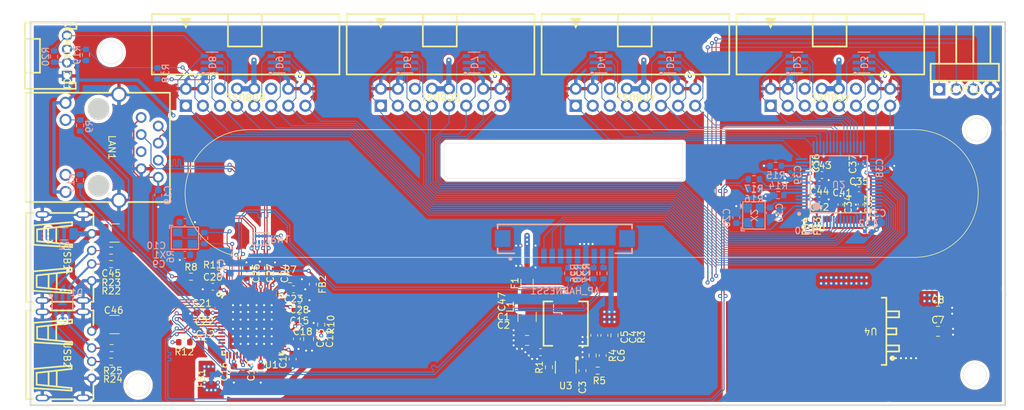
<source format=kicad_pcb>
(kicad_pcb (version 20240108) (generator "pcbnew") (generator_version "8.0")
  (layers (0 "F.Cu" signal "Top Layer") (1 "In1.Cu" signal) (2 "In2.Cu" signal) (31 "B.Cu" signal "Bottom Layer") (34 "B.Paste" user "Bottom Paste Mask Layer") (35 "F.Paste" user "Top Paste Mask Layer") (36 "B.SilkS" user "Bottom Silkscreen Layer") (37 "F.SilkS" user "Top Silkscreen Layer") (38 "B.Mask" user "Bottom Solder Mask Layer") (39 "F.Mask" user "Top Solder Mask Layer") (44 "Edge.Cuts" user "Multi-Layer"))
  (net 0 "")
  (net 1 "Net-(AP_HARNESS1-Pad2)")
  (net 2 "UART3V3")
  (net 3 "GND")
  (net 4 "5V")
  (net 5 "CAMO_DP")
  (net 6 "MBDP")
  (net 7 "UARTRX")
  (net 8 "UARTTX")
  (net 9 "Net-(USB1-VCC)")
  (net 10 "USB1_DP")
  (net 11 "USB2_DP")
  (net 12 "FTDI_DP")
  (net 13 "3V3")
  (net 14 "ACBUS6")
  (net 15 "ACBUS4")
  (net 16 "ACBUS0")
  (net 17 "ACBUS1")
  (net 18 "ACBUS5")
  (net 19 "ACBUS2")
  (net 20 "ACBUS7")
  (net 21 "ACBUS3")
  (net 22 "ADBUS2")
  (net 23 "ADBUS0")
  (net 24 "ADBUS3")
  (net 25 "ADBUS6")
  (net 26 "ADBUS7")
  (net 27 "ADBUS1")
  (net 28 "ADBUS5")
  (net 29 "ADBUS4")
  (net 30 "BCBUS6")
  (net 31 "BCBUS2")
  (net 32 "BCBUS3")
  (net 33 "BCBUS4")
  (net 34 "BCBUS0")
  (net 35 "BCBUS1")
  (net 36 "BCBUS7")
  (net 37 "BCBUS5")
  (net 38 "BDBUS3")
  (net 39 "BDBUS7")
  (net 40 "BDBUS5")
  (net 41 "BDBUS4")
  (net 42 "BDBUS6")
  (net 43 "BDBUS0")
  (net 44 "BDBUS2")
  (net 45 "BDBUS1")
  (net 46 "24V")
  (net 47 "Net-(U3-SW)")
  (net 48 "Net-(U3-BOOT)")
  (net 49 "Net-(U3-FB)")
  (net 50 "Net-(C6-Pad2)")
  (net 51 "XO")
  (net 52 "XI")
  (net 53 "/LAN/VDD18CORE")
  (net 54 "Net-(LAN1-RCT)")
  (net 55 "Net-(U2-OSCI)")
  (net 56 "VDD3A")
  (net 57 "/LAN/VDD18ETHPLL")
  (net 58 "/LAN/VDD18USBPLL")
  (net 59 "Net-(U2-OSCO)")
  (net 60 "VCORE")
  (net 61 "VPHY")
  (net 62 "VPLL")
  (net 64 "RXP")
  (net 65 "TXN")
  (net 66 "TXP")
  (net 67 "LNKA")
  (net 68 "SPD")
  (net 69 "RXN")
  (net 70 "Net-(U3-EN)")
  (net 71 "Net-(U1-EXRES)")
  (net 72 "Net-(U1-nLNKA_LED{slash}GPIO1)")
  (net 73 "Net-(U1-AUTOMDIX_EN)")
  (net 74 "MBDN")
  (net 75 "Net-(U1-USBRBIAS)")
  (net 76 "Net-(U1-n_RESET)")
  (net 77 "Net-(U1-nSPD_LED{slash}GPIO2)")
  (net 78 "Net-(U2-REF)")
  (net 79 "Net-(U2-RESET#)")
  (net 80 "Net-(U2-DM)")
  (net 81 "Net-(U2-DP)")
  (net 112 "CAMO_DN")
  (net 113 "USB1_DN")
  (net 114 "USB2_DN")
  (net 115 "FTDI_DN")
  (net 116 "/LAN/USB1R_DP")
  (net 117 "/LAN/USB1R_DN")
  (net 118 "/LAN/USB2R_DP")
  (net 119 "/LAN/USB2R_DN")
  (net 120 "/LAN/CAMOR_DP")
  (net 121 "/LAN/CAMOR_DN")
  (net 122 "/LAN/MBR_DN")
  (net 123 "/LAN/MBR_DP")
  (footprint "X1 Expande-easyedapro:HDR-TH_16P-P2.54-H-F-R2-C8-W9.0" (layer "F.Cu") (at 158 93.1735 180)
    (property "Reference" "ADBUS1")
    (property "Value" "HC-JN254-2-08-W")
  )
  (footprint "X1 Expande-easyedapro:HDR-TH_16P-P2.54-H-F-R2-C8-W9.0" (layer "F.Cu") (at 129 93.1735 180)
    (property "Reference" "BCBUS1")
    (property "Value" "HC-JN254-2-08-W")
  )
  (footprint "Capacitor_SMD:C_0603_1608Metric" (layer "F.Cu") (at 102.25 134 90)
    (property "Reference" "C17")
    (property "Value" "100nF")
  )
  (footprint "Capacitor_SMD:C_0603_1608Metric" (layer "F.Cu") (at 104.375 119.375 -90)
    (property "Reference" "C24")
    (property "Value" "100nF")
  )
  (footprint "X1 Expande-easyedapro:TO-263-3_L8.6-W10.2-P2.54-LS14.4-TL" (layer "F.Cu") (at 193 128 180)
    (property "Reference" "U4")
    (property "Value" "LM1084S-3.3/TR")
  )
  (footprint "X1 Expande-easyedapro:USB-TH_10.0-4C6.3-ZB" (layer "F.Cu") (at 73.428 131.5 -90)
    (property "Reference" "USB2")
    (property "Value" "10.0 4C6.3 ZB")
  )
  (footprint "Resistor_SMD:R_0603_1608Metric" (layer "F.Cu") (at 151.625 131.6 90)
    (property "Reference" "R4")
    (property "Value" "100k")
  )
  (footprint "Capacitor_SMD:C_0402_1005Metric" (layer "F.Cu") (at 186 103 90)
    (property "Reference" "C36")
    (property "Value" "100nF")
  )
  (footprint "X1 Expande-easyedapro:RJ45-TH_HC913550A-M899-A" (layer "F.Cu") (at 80.105 100.635 -90)
    (property "Reference" "LAN1")
    (property "Value" "HC913550A-M899-A")
    (fp_poly (pts (xy -4.09 1.995) (xy -4.110006 1.740794) (xy -4.169533 1.492847) (xy -4.267114 1.257265) (xy -4.400347 1.039849) (xy -4.565951 0.845951) (xy -4.759849 0.680347) (xy -4.977265 0.547114) (xy -5.212847 0.449533) (xy -5.460794 0.390006) (xy -5.715 0.37) (xy -5.969206 0.390006) (xy -6.217153 0.449533) (xy -6.452735 0.547114) (xy -6.670151 0.680347) (xy -6.864049 0.845951) (xy -7.029653 1.039849) (xy -7.162886 1.257265) (xy -7.260467 1.492847) (xy -7.319994 1.740794) (xy -7.34 1.995) (xy -7.319994 2.249206) (xy -7.260467 2.497153) (xy -7.162886 2.732735) (xy -7.029653 2.950151) (xy -6.864049 3.144049) (xy -6.670151 3.309653) (xy -6.452735 3.442886) (xy -6.217153 3.540467) (xy -5.969206 3.599994) (xy -5.715 3.62) (xy -5.460794 3.599994) (xy -5.212847 3.540467) (xy -4.977265 3.442886) (xy -4.759849 3.309653) (xy -4.565951 3.144049) (xy -4.400347 2.950151) (xy -4.267114 2.732735) (xy -4.169533 2.497153) (xy -4.110006 2.249206)) (fill solid) (layer "Edge.Cuts"))
    (fp_poly (pts (xy 7.34 1.995) (xy 7.319994 1.740794) (xy 7.260467 1.492847) (xy 7.162886 1.257265) (xy 7.029653 1.039849) (xy 6.864049 0.845951) (xy 6.670151 0.680347) (xy 6.452735 0.547114) (xy 6.217153 0.449533) (xy 5.969206 0.390006) (xy 5.715 0.37) (xy 5.460794 0.390006) (xy 5.212847 0.449533) (xy 4.977265 0.547114) (xy 4.759849 0.680347) (xy 4.565951 0.845951) (xy 4.400347 1.039849) (xy 4.267114 1.257265) (xy 4.169533 1.492847) (xy 4.110006 1.740794) (xy 4.09 1.995) (xy 4.110006 2.249206) (xy 4.169533 2.497153) (xy 4.267114 2.732735) (xy 4.400347 2.950151) (xy 4.565951 3.144049) (xy 4.759849 3.309653) (xy 4.977265 3.442886) (xy 5.212847 3.540467) (xy 5.460794 3.599994) (xy 5.715 3.62) (xy 5.969206 3.599994) (xy 6.217153 3.540467) (xy 6.452735 3.442886) (xy 6.670151 3.309653) (xy 6.864049 3.144049) (xy 7.029653 2.950151) (xy 7.162886 2.732735) (xy 7.260467 2.497153) (xy 7.319994 2.249206)) (fill solid) (layer "Edge.Cuts"))
  )
  (footprint "Capacitor_SMD:C_0603_1608Metric" (layer "F.Cu") (at 151.875 128.6 90)
    (property "Reference" "C5")
    (property "Value" "22uF")
  )
  (footprint "Inductor_SMD:L_0805_2012Metric" (layer "F.Cu") (at 184.875 112.375 90)
    (property "Reference" "FB4")
    (property "Value" "600Ω")
  )
  (footprint "Resistor_SMD:R_0603_1608Metric" (layer "F.Cu") (at 79.978 118)
    (property "Reference" "R22")
    (property "Value" "0")
  )
  (footprint "Resistor_SMD:R_0603_1608Metric" (layer "F.Cu") (at 91.875 119.875)
    (property "Reference" "R8")
    (property "Value" "10 1/16W 1%")
  )
  (footprint "Resistor_SMD:R_0603_1608Metric" (layer "F.Cu") (at 80.068 130.5)
    (property "Reference" "R25")
    (property "Value" "0")
  )
  (footprint "Capacitor_SMD:C_0603_1608Metric" (layer "F.Cu") (at 100.125 119.375 -90)
    (property "Reference" "C25")
    (property "Value" "100nF")
  )
  (footprint "Capacitor_SMD:C_0603_1608Metric" (layer "F.Cu") (at 107 132.125 90)
    (property "Reference" "C14")
    (property "Value" "100nF")
  )
  (footprint "Capacitor_SMD:C_0402_1005Metric" (layer "F.Cu") (at 188.5 109.125 -90)
    (property "Reference" "C34")
    (property "Value" "100nF")
  )
  (footprint "Resistor_SMD:R_0603_1608Metric" (layer "F.Cu") (at 154.875 128.6 90)
    (property "Reference" "R3")
    (property "Value" "49.9")
  )
  (footprint "Resistor_SMD:R_0603_1608Metric" (layer "F.Cu") (at 145.125 133.35 90)
    (property "Reference" "R1")
    (property "Value" "10k")
  )
  (footprint "Capacitor_SMD:C_0603_1608Metric" (layer "F.Cu") (at 94 129.875)
    (property "Reference" "C12")
    (property "Value" "100nF")
  )
  (footprint "Capacitor_SMD:C_1210_3225Metric" (layer "F.Cu") (at 141.875 125.85 90)
    (property "Reference" "C47")
    (property "Value" "100µF")
  )
  (footprint "X1 Expande-easyedapro:HDR-TH_4P-P2.54-H-M-W10.3" (layer "F.Cu") (at 207 92)
    (property "Reference" "UART1")
    (property "Value" "P125-1104A0BR138A1")
  )
  (footprint "Capacitor_SMD:C_0805_2012Metric" (layer "F.Cu") (at 109.375 129.125 90)
    (property "Reference" "C11")
    (property "Value" "4.7uF")
  )
  (footprint "Capacitor_SMD:C_0603_1608Metric" (layer "F.Cu") (at 143.875 131.1)
    (property "Reference" "C2")
    (property "Value" "100nF")
  )
  (footprint "Capacitor_SMD:C_0603_1608Metric" (layer "F.Cu") (at 95.125 121.375)
    (property "Reference" "C26")
    (property "Value" "100nF")
  )
  (footprint "Capacitor_SMD:C_0805_2012Metric" (layer "F.Cu") (at 141.875 129.35)
    (property "Reference" "C1")
    (property "Value" "10µF")
  )
  (footprint "Capacitor_SMD:C_0402_1005Metric" (layer "F.Cu") (at 191.5 109.125 -90)
    (property "Reference" "C33")
    (property "Value" "100nF")
  )
  (footprint "Capacitor_SMD:C_0402_1005Metric" (layer "F.Cu") (at 191.5 103.125 90)
    (property "Reference" "C37")
    (property "Value" "100nF")
  )
  (footprint "Capacitor_SMD:C_0603_1608Metric" (layer "F.Cu") (at 108 125 180)
    (property "Reference" "C15")
    (property "Value" "100nF")
  )
  (footprint "Resistor_SMD:R_0603_1608Metric" (layer "F.Cu") (at 80 132.5)
    (property "Reference" "R24")
    (property "Value" "0")
  )
  (footprint "Resistor_SMD:R_0603_1608Metric" (layer "F.Cu") (at 111.25 127 -90)
    (property "Reference" "R10")
    (property "Value" "10K 1/10W 1%")
  )
  (footprint "Capacitor_SMD:C_0603_1608Metric" (layer "F.Cu") (at 98.25 134 90)
    (property "Reference" "C16")
    (property "Value" "100nF")
  )
  (footprint "Capacitor_SMD:C_0603_1608Metric" (layer "F.Cu") (at 102.25 119.375 -90)
    (property "Reference" "C27")
    (property "Value" "100nF")
  )
  (footprint "Capacitor_SMD:C_0603_1608Metric" (layer "F.Cu") (at 93.875 128)
    (property "Reference" "C22")
    (property "Value" "100nF")
  )
  (footprint "Capacitor_SMD:C_1210_3225Metric" (layer "F.Cu") (at 80.5 113.375 180)
    (property "Reference" "C45")
    (property "Value" "100µF")
  )
  (footprint "Capacitor_SMD:C_0402_1005Metric" (layer "F.Cu") (at 185.375 106 180)
    (property "Reference" "C44")
    (property "Value" "100nF")
  )
  (footprint "Resistor_SMD:R_0603_1608Metric" (layer "F.Cu") (at 95.125 119.875 180)
    (property "Reference" "R11")
    (property "Value" "12k 1/10W 1%")
  )
  (footprint "Capacitor_SMD:C_0805_2012Metric" (layer "F.Cu") (at 203 125)
    (property "Reference" "C8")
    (property "Value" "10uF")
  )
  (footprint "Resistor_SMD:R_0603_1608Metric" (layer "F.Cu") (at 106.625 120.25)
    (property "Reference" "R7")
    (property "Value" "12.4k 1%")
  )
  (footprint "Capacitor_SMD:C_0805_2012Metric" (layer "F.Cu") (at 203 128)
    (property "Reference" "C7")
    (property "Value" "10uF")
  )
  (footprint "Capacitor_SMD:C_1210_3225Metric" (layer "F.Cu") (at 80.5 127 180)
    (property "Reference" "C46")
    (property "Value" "100µF")
  )
  (footprint "Resistor_SMD:R_0603_1608Metric" (layer "F.Cu") (at 152.375 133.85 180)
    (property "Reference" "R5")
    (property "Value" "13.3k")
  )
  (footprint "Capacitor_SMD:C_0603_1608Metric" (layer "F.Cu") (at 93.5 125.25)
    (property "Reference" "C21")
    (property "Value" "100nF")
  )
  (footprint "X1 Expande-easyedapro:IND-SMD_L7.2-W6.6_GPSR07X0" (layer "F.Cu") (at 147.625 126.85 90)
    (property "Reference" "L1")
    (property "Value" "15uH")
  )
  (footprint "X1 Expande-easyedapro:CONN-TH_S4B-PH-KL-LF-SN" (layer "F.Cu") (at 73.425 87.01 -90)
    (property "Reference" "STEMMA-I2C1")
    (property "Value" "S4B-PH-KL(LF)(SN)")
  )
  (footprint "Capacitor_SMD:C_0603_1608Metric" (layer "F.Cu") (at 150.125 133.85 90)
    (property "Reference" "C3")
    (property "Value" "100nF X7R")
  )
  (footprint "Inductor_SMD:L_0603_1608Metric" (layer "F.Cu") (at 110 121 -90)
    (property "Reference" "FB2")
    (property "Value" "2A/0.05DCR")
  )
  (footprint "X1 Expande-easyedapro:HDR-TH_16P-P2.54-H-F-R2-C8-W9.0" (layer "F.Cu") (at 187 93.1735 180)
    (property "Reference" "ACBUS1")
    (property "Value" "HC-JN254-2-08-W")
  )
  (footprint "Capacitor_SMD:C_0603_1608Metric" (layer "F.Cu") (at 107.125 121.75 180)
    (property "Reference" "C23")
    (property "Value" "100nF")
  )
  (footprint "X1 Expande-easyedapro:SOT-23-6_L2.9-W1.6-P0.95-LS2.8-BL-2" (layer "F.Cu") (at 147.625 133.35 180)
    (property "Reference" "U3")
    (property "Value" "TPS54202DDCR")
  )
  (footprint "X1 Expande-easyedapro:USB-TH_10.0-4C6.3-ZB" (layer "F.Cu") (at 73.428 117 -90)
    (property "Reference" "USB1")
    (property "Value" "10.0 4C6.3 ZB")
  )
  (footprint "X1 Expande-easyedapro:HDR-TH_16P-P2.54-H-F-R2-C8-W9.0" (layer "F.Cu") (at 100 93.1735 180)
    (property "Reference" "BDBUS1")
    (property "Value" "HC-JN254-2-08-W")
  )
  (footprint "Resistor_SMD:R_0603_1608Metric" (layer "F.Cu") (at 90.875 129.625 180)
    (property "Reference" "R12")
    (property "Value" "10K 1/10W 1%")
  )
  (footprint "Capacitor_SMD:C_0603_1608Metric" (layer "F.Cu") (at 153.375 128.6 90)
    (property "Reference" "C4")
    (property "Value" "22uF")
  )
  (footprint "Capacitor_SMD:C_0603_1608Metric" (layer "F.Cu") (at 185.75 109.875)
    (property "Reference" "C41")
    (property "Value" "4.7uF")
  )
  (footprint "Capacitor_SMD:C_0402_1005Metric" (layer "F.Cu") (at 191.25 106.875)
    (property "Reference" "C35")
    (property "Value" "100nF")
  )
  (footprint "Capacitor_SMD:C_0402_1005Metric" (layer "F.Cu") (at 185.375 108.375 180)
    (property "Reference" "C42")
    (property "Value" "100nF")
  )
  (footprint "Resistor_SMD:R_0603_1608Metric" (layer "F.Cu") (at 79.978 116)
    (property "Reference" "R23")
    (property "Value" "0")
  )
  (footprint "Inductor_SMD:L_0805_2012Metric" (layer "F.Cu") (at 186.625 112.375 90)
    (property "Reference" "FB3")
    (property "Value" "600Ω")
  )
  (footprint "Capacitor_SMD:C_0603_1608Metric" (layer "F.Cu") (at 108.5 126.625 180)
    (property "Reference" "C18")
    (property "Value" "100nF")
  )
  (footprint "X1 Expande-easyedapro:QFN64G-0.5-9X9MM" (layer "F.Cu") (at 101 127)
    (property "Reference" "U1")
    (property "Value" "LAN9514")
  )
  (footprint "Capacitor_SMD:C_0603_1608Metric" (layer "F.Cu") (at 108 123.375 180)
    (property "Reference" "C28")
    (property "Value" "100nF")
  )
  (footprint "Inductor_SMD:L_0603_1608Metric" (layer "F.Cu") (at 94.875 135 90)
    (property "Reference" "FB1")
    (property "Value" "2A/0.05DCR")
  )
  (footprint "Capacitor_SMD:C_0603_1608Metric" (layer "F.Cu") (at 153.125 131.6 90)
    (property "Reference" "C6")
    (property "Value" "75pF")
  )
  (footprint "Capacitor_SMD:C_0603_1608Metric" (layer "F.Cu") (at 185.75 104.75)
    (property "Reference" "C43")
    (property "Value" "4.7uF")
  )
  (footprint "Fuse:Fuse_1206_3216Metric" (layer "F.Cu") (at 141.875 120.85 90)
    (property "Reference" "F1")
    (property "Value" "JK-NSMD100-16V")
  )
  (footprint "Capacitor_SMD:C_0603_1608Metric" (layer "F.Cu") (at 107.625 129.125 90)
    (property "Reference" "C13")
    (property "Value" "100nF")
  )
  (footprint "X1 Expande-easyedapro:LQFP-64_L10.0-W10.0-P0.50-LS12.0-TL" (layer "B.Cu") (at 188.25 106.125)
    (property "Reference" "U2")
    (property "Value" "FT2232HL")
  )
  (footprint "Capacitor_SMD:C_0603_1608Metric" (layer "B.Cu") (at 97.75 118.625 -90)
    (property "Reference" "C29")
    (property "Value" "1uF")
  )
  (footprint "X1 Expande-easyedapro:SOT-23-6_L2.9-W1.6-P0.95-LS2.8-BL" (layer "B.Cu") (at 192 88 90)
    (property "Reference" "D3")
    (property "Value" "SRV05-4.TCT_C2687126")
  )
  (footprint "Fuse:Fuse_1206_3216Metric" (layer "B.Cu") (at 73 113.5)
    (property "Reference" "F2")
    (property "Value" "JK-NSMD100-16V")
  )
  (footprint "Resistor_SMD:R_0603_1608Metric" (layer "B.Cu") (at 93.837375 114.134875 -90)
    (property "Reference" "R6")
    (property "Value" "1M")
  )
  (footprint "Capacitor_SMD:C_0402_1005Metric" (layer "B.Cu") (at 195.5 103.75 -90)
    (property "Reference" "C38")
    (property "Value" "100nF")
  )
  (footprint "X1 Expande-easyedapro:SOT-23-6_L2.9-W1.6-P0.95-LS2.8-BL" (layer "B.Cu") (at 124 88 90)
    (property "Reference" "D6")
    (property "Value" "SRV05-4.TCT_C2687126")
  )
  (footprint "Capacitor_SMD:C_0402_1005Metric" (layer "B.Cu") (at 181 104.75 90)
    (property "Reference" "C39")
    (property "Value" "100nF")
  )
  (footprint "X1 Expande-easyedapro:OSC-SMD_4P-L3.2-W2.5-BL" (layer "B.Cu") (at 90.96425 114.1365)
    (property "Reference" "X1")
    (property "Value" "25MHz")
  )
  (footprint "Resistor_SMD:R_0603_1608Metric" (layer "B.Cu") (at 75.375 97.375 90)
    (property "Reference" "R9")
    (property "Value" "330")
  )
  (footprint "Resistor_SMD:R_0603_1608Metric" (layer "B.Cu") (at 75.375 105.5 90)
    (property "Reference" "R13")
    (property "Value" "330")
  )
  (footprint "Capacitor_SMD:C_0603_1608Metric" (layer "B.Cu") (at 178.001625 110.373125 90)
    (property "Reference" "C30")
    (property "Value" "32pF")
  )
  (footprint "X1 Expande-easyedapro:SOT-23-6_L2.9-W1.6-P0.95-LS2.8-BL" (layer "B.Cu") (at 134 88 90)
    (property "Reference" "D7")
    (property "Value" "SRV05-4.TCT_C2687126")
  )
  (footprint "X1 Expande-easyedapro:SOT-23-6_L2.9-W1.6-P0.95-LS2.8-BL" (layer "B.Cu") (at 163.125 88 90)
    (property "Reference" "D5")
    (property "Value" "SRV05-4.TCT_C2687126")
  )
  (footprint "X1 Expande-easyedapro:CONN-SMD_12P-P1.25_HCTL_HC-1.25-12PWT" (layer "B.Cu") (at 147.5 115.5)
    (property "Reference" "AP_HARNESS1")
    (property "Value" "HC-1.25-12PWT")
  )
  (footprint "Resistor_SMD:R_0603_1608Metric" (layer "B.Cu") (at 149.5 119.375 -90)
    (property "Reference" "R21")
    (property "Value" "0")
  )
  (footprint "Resistor_SMD:R_0603_1608Metric" (layer "B.Cu") (at 178.875 103.375)
    (property "Reference" "R15")
    (property "Value" "1k")
  )
  (footprint "Resistor_SMD:R_0603_1608Metric" (layer "B.Cu") (at 179.25 107.75 180)
    (property "Reference" "R14")
    (property "Value" "12k/1%")
  )
  (footprint "Resistor_SMD:R_0603_1608Metric" (layer "B.Cu") (at 76.25 86.875 -90)
    (property "Reference" "R19")
    (property "Value" "4.7k")
  )
  (footprint "Resistor_SMD:R_0603_1608Metric" (layer "B.Cu") (at 175.625 105.375)
    (property "Reference" "R17")
    (property "Value" "10")
  )
  (footprint "Resistor_SMD:R_0603_1608Metric" (layer "B.Cu") (at 151.75 119.375 -90)
    (property "Reference" "R26")
    (property "Value" "0")
  )
  (footprint "Resistor_SMD:R_0603_1608Metric" (layer "B.Cu") (at 86.875 89.625 90)
    (property "Reference" "R18")
    (property "Value" "10kΩ")
  )
  (footprint "Capacitor_SMD:C_0402_1005Metric" (layer "B.Cu") (at 183.125 111.875)
    (property "Reference" "C40")
    (property "Value" "100nF")
  )
  (footprint "Capacitor_SMD:C_0603_1608Metric" (layer "B.Cu") (at 193.875 111.875 180)
    (property "Reference" "C31")
    (property "Value" "4.7uF")
  )
  (footprint "X1 Expande-easyedapro:SOT-23-6_L2.9-W1.6-P0.95-LS2.8-BL" (layer "B.Cu") (at 182 88 90)
    (property "Reference" "D2")
    (property "Value" "SRV05-4.TCT_C2687126")
  )
  (footprint "X1 Expande-easyedapro:SOT-23-6_L2.9-W1.6-P0.95-LS2.8-BL" (layer "B.Cu") (at 105 88 90)
    (property "Reference" "D9")
    (property "Value" "SRV05-4.TCT_C2687126")
  )
  (footprint "X1 Expande-easyedapro:OSC-SMD_4P-L3.2-W2.5-BL" (layer "B.Cu") (at 175.626625 110.748125 90)
    (property "Reference" "X2")
    (property "Value" "12MHz")
  )
  (footprint "X1 Expande-easyedapro:RES-ARRAY-SMD_0402-8P-L2.0-W1.0-BL" (layer "B.Cu") (at 102.25 114.25)
    (property "Reference" "RN1")
    (property "Value" "49.9")
  )
  (footprint "Capacitor_SMD:C_0402_1005Metric" (layer "B.Cu") (at 192.625 113.125 180)
    (property "Reference" "C32")
    (property "Value" "100nF")
  )
  (footprint "Capacitor_SMD:C_0603_1608Metric" (layer "B.Cu") (at 173.001625 111.123125 -90)
    (property "Reference" "C20")
    (property "Value" "32pF")
  )
  (footprint "Capacitor_SMD:C_0603_1608Metric" (layer "B.Cu") (at 87 107.75 90)
    (property "Reference" "C19")
    (property "Value" ".022uF")
  )
  (footprint "Resistor_SMD:R_0603_1608Metric" (layer "B.Cu") (at 71.5 87.125 -90)
    (property "Reference" "R20")
    (property "Value" "4.7k")
  )
  (footprint "X1 Expande-easyedapro:SOT-23-6_L2.9-W1.6-P0.95-LS2.8-BL" (layer "B.Cu") (at 152.875 88 90)
    (property "Reference" "D4")
    (property "Value" "SRV05-4.TCT_C2687126")
  )
  (footprint "Capacitor_SMD:C_0603_1608Metric" (layer "B.Cu") (at 90.962375 116.634875)
    (property "Reference" "C9")
    (property "Value" "29pF")
  )
  (footprint "Resistor_SMD:R_0603_1608Metric" (layer "B.Cu") (at 153.25 119.375 -90)
    (property "Reference" "R27")
    (property "Value" "0")
  )
  (footprint "X1 Expande-easyedapro:SOT-23-6_L2.9-W1.6-P0.95-LS2.8-BL" (layer "B.Cu") (at 72.75 124)
    (property "Reference" "D1")
    (property "Value" "SRV05-4.TCT_C2687126")
  )
  (footprint "Resistor_SMD:R_0603_1608Metric" (layer "B.Cu") (at 175.625 106.875)
    (property "Reference" "R16")
    (property "Value" "10")
  )
  (footprint "X1 Expande-easyedapro:SOT-23-6_L2.9-W1.6-P0.95-LS2.8-BL" (layer "B.Cu") (at 95 88 90)
    (property "Reference" "D8")
    (property "Value" "SRV05-4.TCT_C2687126")
  )
  (footprint "Resistor_SMD:R_0603_1608Metric" (layer "B.Cu") (at 148 119.375 90)
    (property "Reference" "R30")
    (property "Value" "0")
  )
  (footprint "Capacitor_SMD:C_0603_1608Metric" (layer "B.Cu") (at 90.962375 111.759875 180)
    (property "Reference" "C10")
    (property "Value" "29pF")
  )
  (gr_arc (start 100.5 117) (mid 91 107.5) (end 100.5 98) (stroke (width 0.1)) (layer "F.SilkS"))
  (gr_line (start 100.5 117) (end 199.5 117) (stroke (width 0.1)) (layer "F.SilkS"))
  (gr_line (start 199.5 98) (end 100.5 98) (stroke (width 0.1)) (layer "F.SilkS"))
  (gr_arc (start 199.5 98) (mid 209 107.5) (end 199.5 117) (stroke (width 0.1)) (layer "F.SilkS"))
  (gr_circle (center 208.75 98) (end 210.45 98) (stroke (width 0.05)) (fill none) (layer "Edge.Cuts"))
  (gr_circle (center 80 86.5) (end 81.7 86.5) (stroke (width 0.05)) (fill none) (layer "Edge.Cuts"))
  (gr_line (start 129.5 100.375) (end 129.5 104.75) (stroke (width 0.05)) (layer "Edge.Cuts"))
  (gr_line (start 165 100) (end 129.875 100) (stroke (width 0.05)) (layer "Edge.Cuts"))
  (gr_line (start 68 139) (end 68 82) (stroke (width 0.254)) (layer "Edge.Cuts"))
  (gr_line (start 213 82) (end 213 139) (stroke (width 0.254)) (layer "Edge.Cuts"))
  (gr_line (start 130 105.25) (end 129.5 104.75) (stroke (width 0.05)) (layer "Edge.Cuts"))
  (gr_line (start 129.875 100) (end 129.5 100.375) (stroke (width 0.05)) (layer "Edge.Cuts"))
  (gr_line (start 165 105.25) (end 165 100) (stroke (width 0.05)) (layer "Edge.Cuts"))
  (gr_circle (center 84 136) (end 85.7 136) (stroke (width 0.05)) (fill none) (layer "Edge.Cuts"))
  (gr_line (start 130 105.25) (end 165 105.25) (stroke (width 0.05)) (layer "Edge.Cuts"))
  (gr_circle (center 208.5 134.5) (end 210.2 134.5) (stroke (width 0.05)) (fill none) (layer "Edge.Cuts"))
  (gr_line (start 68 82) (end 213 82) (stroke (width 0.254)) (layer "Edge.Cuts"))
  (gr_line (start 213 139) (end 68 139) (stroke (width 0.254)) (layer "Edge.Cuts"))
  (segment (start 141.875 115) (end 141.875 119.45) (width 0.8) (layer "F.Cu") (net 1))
  (segment (start 141.875 114.375) (end 141.875 115) (width 0.8) (layer "F.Cu") (net 1))
  (segment (start 141.875 113.75) (end 141.875 114.375) (width 0.8) (layer "F.Cu") (net 1))
  (via (at 141.875 115) (size 0.6096) (drill 0.3048) (layers "F.Cu" "B.Cu") (net 1))
  (via (at 141.875 114.375) (size 0.6096) (drill 0.3048) (layers "F.Cu" "B.Cu") (net 1))
  (via (at 141.875 113.75) (size 0.6096) (drill 0.3048) (layers "F.Cu" "B.Cu") (net 1))
  (segment (start 141.87 116.8) (end 141.87 113.755) (width 0.8) (layer "B.Cu") (net 1))
  (segment (start 141.87 113.755) (end 141.875 113.75) (width 0.8) (layer "B.Cu") (net 1))
  (segment (start 168.75 120.711488) (end 168.75 85.75) (width 0.127) (layer "F.Cu") (net 2))
  (segment (start 168.729267 120.732221) (end 168.75 120.711488) (width 0.127) (layer "F.Cu") (net 2))
  (via (at 168.729267 120.732221) (size 0.6096) (drill 0.3048) (layers "F.Cu" "B.Cu") (net 2))
  (via (at 168.75 85.75) (size 0.6096) (drill 0.3048) (layers "F.Cu" "B.Cu") (net 2))
  (segment (start 146.87 112.350396) (end 147.520896 111.6995) (width 0.127) (layer "B.Cu") (net 2))
  (segment (start 146.87 116.8) (end 146.87 112.350396) (width 0.127) (layer "B.Cu") (net 2))
  (segment (start 168.75 85.75) (end 203 85.75) (width 0.127) (layer "B.Cu") (net 2))
  (segment (start 168.806588 118.193412) (end 168.806588 120.6549) (width 0.127) (layer "B.Cu") (net 2))
  (segment (start 168.806588 120.6549) (end 168.729267 120.732221) (width 0.127) (layer "B.Cu") (net 2))
  (segment (start 203.19 92) (end 203.19 85.94) (width 0.127) (layer "B.Cu") (net 2))
  (segment (start 162.312676 111.6995) (end 168.806588 118.193412) (width 0.127) (layer "B.Cu") (net 2))
  (segment (start 147.520896 111.6995) (end 162.312676 111.6995) (width 0.127) (layer "B.Cu") (net 2))
  (segment (start 203.19 85.94) (end 203 85.75) (width 0.127) (layer "B.Cu") (net 2))
  (segment (start 186.525 104.375) (end 186.525 105.275) (width 0.3) (layer "F.Cu") (net 3))
  (segment (start 105.5465 125.2475) (end 104.1313 125.2475) (width 0.3) (layer "F.Cu") (net 3))
  (segment (start 190.77 106.27) (end 190.75 106.25) (width 0.3) (layer "F.Cu") (net 3))
  (segment (start 191.5 108.645) (end 191.272162 108.645) (width 0.3) (layer "F.Cu") (net 3))
  (segment (start 186.75 109.65) (end 186.525 109.875) (width 0.3) (layer "F.Cu") (net 3))
  (segment (start 186.525 105.275) (end 186.75 105.5) (width 0.3) (layer "F.Cu") (net 3))
  (segment (start 191.5 103.605) (end 191.895 103.605) (width 0.3) (layer "F.Cu") (net 3))
  (segment (start 185.855 105.875) (end 186.375 105.875) (width 0.3) (layer "F.Cu") (net 3))
  (segment (start 87 109.5) (end 87 108.625) (width 0.3) (layer "F.Cu") (net 3))
  (segment (start 191.272162 108.645) (end 190.7782 109.138962) (width 0.3) (layer "F.Cu") (net 3))
  (segment (start 188.5 108.645) (end 188.5 107.875) (width 0.3) (layer "F.Cu") (net 3))
  (segment (start 186.375 105.875) (end 186.75 105.5) (width 0.3) (layer "F.Cu") (net 3))
  (segment (start 186.75 108.375) (end 185.855 108.375) (width 0.3) (layer "F.Cu") (net 3))
  (segment (start 191.895 103.605) (end 192.125 103.375) (width 0.3) (layer "F.Cu") (net 3))
  (segment (start 102.25 118.6) (end 102.25 117.747501) (width 0.3) (layer "F.Cu") (net 3))
  (segment (start 190.77 106.875) (end 190.77 106.27) (width 0.3) (layer "F.Cu") (net 3))
  (segment (start 105.5465 127.254) (end 104.246 127.254) (width 0.3) (layer "F.Cu") (net 3))
  (segment (start 104.1313 125.2475) (end 103.875 124.9912) (width 0.3) (layer "F.Cu") (net 3))
  (segment (start 104.246 127.254) (end 103.875 127.625) (width 0.3) (layer "F.Cu") (net 3))
  (segment (start 186.75 108.375) (end 186.75 109.65) (width 0.3) (layer "F.Cu") (net 3))
  (segment (start 102.25 117.747501) (end 102.1275 117.625001) (width 0.3) (layer "F.Cu") (net 3))
  (via (at 205.125 125.375) (size 0.6) (drill 0.3) (layers "F.Cu" "B.Cu") (net 3))
  (via (at 151 115) (size 0.6096) (drill 0.3048) (layers "F.Cu" "B.Cu") (net 3))
  (via (at 98.125 125.125) (size 0.6096) (drill 0.3048) (layers "F.Cu" "B.Cu") (net 3))
  (via (at 101.625 124.125) (size 0.6096) (drill 0.3048) (layers "F.Cu" "B.Cu") (net 3))
  (via (at 99.25 127.625) (size 0.6096) (drill 0.3048) (layers "F.Cu" "B.Cu") (net 3))
  (via (at 196.5 103.375) (size 0.6096) (drill 0.3048) (layers "F.Cu" "B.Cu") (net 3))
  (via (at 151.625 115) (size 0.6096) (drill 0.3048) (layers "F.Cu" "B.Cu") (net 3))
  (via (at 197.5 132) (size 0.6) (drill 0.3) (layers "F.Cu" "B.Cu") (net 3))
  (via (at 101.625 126.2588) (size 0.6096) (drill 0.3048) (layers "F.Cu" "B.Cu") (net 3))
  (via (at 100.375 126.2588) (size 0.6096) (drill 0.3048) (layers "F.Cu" "B.Cu") (net 3))
  (via (at 108.375 120.25) (size 0.6) (drill 0.3) (layers "F.Cu" "B.Cu") (net 3))
  (via (at 99.25 129.875) (size 0.6096) (drill 0.3048) (layers "F.Cu" "B.Cu") (net 3))
  (via (at 177.375 107.875) (size 0.6096) (drill 0.3048) (layers "F.Cu" "B.Cu") (net 3))
  (via (at 139.875 127.85) (size 0.6) (drill 0.3) (layers "F.Cu" "B.Cu") (net 3))
  (via (at 103.875 124.125) (size 0.6096) (drill 0.3048) (layers "F.Cu" "B.Cu") (net 3))
  (via (at 180.25 105.25) (size 0.6096) (drill 0.3048) (layers "F.Cu" "B.Cu") (net 3))
  (via (at 150.125 131.85) (size 0.6) (drill 0.3) (layers "F.Cu" "B.Cu") (net 3))
  (via (at 107.875 130.625) (size 0.6096) (drill 0.3048) (layers "F.Cu" "B.Cu") (net 3))
  (via (at 193.875 112.875) (size 0.6096) (drill 0.3048) (layers "F.Cu" "B.Cu") (net 3))
  (via (at 100.125 117.75) (size 0.6) (drill 0.3) (layers "F.Cu" "B.Cu") (net 3))
  (via (at 102.75 129.875) (size 0.6096) (drill 0.3048) (layers "F.Cu" "B.Cu") (net 3))
  (via (at 140.25 115.25) (size 0.6096) (drill 0.3048) (layers "F.Cu" "B.Cu") (net 3))
  (via (at 99.25 126.2588) (size 0.6096) (drill 0.3048) (layers "F.Cu" "B.Cu") (net 3))
  (via (at 140.375 130.6) (size 0.6) (drill 0.3) (layers "F.Cu" "B.Cu") (net 3))
  (via (at 150.125 129.6) (size 0.6) (drill 0.3) (layers "F.Cu" "B.Cu") (net 3))
  (via (at 140.875 115.25) (size 0.6096) (drill 0.3048) (layers "F.Cu" "B.Cu") (net 3))
  (via (at 205.25 128.5) (size 0.6) (drill 0.3) (layers "F.Cu" "B.Cu") (net 3))
  (via (at 109.875 130.875) (size 0.6096) (drill 0.3048) (layers "F.Cu" "B.Cu") (net 3))
  (via (at 205.25 127.625) (size 0.6) (drill 0.3) (layers "F.Cu" "B.Cu") (net 3))
  (via (at 93.625 121.75) (size 0.6) (drill 0.3) (layers "F.Cu" "B.Cu") (net 3))
  (via (at 198.25 132) (size 0.6) (drill 0.3) (layers "F.Cu" "B.Cu") (net 3))
  (via (at 143.125 115.25) (size 0.6096) (drill 0.3048) (layers "F.Cu" "B.Cu") (net 3))
  (via (at 87 109.5) (size 0.6) (drill 0.3) (layers "F.Cu" "B.Cu") (net 3))
  (via (at 186.75 108.375) (size 0.6) (drill 0.3) (layers "F.Cu" "B.Cu") (net 3))
  (via (at 72.5 121.875) (size 0.6096) (drill 0.3048) (layers "F.Cu" "B.Cu") (net 3))
  (via (at 98.125 129.875) (size 0.6096) (drill 0.3048) (layers "F.Cu" "B.Cu") (net 3))
  (via (at 103.875 128.75) (size 0.6096) (drill 0.3048) (layers "F.Cu" "B.Cu") (net 3))
  (via (at 100.375 127.625) (size 0.6096) (drill 0.3048) (layers "F.Cu" "B.Cu") (net 3))
  (via (at 91.75 125.375) (size 0.6) (drill 0.3) (layers "F.Cu" "B.Cu") (net 3))
  (via (at 102.75 127.625) (size 0.6096) (drill 0.3048) (layers "F.Cu" "B.Cu") (net 3))
  (via (at 150.125 131.1) (size 0.6) (drill 0.3) (layers "F.Cu" "B.Cu") (net 3))
  (via (at 108.875 121.75) (size 0.6) (drill 0.3) (layers "F.Cu" "B.Cu") (net 3))
  (via (at 141.125 130.6) (size 0.6) (drill 0.3) (layers "F.Cu" "B.Cu") (net 3))
  (via (at 102.75 124.125) (size 0.6096) (drill 0.3048) (layers "F.Cu" "B.Cu") (net 3))
  (via (at 109 130.875) (size 0.6096) (drill 0.3048) (layers "F.Cu" "B.Cu") (net 3))
  (via (at 190.75 106.25) (size 0.6) (drill 0.3) (layers "F.Cu" "B.Cu") (net 3))
  (via (at 141.625 131.1) (size 0.6) (drill 0.3) (layers "F.Cu" "B.Cu") (net 3))
  (via (at 100.375 125.125) (size 0.6096) (drill 0.3048) (layers "F.Cu" "B.Cu") (net 3))
  (via (at 150.125 128.85) (size 0.6) (drill 0.3) (layers "F.Cu" "B.Cu") (net 3))
  (via (at 103.875 126.2588) (size 0.6096) (drill 0.3048) (layers "F.Cu" "B.Cu") (net 3))
  (via (at 143.125 118.5) (size 0.6096) (drill 0.3048) (layers "F.Cu" "B.Cu") (net 3))
  (via (at 190.7782 109.138962) (size 0.6) (drill 0.3) (layers "F.Cu" "B.Cu") (net 3))
  (via (at 186.75 105.5) (size 0.6) (drill 0.3) (layers "F.Cu" "B.Cu") (net 3))
  (via (at 196.75 132) (size 0.6) (drill 0.3) (layers "F.Cu" "B.Cu") (net 3))
  (via (at 103.875 127.625) (size 0.6096) (drill 0.3048) (layers "F.Cu" "B.Cu") (net 3))
  (via (at 96.875 118) (size 0.6096) (drill 0.3048) (layers "F.Cu" "B.Cu") (net 3))
  (via (at 98.125 128.75) (size 0.6096) (drill 0.3048) (layers "F.Cu" "B.Cu") (net 3))
  (via (at 143.375 132.1) (size 0.6) (drill 0.3) (layers "F.Cu" "B.Cu") (net 3))
  (via (at 100.375 129.875) (size 0.6096) (drill 0.3048) (layers "F.Cu" "B.Cu") (net 3))
  (via (at 101.625 129.875) (size 0.6096) (drill 0.3048) (layers "F.Cu" "B.Cu") (net 3))
  (via (at 102.25 135.625) (size 0.6096) (drill 0.3048) (layers "F.Cu" "B.Cu") (net 3))
  (via (at 98.25 135.625) (size 0.6096) (drill 0.3048) (layers "F.Cu" "B.Cu") (net 3))
  (via (at 142.625 132.1) (size 0.6) (drill 0.3) (layers "F.Cu" "B.Cu") (net 3))
  (via (at 101.625 127.625) (size 0.6096) (drill 0.3048) (layers "F.Cu" "B.Cu") (net 3))
  (via (at 139.875 129.35) (size 0.6) (drill 0.3) (layers "F.Cu" "B.Cu") (net 3))
  (via (at 173 109.375) (size 0.6096) (drill 0.3048) (layers "F.Cu" "B.Cu") (net 3))
  (via (at 150.125 130.35) (size 0.6) (drill 0.3) (layers "F.Cu" "B.Cu") (net 3))
  (via (at 98.125 126.25) (size 0.6096) (drill 0.3048) (layers "F.Cu" "B.Cu") (net 3))
  (via (at 102.1275 117.625001) (size 0.6) (drill 0.3) (layers "F.Cu" "B.Cu") (net 3))
  (via (at 100.375 124.125) (size 0.6096) (drill 0.3048) (layers "F.Cu" "B.Cu") (net 3))
  (via (at 110.125 126.7588) (size 0.6096) (drill 0.3048) (layers "F.Cu" "B.Cu") (net 3))
  (via (at 99.25 125.125) (size 0.6096) (drill 0.3048) (layers "F.Cu" "B.Cu") (net 3))
  (via (at 101.625 128.75) (size 0.6096) (drill 0.3048) (layers "F.Cu" "B.Cu") (net 3))
  (via (at 102.75 125.125) (size 0.6096) (drill 0.3048) (layers "F.Cu" "B.Cu") (net 3))
  (via (at 199.75 132) (size 0.6) (drill 0.3) (layers "F.Cu" "B.Cu") (net 3))
  (via (at 103.875 125.125) (size 0.6096) (drill 0.3048) (layers "F.Cu" "B.Cu") (net 3))
  (via (at 98.125 124.125) (size 0.6096) (drill 0.3048) (layers "F.Cu" "B.Cu") (net 3))
  (via (at 102.75 126.2588) (size 0.6096) (drill 0.3048) (layers "F.Cu" "B.Cu") (net 3))
  (via (at 142.125 131.6) (size 0.6) (drill 0.3) (layers "F.Cu" "B.Cu") (net 3))
  (via (at 104.375 117.75) (size 0.6) (drill 0.3) (layers "F.Cu" "B.Cu") (net 3))
  (via (at 205.125 124.5) (size 0.6) (drill 0.3) (layers "F.Cu" "B.Cu") (net 3))
  (via (at 149.375 131.85) (size 0.6) (drill 0.3) (layers "F.Cu" "B.Cu") (net 3))
  (via (at 140.25 118.25) (size 0.6096) (drill 0.3048) (layers "F.Cu" "B.Cu") (net 3))
  (via (at 103.875 129.875) (size 0.6096) (drill 0.3048) (layers "F.Cu" "B.Cu") (net 3))
  (via (at 150.875 128.85) (size 0.6) (drill 0.3) (layers "F.Cu" "B.Cu") (net 3))
  (via (at 102.75 128.75) (size 0.6096) (drill 0.3048) (layers "F.Cu" "B.Cu") (net 3))
  (via (at 179 110.75) (size 0.6) (drill 0.3) (layers "F.Cu" "B.Cu") (net 3))
  (via (at 98.125 127.625) (size 0.6096) (drill 0.3048) (layers "F.Cu" "B.Cu") (net 3))
  (via (at 139.875 130.1) (size 0.6) (drill 0.3) (layers "F.Cu" "B.Cu") (net 3))
  (via (at 140.875 118.25) (size 0.6096) (drill 0.3048) (layers "F.Cu" "B.Cu") (net 3))
  (via (at 92.375 128) (size 0.6) (drill 0.3) (layers "F.Cu" "B.Cu") (net 3))
  (via (at 99.25 124.125) (size 0.6096) (drill 0.3048) (layers "F.Cu" "B.Cu") (net 3))
  (via (at 149.75 115) (size 0.6096) (drill 0.3048) (layers "F.Cu" "B.Cu") (net 3))
  (via (at 101.625 125.125) (size 0.6096) (drill 0.3048) (layers "F.Cu" "B.Cu") (net 3))
  (via (at 150.375 115) (size 0.6096) (drill 0.3048) (layers "F.Cu" "B.Cu") (net 3))
  (via (at 107 133.4912) (size 0.6096) (drill 0.3048) (layers "F.Cu" "B.Cu") (net 3))
  (via (at 196 132) (size 0.6) (drill 0.3) (layers "F.Cu" "B.Cu") (net 3))
  (via (at 100.375 128.75) (size 0.6096) (drill 0.3048) (layers "F.Cu" "B.Cu") (net 3))
  (via (at 192.125 103.375) (size 0.6) (drill 0.3) (layers "F.Cu" "B.Cu") (net 3))
  (via (at 199 132) (size 0.6) (drill 0.3) (layers "F.Cu" "B.Cu") (net 3))
  (via (at 139.875 128.6) (size 0.6) (drill 0.3) (layers "F.Cu" "B.Cu") (net 3))
  (via (at 99.25 128.75) (size 0.6096) (drill 0.3048) (layers "F.Cu" "B.Cu") (net 3))
  (via (at 90.21425 117.3865) (size 0.6096) (drill 0.3048) (layers "F.Cu" "B.Cu") (net 3))
  (via (at 109.5 123.375) (size 0.6096) (drill 0.3048) (layers "F.Cu" "B.Cu") (net 3))
  (via (at 92.46425 111.7615) (size 0.6096) (drill 0.3048) (layers "F.Cu" "B.Cu") (net 3))
  (via (at 109.5 125) (size 0.6096) (drill 0.3048) (layers "F.Cu" "B.Cu") (net 3))
  (via (at 188.5 107.875) (size 0.6) (drill 0.3) (layers "F.Cu" "B.Cu") (net 3))
  (via (at 73.125 121.875) (size 0.6096) (drill 0.3048) (layers "F.Cu" "B.Cu") (net 3))
  (segment (start 182.555 105.23) (end 182.7 105.375) (width 0.3) (layer "B.Cu") (net 3))
  (segment (start 181.6505 88.4205) (end 181.6505 90.903) (width 0.127) (layer "B.Cu") (net 3))
  (segment (start 195.5 103.27) (end 195.395 103.375) (width 0.3) (layer "B.Cu") (net 3))
  (segment (start 72.75 122.125) (end 72.5 121.875) (width 0.3) (layer "B.Cu") (net 3))
  (segment (start 180.27 105.23) (end 180.25 105.25) (width 0.3) (layer "B.Cu") (net 3))
  (segment (start 182.7 105.085) (end 182.555 105.23) (width 0.3) (layer "B.Cu") (net 3))
  (segment (start 193.625 113.125) (end 193.875 112.875) (width 0.3) (layer "B.Cu") (net 3))
  (segment (start 183.705761 107.875) (end 184.080761 107.5) (width 0.3) (layer "B.Cu") (net 3))
  (segment (start 190.851 88) (end 191.121 88) (width 0.127) (layer "B.Cu") (net 3))
  (segment (start 122.82275 88.01325) (end 123.20175 88.01325) (width 0.127) (layer "B.Cu") (net 3))
  (segment (start 151.82275 88.01325) (end 152.20175 88.01325) (width 0.127) (layer "B.Cu") (net 3))
  (segment (start 178.601875 111.148125) (end 179 110.75) (width 0.3) (layer "B.Cu") (net 3))
  (segment (start 162.246 88) (end 161.976 88) (width 0.127) (layer "B.Cu") (net 3))
  (segment (start 178.425 107.75) (end 177.5 107.75) (width 0.3) (layer "B.Cu") (net 3))
  (segment (start 133.09275 88.01325) (end 133.97175 88.89225) (width 0.127) (layer "B.Cu") (net 3))
  (segment (start 123.62225 88.43375) (end 123.62225 90.91625) (width 0.127) (layer "B.Cu") (net 3))
  (segment (start 106.32175 90.86325) (end 106.32175 91.91675) (width 0.127) (layer "B.Cu") (net 3))
  (segment (start 192 88.879) (end 192 89.5) (width 0.127) (layer "B.Cu") (net 3))
  (segment (start 72.75 122.851) (end 72.75 122.125) (width 0.3) (layer "B.Cu") (net 3))
  (segment (start 72.75 122.851) (end 72.75 122.25) (width 0.3) (layer "B.Cu") (net 3))
  (segment (start 152.62225 88.43375) (end 152.62225 90.91625) (width 0.127) (layer "B.Cu") (net 3))
  (segment (start 152.20175 88.01325) (end 152.62225 88.43375) (width 0.127) (layer "B.Cu") (net 3))
  (segment (start 123.62225 90.91625) (end 122.62175 91.91675) (width 0.127) (layer "B.Cu") (net 3))
  (segment (start 182.7 109.875) (end 184.125 109.875) (width 0.3) (layer "B.Cu") (net 3))
  (segment (start 182.7 107.875) (end 183.705761 107.875) (width 0.3) (layer "B.Cu") (net 3))
  (segment (start 192.125 103.375) (end 193.8 103.375) (width 0.3) (layer "B.Cu") (net 3))
  (segment (start 191.014238 109.375) (end 190.7782 109.138962) (width 0.3) (layer "B.Cu") (net 3))
  (segment (start 183.955761 103.625) (end 184.375 103.625) (width 0.3) (layer "B.Cu") (net 3))
  (segment (start 195.5 103.27) (end 196.395 103.27) (width 0.3) (layer "B.Cu") (net 3))
  (segment (start 180.851 88) (end 181.23 88) (width 0.127) (layer "B.Cu") (net 3))
  (segment (start 93.82275 88.01325) (end 94.20175 88.01325) (width 0.127) (layer "B.Cu") (net 3))
  (segment (start 193.875 112.875) (end 193.875 112.65) (width 0.3) (layer "B.Cu") (net 3))
  (segment (start 173.001625 110.348125) (end 173.001625 109.376625) (width 0.3) (layer "B.Cu") (net 3))
  (segment (start 182.7 102.875) (end 184.25 102.875) (width 0.3) (layer "B.Cu") (net 3))
  (segment (start 195.395 103.375) (end 193.8 103.375) (width 0.3) (layer "B.Cu") (net 3))
  (segment (start 196.395 103.27) (end 196.5 103.375) (width 0.3) (layer "B.Cu") (net 3))
  (segment (start 190.7782 109.138962) (end 190.7782 110.500235) (width 0.3) (layer "B.Cu") (net 3))
  (segment (start 183.705761 103.875) (end 183.955761 103.625) (width 0.3) (layer "B.Cu") (net 3))
  (segment (start 94.20175 88.01325) (end 94.62225 88.43375) (width 0.127) (layer "B.Cu") (net 3))
  (segment (start 133.97175 88.89225) (end 133.97175 89.51325) (width 0.127) (layer "B.Cu") (net 3))
  (segment (start 193.875 112.65) (end 194.65 111.875) (width 0.3) (layer "B.Cu") (net 3))
  (segment (start 193.8 109.375) (end 191.014238 109.375) (width 0.3) (layer "B.Cu") (net 3))
  (segment (start 72.75 122.25) (end 73.125 121.875) (width 0.3) (layer "B.Cu") (net 3))
  (segment (start 164.32175 91.91675) (end 164.32175 90.86325) (width 0.127) (layer "B.Cu") (net 3))
  (segment (start 164.32175 90.86325) (end 162.97175 89.51325) (width 0.127) (layer "B.Cu") (net 3))
  (segment (start 104.97175 88.89225) (end 104.97175 89.51325) (width 0.127) (layer "B.Cu") (net 3))
  (segment (start 193.105 113.125) (end 193.625 113.125) (width 0.3) (layer "B.Cu") (net 3))
  (segment (start 191 110.722035) (end 191 111.675) (width 0.3) (layer "B.Cu") (net 3))
  (segment (start 182.7 103.875) (end 183.705761 103.875) (width 0.3) (layer "B.Cu") (net 3))
  (segment (start 104.09275 88.01325) (end 104.97175 88.89225) (width 0.127) (layer "B.Cu") (net 3))
  (segment (start 181 105.23) (end 180.27 105.23) (width 0.3) (layer "B.Cu") (net 3))
  (segment (start 181.23 88) (end 181.6505 88.4205) (width 0.127) (layer "B.Cu") (net 3))
  (segment (start 123.20175 88.01325) (end 123.62225 88.43375) (width 0.127) (layer "B.Cu") (net 3))
  (segment (start 173.001625 109.376625) (end 173 109.375) (width 0.3) (layer "B.Cu") (net 3))
  (segment (start 192 89.5) (end 193.35 90.85) (width 0.127) (layer "B.Cu") (net 3))
  (segment (start 133.97175 89.51325) (end 135.32175 90.86325) (width 0.127) (layer "B.Cu") (net 3))
  (segment (start 188.5 100.575) (end 188.5 102.25) (width 0.3) (layer "B.Cu") (net 3))
  (segment (start 94.62225 88.43375) (end 94.62225 90.91625) (width 0.127) (layer "B.Cu") (net 3))
  (segment (start 103.82275 88.01325) (end 104.09275 88.01325) (width 0.127) (layer "B.Cu") (net 3))
  (segment (start 181 105.23) (end 182.555 105.23) (width 0.3) (layer "B.Cu") (net 3))
  (segment (start 162.97175 89.51325) (end 162.97175 88.72575) (width 0.127) (layer "B.Cu") (net 3))
  (segment (start 178.001625 111.148125) (end 178.601875 111.148125) (width 0.3) (layer "B.Cu") (net 3))
  (segment (start 191.121 88) (end 192 88.879) (width 0.127) (layer "B.Cu") (net 3))
  (segment (start 177.5 107.75) (end 177.375 107.875) (width 0.3) (layer "B.Cu") (net 3))
  (segment (start 184.080761 107.5) (end 184.75 107.5) (width 0.3) (layer "B.Cu") (net 3))
  (segment (start 161.82275 88.01325) (end 162.09275 88.01325) (width 0.127) (layer "B.Cu") (net 3))
  (segment (start 94.62225 90.91625) (end 93.62175 91.91675) (width 0.127) (layer "B.Cu") (net 3))
  (segment (start 181.6505 90.903) (end 180.65 91.9035) (width 0.127) (layer "B.Cu") (net 3))
  (segment (start 104.97175 89.51325) (end 106.32175 90.86325) (width 0.127) (layer "B.Cu") (net 3))
  (segment (start 162.97175 88.72575) (end 162.246 88) (width 0.127) (layer "B.Cu") (net 3))
  (segment (start 182.7 104.875) (end 182.7 105.085) (width 0.3) (layer "B.Cu") (net 3))
  (segment (start 190.7782 110.500235) (end 191 110.722035) (width 0.3) (layer "B.Cu") (net 3))
  (segment (start 132.82275 88.01325) (end 133.09275 88.01325) (width 0.127) (layer "B.Cu") (net 3))
  (segment (start 135.32175 90.86325) (end 135.32175 91.91675) (width 0.127) (layer "B.Cu") (net 3))
  (segment (start 193.35 90.85) (end 193.35 91.9035) (width 0.127) (layer "B.Cu") (net 3))
  (segment (start 152.62225 90.91625) (end 151.62175 91.91675) (width 0.127) (layer "B.Cu") (net 3))
  (via (at 70.625 113.5) (size 0.6096) (drill 0.3048) (layers "F.Cu" "B.Cu") (net 4))
  (via (at 153.375 126.6) (size 0.6) (drill 0.3) (layers "F.Cu" "B.Cu") (net 4))
  (via (at 70.625 114.125) (size 0.6096) (drill 0.3048) (layers "F.Cu" "B.Cu") (net 4))
  (via (at 154.125 125.85) (size 0.6) (drill 0.3) (layers "F.Cu" "B.Cu") (net 4))
  (via (at 154.125 125.1) (size 0.6) (drill 0.3) (layers "F.Cu" "B.Cu") (net 4))
  (via (at 72.5 126.25) (size 0.6096) (drill 0.3048) (layers "F.Cu" "B.Cu") (net 4))
  (via (at 201.75 123.5) (size 0.6) (drill 0.3) (layers "F.Cu" "B.Cu") (net 4))
  (via (at 201 122.625) (size 0.6) (drill 0.3) (layers "F.Cu" "B.Cu") (net 4))
  (via (at 153.375 125.1) (size 0.6) (drill 0.3) (layers "F.Cu" "B.Cu") (net 4))
  (via (at 201 123.5) (size 0.6) (drill 0.3) (layers "F.Cu" "B.Cu") (net 4))
  (via (at 73.125 126.25) (size 0.6096) (drill 0.3048) (layers "F.Cu" "B.Cu") (net 4))
  (via (at 202.5 122.625) (size 0.6) (drill 0.3) (layers "F.Cu" "B.Cu") (net 4))
  (via (at 201.75 122.625) (size 0.6) (drill 0.3) (layers "F.Cu" "B.Cu") (net 4))
  (via (at 154.125 126.6) (size 0.6) (drill 0.3) (layers "F.Cu" "B.Cu") (net 4))
  (via (at 153.375 125.85) (size 0.6) (drill 0.3) (layers "F.Cu" "B.Cu") (net 4))
  (via (at 130.24175 87.65825) (size 0.6096) (drill 0.3048) (layers "F.Cu" "B.Cu") (net 4))
  (via (at 101.24175 87.65825) (size 0.6096) (drill 0.3048) (layers "F.Cu" "B.Cu") (net 4))
  (via (at 202.5 123.5) (size 0.6) (drill 0.3) (layers "F.Cu" "B.Cu") (net 4))
  (via (at 70.625 112.875) (size 0.6096) (drill 0.3048) (layers "F.Cu" "B.Cu") (net 4))
  (via (at 154.875 125.85) (size 0.6) (drill 0.3) (layers "F.Cu" "B.Cu") (net 4))
  (via (at 188.27 87.645) (size 0.6096) (drill 0.3048) (layers "F.Cu" "B.Cu") (net 4))
  (via (at 154.875 126.6) (size 0.6) (drill 0.3) (layers "F.Cu" "B.Cu") (net 4))
  (via (at 159.24175 87.65825) (size 0.6096) (drill 0.3048) (layers "F.Cu" "B.Cu") (net 4))
  (via (at 154.875 125.1) (size 0.6) (drill 0.3) (layers "F.Cu" "B.Cu") (net 4))
  (segment (start 70.625 114.125) (end 70.975 114.125) (width 0.8) (layer "B.Cu") (net 4))
  (segment (start 101.24175 91.91675) (end 101.24175 87.65825) (width 0.8) (layer "B.Cu") (net 4))
  (segment (start 154.37 116.8) (end 154.37 124.855) (width 0.8) (layer "B.Cu") (net 4))
  (segment (start 159.24175 91.91675) (end 159.24175 87.65825) (width 0.8) (layer "B.Cu") (net 4))
  (segment (start 70.975 112.875) (end 71.6 113.5) (width 0.8) (layer "B.Cu") (net 4))
  (segment (start 72.75 125.875) (end 73.125 126.25) (width 0.3) (layer "B.Cu") (net 4))
  (segment (start 154.37 124.855) (end 154.125 125.1) (width 0.8) (layer "B.Cu") (net 4))
  (segment (start 70.625 112.875) (end 70.625 114.125) (width 0.8) (layer "B.Cu") (net 4))
  (segment (start 188.27 91.9035) (end 185.73 91.9035) (width 0.8) (layer "B.Cu") (net 4))
  (segment (start 130.24175 91.91675) (end 130.24175 87.65825) (width 0.8) (layer "B.Cu") (net 4))
  (segment (start 101.24175 91.91675) (end 98.70175 91.91675) (width 0.8) (layer "B.Cu") (net 4))
  (segment (start 188.27 91.9035) (end 188.27 87.645) (width 0.8) (layer "B.Cu") (net 4))
  (segment (start 130.24175 91.91675) (end 127.70175 91.91675) (width 0.8) (layer "B.Cu") (net 4))
  (segment (start 72.75 125.149) (end 72.75 125.875) (width 0.3) (layer "B.Cu") (net 4))
  (segment (start 72.75 126) (end 72.5 126.25) (width 0.3) (layer "B.Cu") (net 4))
  (segment (start 72.75 125.149) (end 72.75 126) (width 0.3) (layer "B.Cu") (net 4))
  (segment (start 70.975 114.125) (end 71.6 113.5) (width 0.8) (layer "B.Cu") (net 4))
  (segment (start 70.625 112.875) (end 70.975 112.875) (width 0.8) (layer "B.Cu") (net 4))
  (segment (start 159.24175 91.91675) (end 156.70175 91.91675) (width 0.8) (layer "B.Cu") (net 4))
  (segment (start 70.625 113.5) (end 71.6 113.5) (width 0.8) (layer "B.Cu") (net 4))
  (segment (start 151.87 118.43) (end 151.75 118.55) (width 0.2) (layer "B.Cu") (net 5))
  (segment (start 151.87 116.8) (end 151.87 118.43) (width 0.2) (layer "B.Cu") (net 5))
  (segment (start 148.12 118.43) (end 148 118.55) (width 0.2) (layer "B.Cu") (net 6))
  (segment (start 148.12 116.8) (end 148.12 118.43) (width 0.2) (layer "B.Cu") (net 6))
  (segment (start 169.375 120.26995) (end 169.375 85.125) (width 0.127) (layer "F.Cu") (net 7))
  (segment (start 169.427525 120.322475) (end 169.375 120.26995) (width 0.127) (layer "F.Cu") (net 7))
  (via (at 169.375 85.125) (size 0.6096) (drill 0.3048) (layers "F.Cu" "B.Cu") (net 7))
  (via (at 169.427525 120.322475) (size 0.6096) (drill 0.3048) (layers "F.Cu" "B.Cu") (net 7))
  (segment (start 162.448124 111.3725) (end 169.427525 118.351901) (width 0.127) (layer "B.Cu") (net 7))
  (segment (start 205.73 92) (end 205.73 85.355) (width 0.127) (layer "B.Cu") (net 7))
  (segment (start 169.375 85.125) (end 205.5 85.125) (width 0.127) (layer "B.Cu") (net 7))
  (segment (start 147.385448 111.3725) (end 162.448124 111.3725) (width 0.127) (layer "B.Cu") (net 7))
  (segment (start 145.62 116.8) (end 145.62 113.137948) (width 0.127) (layer "B.Cu") (net 7))
  (segment (start 169.427525 118.351901) (end 169.427525 120.322475) (width 0.127) (layer "B.Cu") (net 7))
  (segment (start 205.73 85.355) (end 205.5 85.125) (width 0.127) (layer "B.Cu") (net 7))
  (segment (start 145.62 113.137948) (end 147.385448 111.3725) (width 0.127) (layer "B.Cu") (net 7))
  (segment (start 170 119.75) (end 170 84.5) (width 0.127) (layer "F.Cu") (net 8))
  (via (at 170 119.75) (size 0.6096) (drill 0.3048) (layers "F.Cu" "B.Cu") (net 8))
  (via (at 170 84.5) (size 0.6096) (drill 0.3048) (layers "F.Cu" "B.Cu") (net 8))
  (segment (start 208.27 84.645) (end 208.125 84.5) (width 0.127) (layer "B.Cu") (net 8))
  (segment (start 147.25 111.0455) (end 162.583572 111.0455) (width 0.127) (layer "B.Cu") (net 8))
  (segment (start 162.583572 111.0455) (end 170 118.461928) (width 0.127) (layer "B.Cu") (net 8))
  (segment (start 144.38 113.9155) (end 147.25 111.0455) (width 0.127) (layer "B.Cu") (net 8))
  (segment (start 208.27 92) (end 208.27 84.645) (width 0.127) (layer "B.Cu") (net 8))
  (segment (start 170 84.5) (end 208.125 84.5) (width 0.127) (layer "B.Cu") (net 8))
  (segment (start 144.38 116.8) (end 144.38 113.9155) (width 0.127) (layer "B.Cu") (net 8))
  (segment (start 170 118.461928) (end 170 119.75) (width 0.127) (layer "B.Cu") (net 8))
  (segment (start 77.414 122.944365) (end 77.414 127.664) (width 0.8) (layer "F.Cu") (net 9))
  (segment (start 74.214 119.744365) (end 77.414 122.944365) (width 0.8) (layer "F.Cu") (net 9))
  (segment (start 77.414 127.664) (end 77.103 127.975) (width 0.8) (layer "F.Cu") (net 9))
  (segment (start 79.025 127) (end 78.078 127) (width 0.8) (layer "F.Cu") (net 9))
  (segment (start 78.078 127) (end 77.103 127.975) (width 0.8) (layer "F.Cu") (net 9))
  (segment (start 77.203 113.375) (end 77.103 113.475) (width 0.8) (layer "F.Cu") (net 9))
  (segment (start 79.025 113.375) (end 77.203 113.375) (width 0.8) (layer "F.Cu") (net 9))
  (segment (start 74.214 116.364) (end 74.214 119.744365) (width 0.8) (layer "F.Cu") (net 9))
  (segment (start 77.103 113.475) (end 74.214 116.364) (width 0.8) (layer "F.Cu") (net 9))
  (segment (start 74.4 113.5) (end 77.078 113.5) (width 0.8) (layer "B.Cu") (net 9))
  (segment (start 77.078 113.5) (end 77.103 113.475) (width 0.8) (layer "B.Cu") (net 9))
  (segment (start 77.128 118) (end 77.103 117.975) (width 0.127) (layer "F.Cu") (net 10))
  (segment (start 79.153 118) (end 77.128 118) (width 0.127) (layer "F.Cu") (net 10))
  (segment (start 73.7798 122.7712) (end 73.7798 121.2982) (width 0.3) (layer "B.Cu") (net 10))
  (segment (start 73.7 122.851) (end 73.7798 122.7712) (width 0.3) (layer "B.Cu") (net 10))
  (segment (start 73.7798 121.2982) (end 77.103 117.975) (width 0.3) (layer "B.Cu") (net 10))
  (segment (start 77.128 132.5) (end 77.103 132.475) (width 0.2) (layer "F.Cu") (net 11))
  (segment (start 79.175 132.5) (end 77.128 132.5) (width 0.2) (layer "F.Cu") (net 11))
  (segment (start 71.8 127.172) (end 71.8 125.149) (width 0.2) (layer "B.Cu") (net 11))
  (segment (start 77.103 132.475) (end 71.8 127.172) (width 0.2) (layer "B.Cu") (net 11))
  (segment (start 91.9682 127.225) (end 90.968199 128.225001) (width 0.2) (layer "F.Cu") (net 12))
  (segment (start 95.673749 127.225) (end 91.9682 127.225) (width 0.2) (layer "F.Cu") (net 12))
  (segment (start 89.954799 128.225001) (end 89.75 128.4298) (width 0.2) (layer "F.Cu") (net 12))
  (segment (start 95.702749 127.254) (end 95.673749 127.225) (width 0.2) (layer "F.Cu") (net 12))
  (segment (start 170.8207 122.5229) (end 170.5936 122.75) (width 0.1554) (layer "F.Cu") (net 12))
  (segment (start 90.968199 128.225001) (end 89.954799 128.225001) (width 0.2) (layer "F.Cu") (net 12))
  (segment (start 170.8207 107.3521) (end 170.8207 122.5229) (width 0.1554) (layer "F.Cu") (net 12))
  (segment (start 96.4535 127.254) (end 95.702749 127.254) (width 0.2) (layer "F.Cu") (net 12))
  (segment (start 170.5936 107.125) (end 170.8207 107.3521) (width 0.1554) (layer "F.Cu") (net 12))
  (via (at 170.5936 107.125) (size 0.6096) (drill 0.3048) (layers "F.Cu" "B.Cu") (net 12))
  (via (at 89.75 128.4298) (size 0.6096) (drill 0.3048) (layers "F.Cu" "B.Cu") (net 12))
  (via (at 170.5936 122.75) (size 0.6096) (drill 0.3048) (layers "F.Cu" "B.Cu") (net 12))
  (segment (start 88.4293 131.715172) (end 88.4293 131.795172) (width 0.1554) (layer "B.Cu") (net 12))
  (segment (start 174.087499 105.375) (end 174.8 105.375) (width 0.1554) (layer "B.Cu") (net 12))
  (segment (start 170.8207 106.67573) (end 170.8207 106.8979) (width 0.1554) (layer "B.Cu") (net 12))
  (segment (start 88.5893 131.155172) (end 88.755554 131.155172) (width 0.1554) (layer "B.Cu") (net 12))
  (segment (start 170.8207 122.9771) (end 170.8207 136.54373) (width 0.1554) (layer "B.Cu") (net 12))
  (segment (start 170.8207 106.8979) (end 170.5936 107.125) (width 0.1554) (layer "B.Cu") (net 12))
  (segment (start 89.75 128.4298) (end 89.397537 128.4298) (width 0.1554) (layer "B.Cu") (net 12))
  (segment (start 88.4293 137.80073) (end 88.4293 132.515172) (width 0.1554) (layer "B.Cu") (net 12))
  (segment (start 88.4293 129.398037) (end 88.4293 130.995172) (width 0.1554) (layer "B.Cu") (net 12))
  (segment (start 88.755554 131.555172) (end 88.5893 131.555172) (width 0.1554) (layer "B.Cu") (net 12))
  (segment (start 88.5893 131.955172) (end 88.75555 131.955172) (width 0.1554) (layer "B.Cu") (net 12))
  (segment (start 170.8207 136.54373) (end 169.30073 138.0637) (width 0.1554) (layer "B.Cu") (net 12))
  (segment (start 89.397537 128.4298) (end 88.4293 129.398037) (width 0.1554) (layer "B.Cu") (net 12))
  (segment (start 169.30073 138.0637) (end 88.69227 138.0637) (width 0.1554) (layer "B.Cu") (net 12))
  (segment (start 88.75555 132.355172) (end 88.5893 132.355172) (width 0.1554) (layer "B.Cu") (net 12))
  (segment (start 88.91555 132.115172) (end 88.91555 132.195172) (width 0.1554) (layer "B.Cu") (net 12))
  (segment (start 170.5936 122.75) (end 170.8207 122.9771) (width 0.1554) (layer "B.Cu") (net 12))
  (segment (start 88.69227 138.0637) (end 88.4293 137.80073) (width 0.1554) (layer "B.Cu") (net 12))
  (segment (start 171.55073 105.9457) (end 173.516799 105.9457) (width 0.1554) (layer "B.Cu") (net 12))
  (segment (start 173.516799 105.9457) (end 174.087499 105.375) (width 0.1554) (layer "B.Cu") (net 12))
  (segment (start 88.915554 131.315172) (end 88.915554 131.395172) (width 0.1554) (layer "B.Cu") (net 12))
  (segment (start 171.55073 105.9457) (end 170.8207 106.67573) (width 0.1554) (layer "B.Cu") (net 12))
  (arc (start 88.755554 131.155172) (mid 88.868691 131.202035) (end 88.915554 131.315172) (width 0.1554) (layer "B.Cu") (net 12))
  (arc (start 88.5893 132.355172) (mid 88.476163 132.402035) (end 88.4293 132.515172) (width 0.1554) (layer "B.Cu") (net 12))
  (arc (start 88.75555 131.955172) (mid 88.868687 132.002035) (end 88.91555 132.115172) (width 0.1554) (layer "B.Cu") (net 12))
  (arc (start 88.915554 131.395172) (mid 88.868691 131.508309) (end 88.755554 131.555172) (width 0.1554) (layer "B.Cu") (net 12))
  (arc (start 88.5893 131.555172) (mid 88.476163 131.602035) (end 88.4293 131.715172) (width 0.1554) (layer "B.Cu") (net 12))
  (arc (start 88.4293 131.795172) (mid 88.476163 131.908309) (end 88.5893 131.955172) (width 0.1554) (layer "B.Cu") (net 12))
  (arc (start 88.91555 132.195172) (mid 88.868687 132.308309) (end 88.75555 132.355172) (width 0.1554) (layer "B.Cu") (net 12))
  (arc (start 88.4293 130.995172) (mid 88.476163 131.108309) (end 88.5893 131.155172) (width 0.1554) (layer "B.Cu") (net 12))
  (segment (start 98.257 132.507) (end 98.257 132.993) (width 0.3) (layer "F.Cu") (net 13))
  (segment (start 106.366 130.759) (end 106.375 130.75) (width 0.3) (layer "F.Cu") (net 13))
  (segment (start 105.5465 124.257) (end 106.482 124.257) (width 0.3) (layer "F.Cu") (net 13))
  (segment (start 98.25 132.5) (end 98.257 132.507) (width 0.3) (layer "F.Cu") (net 13))
  (segment (start 98.257 132.493) (end 98.25 132.5) (width 0.3) (layer "F.Cu") (net 13))
  (segment (start 106.625 124.375) (end 106.625 124.4) (width 0.3) (layer "F.Cu") (net 13))
  (segment (start 106.482 124.257) (end 106.6 124.375) (width 0.3) (layer "F.Cu") (net 13))
  (segment (start 191.73 106.875) (end 192.375 106.875) (width 0.3) (layer "F.Cu") (net 13))
  (segment (start 106.375 130.75) (end 106.384 130.759) (width 0.3) (layer "F.Cu") (net 13))
  (segment (start 102.25 132.5) (end 102.2445 132.5055) (width 0.3) (layer "F.Cu") (net 13))
  (segment (start 105.5465 130.759) (end 106.366 130.759) (width 0.3) (layer "F.Cu") (net 13))
  (segment (start 90.05 129.625) (end 89.125 129.625) (width 0.2) (layer "F.Cu") (net 13))
  (segment (start 106.384 130.759) (end 106.409 130.759) (width 0.3) (layer "F.Cu") (net 13))
  (segment (start 102.2445 131.625) (end 102.2445 132.4945) (width 0.3) (layer "F.Cu") (net 13))
  (segment (start 104.759 131.5465) (end 105.5465 130.759) (width 0.3) (layer "F.Cu") (net 13))
  (segment (start 103.743 131.5465) (end 102.323 131.5465) (width 0.3) (layer "F.Cu") (net 13))
  (segment (start 105.5465 127.762) (end 106.918592 127.762) (width 0.3) (layer "F.Cu") (net 13))
  (segment (start 102.2445 132.5055) (end 102.2445 133.1195) (width 0.3) (layer "F.Cu") (net 13))
  (segment (start 111.25 127.825) (end 111.25 128.625) (width 0.127) (layer "F.Cu") (net 13))
  (segment (start 107.305592 127.375) (end 107.305592 127.319408) (width 0.3) (layer "F.Cu") (net 13))
  (segment (start 106.625 124.4) (end 107.225 125) (width 0.3) (layer "F.Cu") (net 13))
  (segment (start 107.305592 127.319408) (end 107.375 127.25) (width 0.3) (layer "F.Cu") (net 13))
  (segment (start 106.6 124.375) (end 106.625 124.375) (width 0.3) (layer "F.Cu") (net 13))
  (segment (start 98.257 131.5465) (end 98.257 132.493) (width 0.3) (layer "F.Cu") (net 13))
  (segment (start 106.409 130.759) (end 107 131.35) (width 0.3) (layer "F.Cu") (net 13))
  (segment (start 188.5 109.605) (end 188.5 110.25) (width 0.3) (layer "F.Cu") (net 13))
  (segment (start 102.2445 131.5465) (end 102.2445 131.625) (width 0.3) (layer "F.Cu") (net 13))
  (segment (start 106.918592 127.762) (end 107.305592 127.375) (width 0.3) (layer "F.Cu") (net 13))
  (segment (start 107.305592 127.180592) (end 107.305592 127.044408) (width 0.3) (layer "F.Cu") (net 13))
  (segment (start 107.305592 127.044408) (end 107.725 126.625) (width 0.3) (layer "F.Cu") (net 13))
  (segment (start 102.323 131.5465) (end 102.2445 131.625) (width 0.3) (layer "F.Cu") (net 13))
  (segment (start 191.5 102.645) (end 191.5 102) (width 0.3) (layer "F.Cu") (net 13))
  (segment (start 107.375 127.25) (end 107.305592 127.180592) (width 0.3) (layer "F.Cu") (net 13))
  (segment (start 186 102.52) (end 186 102) (width 0.3) (layer "F.Cu") (net 13))
  (segment (start 105.5465 130.251) (end 105.5465 130.759) (width 0.3) (layer "F.Cu") (net 13))
  (segment (start 102.2445 132.4945) (end 102.25 132.5) (width 0.3) (layer "F.Cu") (net 13))
  (segment (start 191.5 109.605) (end 191.5 110.25) (width 0.3) (layer "F.Cu") (net 13))
  (via (at 102.25 132.5) (size 0.6096) (drill 0.3048) (layers "F.Cu" "B.Cu") (net 13))
  (via (at 185.625 120.875) (size 0.6) (drill 0.3) (layers "F.Cu" "B.Cu") (net 13))
  (via (at 187.125 120) (size 0.6) (drill 0.3) (layers "F.Cu" "B.Cu") (net 13))
  (via (at 95.875 135.625) (size 0.6096) (drill 0.3048) (layers "F.Cu" "B.Cu") (net 13))
  (via (at 191.5 110.25) (size 0.6) (drill 0.3) (layers "F.Cu" "B.Cu") (net 13))
  (via (at 187.125 120.875) (size 0.6) (drill 0.3) (layers "F.Cu" "B.Cu") (net 13))
  (via (at 93.875 136.25) (size 0.6096) (drill 0.3048) (layers "F.Cu" "B.Cu") (net 13))
  (via (at 190.875 120.875) (size 0.6) (drill 0.3) (layers "F.Cu" "B.Cu") (net 13))
  (via (at 188.625 120) (size 0.6) (drill 0.3) (layers "F.Cu" "B.Cu") (net 13))
  (via (at 137.09675 90.01325) (size 0.6) (drill 0.3) (layers "F.Cu" "B.Cu") (net 13))
  (via (at 192.375 120.875) (size 0.6) (drill 0.3) (layers "F.Cu" "B.Cu") (net 13))
  (via (at 186 102) (size 0.6) (drill 0.3) (layers "F.Cu" "B.Cu") (net 13))
  (via (at 185.625 120) (size 0.6) (drill 0.3) (layers "F.Cu" "B.Cu") (net 13))
  (via (at 192.375 106.875) (size 0.6) (drill 0.3) (layers "F.Cu" "B.Cu") (net 13))
  (via (at 108.09675 90.01325) (size 0.6) (drill 0.3) (layers "F.Cu" "B.Cu") (net 13))
  (via (at 191.5 102) (size 0.6) (drill 0.3) (layers "F.Cu" "B.Cu") (net 13))
  (via (at 106.625 124.375) (size 0.6096) (drill 0.3048) (layers "F.Cu" "B.Cu") (net 13))
  (via (at 192.375 120) (size 0.6) (drill 0.3) (layers "F.Cu" "B.Cu") (net 13))
  (via (at 188.5 110.25) (size 0.6) (drill 0.3) (layers "F.Cu" "B.Cu") (net 13))
  (via (at 189.375 120) (size 0.6) (drill 0.3) (layers "F.Cu" "B.Cu") (net 13))
  (via (at 190.125 120.875) (size 0.6) (drill 0.3) (layers "F.Cu" "B.Cu") (net 13))
  (via (at 187.875 120) (size 0.6) (drill 0.3) (layers "F.Cu" "B.Cu") (net 13))
  (via (at 190.125 120) (size 0.6) (drill 0.3) (layers "F.Cu" "B.Cu") (net 13))
  (via (at 195.125 90) (size 0.6) (drill 0.3) (layers "F.Cu" "B.Cu") (net 13))
  (via (at 107.375 127.25) (size 0.6096) (drill 0.3048) (layers "F.Cu" "B.Cu") (net 13))
  (via (at 177.125 103.375) (size 0.6) (drill 0.3) (layers "F.Cu" "B.Cu") (net 13))
  (via (at 98.25 132.5) (size 0.6096) (drill 0.3048) (layers "F.Cu" "B.Cu") (net 13))
  (via (at 106.375 130.75) (size 0.6096) (drill 0.3048) (layers "F.Cu" "B.Cu") (net 13))
  (via (at 189.375 120.875) (size 0.6) (drill 0.3) (layers "F.Cu" "B.Cu") (net 13))
  (via (at 89.125 129.625) (size 0.6) (drill 0.3) (layers "F.Cu" "B.Cu") (net 13))
  (via (at 89.25 95.875) (size 0.6096) (drill 0.3048) (layers "F.Cu" "B.Cu") (net 13))
  (via (at 95.875 136.25) (size 0.6096) (drill 0.3048) (layers "F.Cu" "B.Cu") (net 13))
  (via (at 93.875 135.625) (size 0.6096) (drill 0.3048) (layers "F.Cu" "B.Cu") (net 13))
  (via (at 166.09675 90.01325) (size 0.6) (drill 0.3) (layers "F.Cu" "B.Cu") (net 13))
  (via (at 94.25 136.75) (size 0.6096) (drill 0.3048) (layers "F.Cu" "B.Cu") (net 13))
  (via (at 188.625 120.875) (size 0.6) (drill 0.3) (layers "F.Cu" "B.Cu") (net 13))
  (via (at 95.5 136.75) (size 0.6096) (drill 0.3048) (layers "F.Cu" "B.Cu") (net 13))
  (via (at 186.375 120) (size 0.6) (drill 0.3) (layers "F.Cu" "B.Cu") (net 13))
  (via (at 186.375 120.875) (size 0.6) (drill 0.3) (layers "F.Cu" "B.Cu") (net 13))
  (via (at 190.875 120) (size 0.6) (drill 0.3) (layers "F.Cu" "B.Cu") (net 13))
  (via (at 111.25 128.625) (size 0.6096) (drill 0.3048) (layers "F.Cu" "B.Cu") (net 13))
  (via (at 94.875 136.75) (size 0.6096) (drill 0.3048) (layers "F.Cu" "B.Cu") (net 13))
  (via (at 191.625 120) (size 0.6) (drill 0.3) (layers "F.Cu" "B.Cu") (net 13))
  (via (at 191.625 120.875) (size 0.6) (drill 0.3) (layers "F.Cu" "B.Cu") (net 13))
  (via (at 187.875 120.875) (size 0.6) (drill 0.3) (layers "F.Cu" "B.Cu") (net 13))
  (segment (start 154.92025 88.54275) (end 154.92025 91.15825) (width 0.127) (layer "B.Cu") (net 13))
  (segment (start 73.365 87.95) (end 73.425 88.01) (width 0.127) (layer "B.Cu") (net 13))
  (segment (start 71.5 87.95) (end 73.365 87.95) (width 0.127) (layer "B.Cu") (net 13))
  (segment (start 73.21 94.005) (end 71.495 94.005) (width 0.5) (layer "B.Cu") (net 13))
  (segment (start 188.5 110.25) (end 188.5 111.675) (width 0.3) (layer "B.Cu") (net 13))
  (segment (start 74.885 88.01) (end 73.425 88.01) (width 0.5) (layer "B.Cu") (net 13))
  (segment (start 75 88.125) (end 75 87.825) (width 0.5) (layer "B.Cu") (net 13))
  (segment (start 75 88.125) (end 74.885 88.01) (width 0.5) (layer "B.Cu") (net 13))
  (segment (start 75 92.215) (end 73.21 94.005) (width 0.5) (layer "B.Cu") (net 13))
  (segment (start 135.49975 88.01325) (end 137.09675 89.61025) (width 0.127) (layer "B.Cu") (net 13))
  (segment (start 96.12075 88.01325) (end 96.39075 88.01325) (width 0.127) (layer "B.Cu") (net 13))
  (segment (start 71.495 107.245) (end 71.515 107.265) (width 0.5) (layer "B.Cu") (net 13))
  (segment (start 75 90.625) (end 75 92.215) (width 0.5) (layer "B.Cu") (net 13))
  (segment (start 186 102) (end 186 100.575) (width 0.3) (layer "B.Cu") (net 13))
  (segment (start 84 90.625) (end 75 90.625) (width 0.5) (layer "B.Cu") (net 13))
  (segment (start 75 90.625) (end 75 88.125) (width 0.5) (layer "B.Cu") (net 13))
  (segment (start 125.39075 88.01325) (end 125.92025 88.54275) (width 0.127) (layer "B.Cu") (net 13))
  (segment (start 183.9485 91.145) (end 183.19 91.9035) (width 0.127) (layer "B.Cu") (net 13))
  (segment (start 108.09675 89.61025) (end 108.09675 90.01325) (width 0.127) (layer "B.Cu") (net 13))
  (segment (start 164.12075 88.01325) (end 164.49975 88.01325) (width 0.127) (layer "B.Cu") (net 13))
  (segment (start 166.09675 89.61025) (end 166.09675 90.01325) (width 0.127) (layer "B.Cu") (net 13))
  (segment (start 154.39075 88.01325) (end 154.92025 88.54275) (width 0.127) (layer "B.Cu") (net 13))
  (segment (start 183.149 88) (end 183.419 88) (width 0.127) (layer "B.Cu") (net 13))
  (segment (start 154.12075 88.01325) (end 154.39075 88.01325) (width 0.127) (layer "B.Cu") (net 13))
  (segment (start 73.735 87.7) (end 73.425 88.01) (width 0.127) (layer "B.Cu") (net 13))
  (segment (start 193.149 88) (end 193.528 88) (width 0.127) (layer "B.Cu") (net 13))
  (segment (start 76.25 87.7) (end 74.875 87.7) (width 0.127) (layer "B.Cu") (net 13))
  (segment (start 125.92025 91.15825) (end 125.16175 91.91675) (width 0.127) (layer "B.Cu") (net 13))
  (segment (start 195.125 89.597) (end 195.125 90) (width 0.127) (layer "B.Cu") (net 13))
  (segment (start 75 87.825) (end 74.875 87.7) (width 0.5) (layer "B.Cu") (net 13))
  (segment (start 164.49975 88.01325) (end 166.09675 89.61025) (width 0.127) (layer "B.Cu") (net 13))
  (segment (start 96.92025 91.15825) (end 96.16175 91.91675) (width 0.127) (layer "B.Cu") (net 13))
  (segment (start 125.92025 88.54275) (end 125.92025 91.15825) (width 0.127) (layer "B.Cu") (net 13))
  (segment (start 183.9485 88.5295) (end 183.9485 91.145) (width 0.127) (layer "B.Cu") (net 13))
  (segment (start 125.12075 88.01325) (end 125.39075 88.01325) (width 0.127) (layer "B.Cu") (net 13))
  (segment (start 71.515 107.265) (end 73.21 107.265) (width 0.5) (layer "B.Cu") (net 13))
  (segment (start 96.39075 88.01325) (end 96.92025 88.54275) (width 0.127) (layer "B.Cu") (net 13))
  (segment (start 193.528 88) (end 195.125 89.597) (width 0.127) (layer "B.Cu") (net 13))
  (segment (start 106.12075 88.01325) (end 106.49975 88.01325) (width 0.127) (layer "B.Cu") (net 13))
  (segment (start 106.49975 88.01325) (end 108.09675 89.61025) (width 0.127) (layer "B.Cu") (net 13))
  (segment (start 154.92025 91.15825) (end 154.16175 91.91675) (width 0.127) (layer "B.Cu") (net 13))
  (segment (start 183.419 88) (end 183.9485 88.5295) (width 0.127) (layer "B.Cu") (net 13))
  (segment (start 74.875 87.7) (end 73.735 87.7) (width 0.127) (layer "B.Cu") (net 13))
  (segment (start 191.5 110.25) (end 191.5 111.675) (width 0.3) (layer "B.Cu") (net 13))
  (segment (start 96.92025 88.54275) (end 96.92025 91.15825) (width 0.127) (layer "B.Cu") (net 13))
  (segment (start 89.25 95.875) (end 84 90.625) (width 0.5) (layer "B.Cu") (net 13))
  (segment (start 192.375 106.875) (end 193.8 106.875) (width 0.3) (layer "B.Cu") (net 13))
  (segment (start 71.495 94.005) (end 71.495 107.245) (width 0.5) (layer "B.Cu") (net 13))
  (segment (start 137.09675 89.61025) (end 137.09675 90.01325) (width 0.127) (layer "B.Cu") (net 13))
  (segment (start 178.05 103.375) (end 177.125 103.375) (width 0.3) (layer "B.Cu") (net 13))
  (segment (start 191.5 102) (end 191.5 100.575) (width 0.3) (layer "B.Cu") (net 13))
  (segment (start 135.12075 88.01325) (end 135.49975 88.01325) (width 0.127) (layer "B.Cu") (net 13))
  (segment (start 194.5135 93.28) (end 193.35 94.4435) (width 0.127) (layer "B.Cu") (net 14))
  (segment (start 194.5135 90.3145) (end 194.5135 93.28) (width 0.127) (layer "B.Cu") (net 14))
  (segment (start 193.8 102.375) (end 193.8 94.8935) (width 0.127) (layer "B.Cu") (net 14))
  (segment (start 193.8 94.8935) (end 193.35 94.4435) (width 0.127) (layer "B.Cu") (net 14))
  (segment (start 193.149 88.95) (end 194.5135 90.3145) (width 0.127) (layer "B.Cu") (net 14))
  (segment (start 190.851 87.05) (end 190.472 87.05) (width 0.127) (layer "B.Cu") (net 15))
  (segment (start 190.472 87.05) (end 189.4335 88.0885) (width 0.127) (layer "B.Cu") (net 15))
  (segment (start 189.4335 88.0885) (end 189.4335 93.28) (width 0.127) (layer "B.Cu") (net 15))
  (segment (start 189.4335 93.28) (end 188.27 94.4435) (width 0.127) (layer "B.Cu") (net 15))
  (segment (start 191 100.575) (end 191 97.1735) (width 0.127) (layer "B.Cu") (net 15))
  (segment (start 191 97.1735) (end 188.27 94.4435) (width 0.127) (layer "B.Cu") (net 15))
  (segment (start 176.9465 93.28) (end 178.11 94.4435) (width 0.127) (layer "B.Cu") (net 16))
  (segment (start 180.581 87.05) (end 176.9465 90.6845) (width 0.127) (layer "B.Cu") (net 16))
  (segment (start 176.9465 90.6845) (end 176.9465 93.28) (width 0.127) (layer "B.Cu") (net 16))
  (segment (start 180.851 87.05) (end 180.581 87.05) (width 0.127) (layer "B.Cu") (net 16))
  (segment (start 189 97.375) (end 188.606 96.981) (width 0.127) (layer "B.Cu") (net 16))
  (segment (start 188.606 96.981) (end 180.6475 96.981) (width 0.127) (layer "B.Cu") (net 16))
  (segment (start 189 100.575) (end 189 97.375) (width 0.127) (layer "B.Cu") (net 16))
  (segment (start 180.6475 96.981) (end 178.11 94.4435) (width 0.127) (layer "B.Cu") (net 16))
  (segment (start 182.8605 96.654) (end 180.65 94.4435) (width 0.127) (layer "B.Cu") (net 17))
  (segment (start 180.851 88.95) (end 179.4865 90.3145) (width 0.127) (layer "B.Cu") (net 17))
  (segment (start 189.5 100.575) (end 189.5 97.279) (width 0.127) (layer "B.Cu") (net 17))
  (segment (start 189.5 97.279) (end 188.875 96.654) (width 0.127) (layer "B.Cu") (net 17))
  (segment (start 179.4865 90.3145) (end 179.4865 93.28) (width 0.127) (layer "B.Cu") (net 17))
  (segment (start 179.4865 93.28) (end 180.65 94.4435) (width 0.127) (layer "B.Cu") (net 17))
  (segment (start 188.875 96.654) (end 182.8605 96.654) (width 0.127) (layer "B.Cu") (net 17))
  (segment (start 190.851 88.95) (end 192.1865 90.2855) (width 0.127) (layer "B.Cu") (net 18))
  (segment (start 192 100.575) (end 192 95.6335) (width 0.127) (layer "B.Cu") (net 18))
  (segment (start 192.1865 93.067) (end 190.81 94.4435) (width 0.127) (layer "B.Cu") (net 18))
  (segment (start 192.1865 90.2855) (end 192.1865 93.067) (width 0.127) (layer "B.Cu") (net 18))
  (segment (start 192 95.6335) (end 190.81 94.4435) (width 0.127) (layer "B.Cu") (net 18))
  (segment (start 190 97.125) (end 189.202 96.327) (width 0.127) (layer "B.Cu") (net 19))
  (segment (start 183.149 88.95) (end 182.0265 90.0725) (width 0.127) (layer "B.Cu") (net 19))
  (segment (start 182.0265 90.0725) (end 182.0265 93.28) (width 0.127) (layer "B.Cu") (net 19))
  (segment (start 190 100.575) (end 190 97.125) (width 0.127) (layer "B.Cu") (net 19))
  (segment (start 189.202 96.327) (end 185.0735 96.327) (width 0.127) (layer "B.Cu") (net 19))
  (segment (start 182.0265 93.28) (end 183.19 94.4435) (width 0.127) (layer "B.Cu") (net 19))
  (segment (start 185.0735 96.327) (end 183.19 94.4435) (width 0.127) (layer "B.Cu") (net 19))
  (segment (start 195.89 101.615635) (end 195.89 94.4435) (width 0.127) (layer "B.Cu") (net 20))
  (segment (start 193.419 87.05) (end 197.0535 90.6845) (width 0.127) (layer "B.Cu") (net 20))
  (segment (start 193.149 87.05) (end 193.419 87.05) (width 0.127) (layer "B.Cu") (net 20))
  (segment (start 194.630635 102.875) (end 195.89 101.615635) (width 0.127) (layer "B.Cu") (net 20))
  (segment (start 193.8 102.875) (end 194.630635 102.875) (width 0.127) (layer "B.Cu") (net 20))
  (segment (start 197.0535 90.6845) (end 197.0535 93.28) (width 0.127) (layer "B.Cu") (net 20))
  (segment (start 197.0535 93.28) (end 195.89 94.4435) (width 0.127) (layer "B.Cu") (net 20))
  (segment (start 183.149 87.05) (end 183.528 87.05) (width 0.127) (layer "B.Cu") (net 21))
  (segment (start 187.2865 96) (end 185.73 94.4435) (width 0.127) (layer "B.Cu") (net 21))
  (segment (start 189.364052 96) (end 187.2865 96) (width 0.127) (layer "B.Cu") (net 21))
  (segment (start 183.528 87.05) (end 184.375 87.897) (width 0.127) (layer "B.Cu") (net 21))
  (segment (start 184.375 87.897) (end 184.375 93.0885) (width 0.127) (layer "B.Cu") (net 21))
  (segment (start 190.5 97.135948) (end 189.364052 96) (width 0.127) (layer "B.Cu") (net 21))
  (segment (start 190.5 100.575) (end 190.5 97.135948) (width 0.127) (layer "B.Cu") (net 21))
  (segment (start 184.375 93.0885) (end 185.73 94.4435) (width 0.127) (layer "B.Cu") (net 21))
  (segment (start 152.99825 90.08575) (end 152.99825 93.29325) (width 0.127) (layer "B.Cu") (net 22))
  (segment (start 152.99825 93.29325) (end 154.16175 94.45675) (width 0.127) (layer "B.Cu") (net 22))
  (segment (start 165.504305 98.7825) (end 158.529 98.7825) (width 0.127) (layer "B.Cu") (net 22))
  (segment (start 185 99.193) (end 184.75 98.943) (width 0.127) (layer "B.Cu") (net 22))
  (segment (start 154.12075 88.96325) (end 152.99825 90.08575) (width 0.127) (layer "B.Cu") (net 22))
  (segment (start 185 100.575) (end 185 99.193) (width 0.127) (layer "B.Cu") (net 22))
  (segment (start 158.529 98.7825) (end 154.19 94.4435) (width 0.127) (layer "B.Cu") (net 22))
  (segment (start 165.664805 98.943) (end 165.504305 98.7825) (width 0.127) (layer "B.Cu") (net 22))
  (segment (start 184.75 98.943) (end 165.664805 98.943) (width 0.127) (layer "B.Cu") (net 22))
  (segment (start 151.82275 87.06325) (end 151.55275 87.06325) (width 0.127) (layer "B.Cu") (net 23))
  (segment (start 147.91825 93.29325) (end 149.08175 94.45675) (width 0.127) (layer "B.Cu") (net 23))
  (segment (start 182.7 102.375) (end 179.922 99.597) (width 0.127) (layer "B.Cu") (net 23))
  (segment (start 165.393909 99.597) (end 165.233409 99.4365) (width 0.127) (layer "B.Cu") (net 23))
  (segment (start 147.91825 90.69775) (end 147.91825 93.29325) (width 0.127) (layer "B.Cu") (net 23))
  (segment (start 151.55275 87.06325) (end 147.91825 90.69775) (width 0.127) (layer "B.Cu") (net 23))
  (segment (start 165.233409 99.4365) (end 154.103 99.4365) (width 0.127) (layer "B.Cu") (net 23))
  (segment (start 154.103 99.4365) (end 149.11 94.4435) (width 0.127) (layer "B.Cu") (net 23))
  (segment (start 179.922 99.597) (end 165.393909 99.597) (width 0.127) (layer "B.Cu") (net 23))
  (segment (start 160.742 98.4555) (end 156.73 94.4435) (width 0.127) (layer "B.Cu") (net 24))
  (segment (start 155.34675 93.10175) (end 156.70175 94.45675) (width 0.127) (layer "B.Cu") (net 24))
  (segment (start 185.5 98.75) (end 185.366 98.616) (width 0.127) (layer "B.Cu") (net 24))
  (segment (start 154.12075 87.06325) (end 154.49975 87.06325) (width 0.127) (layer "B.Cu") (net 24))
  (segment (start 185.366 98.616) (end 165.800253 98.616) (width 0.127) (layer "B.Cu") (net 24))
  (segment (start 154.49975 87.06325) (end 155.34675 87.91025) (width 0.127) (layer "B.Cu") (net 24))
  (segment (start 155.34675 87.91025) (end 155.34675 93.10175) (width 0.127) (layer "B.Cu") (net 24))
  (segment (start 185.5 100.575) (end 185.5 98.75) (width 0.127) (layer "B.Cu") (net 24))
  (segment (start 165.639753 98.4555) (end 160.742 98.4555) (width 0.127) (layer "B.Cu") (net 24))
  (segment (start 165.800253 98.616) (end 165.639753 98.4555) (width 0.127) (layer "B.Cu") (net 24))
  (segment (start 187.5 100.575) (end 187.5 98) (width 0.127) (layer "B.Cu") (net 25))
  (segment (start 164.12075 88.96325) (end 165.48525 90.32775) (width 0.127) (layer "B.Cu") (net 25))
  (segment (start 165.48525 93.29325) (end 164.32175 94.45675) (width 0.127) (layer "B.Cu") (net 25))
  (segment (start 165.48525 90.32775) (end 165.48525 93.29325) (width 0.127) (layer "B.Cu") (net 25))
  (segment (start 187.135 97.635) (end 167.5415 97.635) (width 0.127) (layer "B.Cu") (net 25))
  (segment (start 167.5415 97.635) (end 164.35 94.4435) (width 0.127) (layer "B.Cu") (net 25))
  (segment (start 187.5 98) (end 187.135 97.635) (width 0.127) (layer "B.Cu") (net 25))
  (segment (start 164.544 87.05) (end 164.274 87.05) (width 0.127) (layer "B.Cu") (net 26))
  (segment (start 168.02525 93.29325) (end 166.86175 94.45675) (width 0.127) (layer "B.Cu") (net 26))
  (segment (start 168.02525 90.53125) (end 164.544 87.05) (width 0.127) (layer "B.Cu") (net 26))
  (segment (start 187.375 97.308) (end 169.7545 97.308) (width 0.127) (layer "B.Cu") (net 26))
  (segment (start 168.02525 93.29325) (end 168.02525 90.53125) (width 0.127) (layer "B.Cu") (net 26))
  (segment (start 188 97.933) (end 187.375 97.308) (width 0.127) (layer "B.Cu") (net 26))
  (segment (start 188 100.575) (end 188 97.933) (width 0.127) (layer "B.Cu") (net 26))
  (segment (start 169.7545 97.308) (end 166.89 94.4435) (width 0.127) (layer "B.Cu") (net 26))
  (segment (start 165.368857 99.1095) (end 156.316 99.1095) (width 0.127) (layer "B.Cu") (net 27))
  (segment (start 183.195 99.27) (end 165.529357 99.27) (width 0.127) (layer "B.Cu") (net 27))
  (segment (start 165.529357 99.27) (end 165.368857 99.1095) (width 0.127) (layer "B.Cu") (net 27))
  (segment (start 150.45825 93.29325) (end 151.62175 94.45675) (width 0.127) (layer "B.Cu") (net 27))
  (segment (start 184.5 100.575) (end 183.195 99.27) (width 0.127) (layer "B.Cu") (net 27))
  (segment (start 156.316 99.1095) (end 151.65 94.4435) (width 0.127) (layer "B.Cu") (net 27))
  (segment (start 151.82275 88.96325) (end 150.45825 90.32775) (width 0.127) (layer "B.Cu") (net 27))
  (segment (start 150.45825 90.32775) (end 150.45825 93.29325) (width 0.127) (layer "B.Cu") (net 27))
  (segment (start 186.5 97.962) (end 166.071149 97.962) (width 0.127) (layer "B.Cu") (net 28))
  (segment (start 163.15825 90.29875) (end 163.15825 93.08025) (width 0.127) (layer "B.Cu") (net 28))
  (segment (start 187 98.462) (end 186.5 97.962) (width 0.127) (layer "B.Cu") (net 28))
  (segment (start 163.15825 93.08025) (end 161.78175 94.45675) (width 0.127) (layer "B.Cu") (net 28))
  (segment (start 187 100.575) (end 187 98.462) (width 0.127) (layer "B.Cu") (net 28))
  (segment (start 162.552649 94.4435) (end 161.81 94.4435) (width 0.127) (layer "B.Cu") (net 28))
  (segment (start 166.071149 97.962) (end 162.552649 94.4435) (width 0.127) (layer "B.Cu") (net 28))
  (segment (start 161.82275 88.96325) (end 163.15825 90.29875) (width 0.127) (layer "B.Cu") (net 28))
  (segment (start 162.955 98.1285) (end 159.27 94.4435) (width 0.127) (layer "B.Cu") (net 29))
  (segment (start 165.775201 98.1285) (end 162.955 98.1285) (width 0.127) (layer "B.Cu") (net 29))
  (segment (start 160.40525 93.29325) (end 159.24175 94.45675) (width 0.127) (layer "B.Cu") (net 29))
  (segment (start 186.5 100.575) (end 186.5 98.5) (width 0.127) (layer "B.Cu") (net 29))
  (segment (start 161.82275 87.06325) (end 161.44375 87.06325) (width 0.127) (layer "B.Cu") (net 29))
  (segment (start 186.289 98.289) (end 165.935701 98.289) (width 0.127) (layer "B.Cu") (net 29))
  (segment (start 160.40525 88.10175) (end 160.40525 93.29325) (width 0.127) (layer "B.Cu") (net 29))
  (segment (start 161.44375 87.06325) (end 160.40525 88.10175) (width 0.127) (layer "B.Cu") (net 29))
  (segment (start 165.935701 98.289) (end 165.775201 98.1285) (width 0.127) (layer "B.Cu") (net 29))
  (segment (start 186.5 98.5) (end 186.289 98.289) (width 0.127) (layer "B.Cu") (net 29))
  (segment (start 129.131143 106.1405) (end 128.6095 105.618857) (width 0.127) (layer "B.Cu") (net 30))
  (segment (start 136.48525 90.32775) (end 136.48525 93.29325) (width 0.127) (layer "B.Cu") (net 30))
  (segment (start 136.48525 93.29325) (end 135.32175 94.45675) (width 0.127) (layer "B.Cu") (net 30))
  (segment (start 164.631143 106.1405) (end 129.131143 106.1405) (width 0.127) (layer "B.Cu") (net 30))
  (segment (start 129.242617 98.998026) (end 132.873026 98.998026) (width 0.127) (layer "B.Cu") (net 30))
  (segment (start 128.6095 99.631143) (end 129.242617 98.998026) (width 0.127) (layer "B.Cu") (net 30))
  (segment (start 186.625823 113.538625) (end 172.029268 113.538625) (width 0.127) (layer "B.Cu") (net 30))
  (segment (start 135.12075 88.96325) (end 136.48525 90.32775) (width 0.127) (layer "B.Cu") (net 30))
  (segment (start 135.35 96.521052) (end 135.35 94.4435) (width 0.127) (layer "B.Cu") (net 30))
  (segment (start 172.029268 113.538625) (end 164.631143 106.1405) (width 0.127) (layer "B.Cu") (net 30))
  (segment (start 128.6095 105.618857) (end 128.6095 99.631143) (width 0.127) (layer "B.Cu") (net 30))
  (segment (start 187.5 112.664448) (end 186.625823 113.538625) (width 0.127) (layer "B.Cu") (net 30))
  (segment (start 187.5 111.675) (end 187.5 112.664448) (width 0.127) (layer "B.Cu") (net 30))
  (segment (start 132.873026 98.998026) (end 135.35 96.521052) (width 0.127) (layer "B.Cu") (net 30))
  (segment (start 190 111.675) (end 190 112.702) (width 0.127) (layer "B.Cu") (net 31))
  (segment (start 127.173 96.4265) (end 125.19 94.4435) (width 0.127) (layer "B.Cu") (net 31))
  (segment (start 127.173 106.032149) (end 127.173 96.4265) (width 0.127) (layer "B.Cu") (net 31))
  (segment (start 123.99825 90.08575) (end 123.99825 93.29325) (width 0.127) (layer "B.Cu") (net 31))
  (segment (start 123.99825 93.29325) (end 125.16175 94.45675) (width 0.127) (layer "B.Cu") (net 31))
  (segment (start 190 112.702) (end 187.855375 114.846625) (width 0.127) (layer "B.Cu") (net 31))
  (segment (start 128.589351 107.4485) (end 127.173 106.032149) (width 0.127) (layer "B.Cu") (net 31))
  (segment (start 187.855375 114.846625) (end 171.471625 114.846625) (width 0.127) (layer "B.Cu") (net 31))
  (segment (start 164.0735 107.4485) (end 128.589351 107.4485) (width 0.127) (layer "B.Cu") (net 31))
  (segment (start 125.12075 88.96325) (end 123.99825 90.08575) (width 0.127) (layer "B.Cu") (net 31))
  (segment (start 171.471625 114.846625) (end 164.0735 107.4485) (width 0.127) (layer "B.Cu") (net 31))
  (segment (start 127.5 94.6735) (end 127.73 94.4435) (width 0.127) (layer "B.Cu") (net 32))
  (segment (start 126.34675 87.91025) (end 126.34675 93.10175) (width 0.127) (layer "B.Cu") (net 32))
  (segment (start 127.5 105.896701) (end 127.5 94.6735) (width 0.127) (layer "B.Cu") (net 32))
  (segment (start 125.12075 87.06325) (end 125.49975 87.06325) (width 0.127) (layer "B.Cu") (net 32))
  (segment (start 125.49975 87.06325) (end 126.34675 87.91025) (width 0.127) (layer "B.Cu") (net 32))
  (segment (start 128.724799 107.1215) (end 127.5 105.896701) (width 0.127) (layer "B.Cu") (net 32))
  (segment (start 189.5 112.702) (end 187.682375 114.519625) (width 0.127) (layer "B.Cu") (net 32))
  (segment (start 126.34675 93.10175) (end 127.70175 94.45675) (width 0.127) (layer "B.Cu") (net 32))
  (segment (start 189.5 111.675) (end 189.5 112.702) (width 0.127) (layer "B.Cu") (net 32))
  (segment (start 171.622924 114.519625) (end 164.224799 107.1215) (width 0.127) (layer "B.Cu") (net 32))
  (segment (start 187.682375 114.519625) (end 171.622924 114.519625) (width 0.127) (layer "B.Cu") (net 32))
  (segment (start 164.224799 107.1215) (end 128.724799 107.1215) (width 0.127) (layer "B.Cu") (net 32))
  (segment (start 132.82275 87.06325) (end 132.44375 87.06325) (width 0.127) (layer "B.Cu") (net 33))
  (segment (start 128.860247 106.7945) (end 127.875 105.809253) (width 0.127) (layer "B.Cu") (net 33))
  (segment (start 131.40525 93.29325) (end 130.24175 94.45675) (width 0.127) (layer "B.Cu") (net 33))
  (segment (start 130.27 97.045747) (end 130.27 94.4435) (width 0.127) (layer "B.Cu") (net 33))
  (segment (start 132.44375 87.06325) (end 131.40525 88.10175) (width 0.127) (layer "B.Cu") (net 33))
  (segment (start 131.40525 88.10175) (end 131.40525 93.29325) (width 0.127) (layer "B.Cu") (net 33))
  (segment (start 187.509375 114.192625) (end 171.758372 114.192625) (width 0.127) (layer "B.Cu") (net 33))
  (segment (start 171.758372 114.192625) (end 164.360247 106.7945) (width 0.127) (layer "B.Cu") (net 33))
  (segment (start 189 111.675) (end 189 112.702) (width 0.127) (layer "B.Cu") (net 33))
  (segment (start 127.875 99.440747) (end 130.27 97.045747) (width 0.127) (layer "B.Cu") (net 33))
  (segment (start 189 112.702) (end 187.509375 114.192625) (width 0.127) (layer "B.Cu") (net 33))
  (segment (start 164.360247 106.7945) (end 128.860247 106.7945) (width 0.127) (layer "B.Cu") (net 33))
  (segment (start 127.875 105.809253) (end 127.875 99.440747) (width 0.127) (layer "B.Cu") (net 33))
  (segment (start 193.8 109.875) (end 194.56 109.875) (width 0.127) (layer "B.Cu") (net 34))
  (segment (start 128.318455 108.1025) (end 126.5 106.284045) (width 0.127) (layer "B.Cu") (net 34))
  (segment (start 195.3635 112.3865) (end 192.249375 115.500625) (width 0.127) (layer "B.Cu") (net 34))
  (segment (start 195.3635 110.6785) (end 195.3635 112.3865) (width 0.127) (layer "B.Cu") (net 34))
  (segment (start 118.91825 90.69775) (end 118.91825 93.29325) (width 0.127) (layer "B.Cu") (net 34))
  (segment (start 126.5 101.875) (end 120.11 95.485) (width 0.127) (layer "B.Cu") (net 34))
  (segment (start 192.249375 115.500625) (end 171.200729 115.500625) (width 0.127) (layer "B.Cu") (net 34))
  (segment (start 120.11 95.485) (end 120.11 94.4435) (width 0.127) (layer "B.Cu") (net 34))
  (segment (start 194.56 109.875) (end 195.3635 110.6785) (width 0.127) (layer "B.Cu") (net 34))
  (segment (start 122.82275 87.06325) (end 122.55275 87.06325) (width 0.127) (layer "B.Cu") (net 34))
  (segment (start 126.5 106.284045) (end 126.5 101.875) (width 0.127) (layer "B.Cu") (net 34))
  (segment (start 122.55275 87.06325) (end 118.91825 90.69775) (width 0.127) (layer "B.Cu") (net 34))
  (segment (start 163.802604 108.1025) (end 128.318455 108.1025) (width 0.127) (layer "B.Cu") (net 34))
  (segment (start 171.200729 115.500625) (end 163.802604 108.1025) (width 0.127) (layer "B.Cu") (net 34))
  (segment (start 118.91825 93.29325) (end 120.08175 94.45675) (width 0.127) (layer "B.Cu") (net 34))
  (segment (start 190.5 112.664448) (end 187.990823 115.173625) (width 0.127) (layer "B.Cu") (net 35))
  (segment (start 126.846 98.6395) (end 122.65 94.4435) (width 0.127) (layer "B.Cu") (net 35))
  (segment (start 122.82275 88.96325) (end 121.45825 90.32775) (width 0.127) (layer "B.Cu") (net 35))
  (segment (start 190.5 111.675) (end 190.5 112.664448) (width 0.127) (layer "B.Cu") (net 35))
  (segment (start 171.336177 115.173625) (end 163.938052 107.7755) (width 0.127) (layer "B.Cu") (net 35))
  (segment (start 163.938052 107.7755) (end 128.453903 107.7755) (width 0.127) (layer "B.Cu") (net 35))
  (segment (start 128.453903 107.7755) (end 126.846 106.167597) (width 0.127) (layer "B.Cu") (net 35))
  (segment (start 187.990823 115.173625) (end 171.336177 115.173625) (width 0.127) (layer "B.Cu") (net 35))
  (segment (start 121.45825 93.29325) (end 122.62175 94.45675) (width 0.127) (layer "B.Cu") (net 35))
  (segment (start 121.45825 90.32775) (end 121.45825 93.29325) (width 0.127) (layer "B.Cu") (net 35))
  (segment (start 126.846 106.167597) (end 126.846 98.6395) (width 0.127) (layer "B.Cu") (net 35))
  (segment (start 172.164716 113.211625) (end 164.766591 105.8135) (width 0.127) (layer "B.Cu") (net 36))
  (segment (start 132.9585 99.375) (end 137.89 94.4435) (width 0.127) (layer "B.Cu") (net 36))
  (segment (start 182.540375 113.211625) (end 172.164716 113.211625) (width 0.127) (layer "B.Cu") (net 36))
  (segment (start 139.02525 93.29325) (end 137.86175 94.45675) (width 0.127) (layer "B.Cu") (net 36))
  (segment (start 128.9365 105.483409) (end 128.9365 99.766591) (width 0.127) (layer "B.Cu") (net 36))
  (segment (start 186.5135 113.1885) (end 182.5635 113.1885) (width 0.127) (layer "B.Cu") (net 36))
  (segment (start 187 111.675) (end 187 112.702) (width 0.127) (layer "B.Cu") (net 36))
  (segment (start 128.9365 99.766591) (end 129.328091 99.375) (width 0.127) (layer "B.Cu") (net 36))
  (segment (start 164.766591 105.8135) (end 129.266591 105.8135) (width 0.127) (layer "B.Cu") (net 36))
  (segment (start 129.328091 99.375) (end 132.9585 99.375) (width 0.127) (layer "B.Cu") (net 36))
  (segment (start 187 112.702) (end 186.5135 113.1885) (width 0.127) (layer "B.Cu") (net 36))
  (segment (start 139.02525 90.69775) (end 139.02525 93.29325) (width 0.127) (layer "B.Cu") (net 36))
  (segment (start 135.12075 87.06325) (end 135.39075 87.06325) (width 0.127) (layer "B.Cu") (net 36))
  (segment (start 129.266591 105.8135) (end 128.9365 105.483409) (width 0.127) (layer "B.Cu") (net 36))
  (segment (start 182.5635 113.1885) (end 182.540375 113.211625) (width 0.127) (layer "B.Cu") (net 36))
  (segment (start 135.39075 87.06325) (end 139.02525 90.69775) (width 0.127) (layer "B.Cu") (net 36))
  (segment (start 134.15825 90.29875) (end 134.15825 93.08025) (width 0.127) (layer "B.Cu") (net 37))
  (segment (start 132.81 97.565) (end 132.81 94.4435) (width 0.127) (layer "B.Cu") (net 37))
  (segment (start 171.89382 113.865625) (end 164.495695 106.4675) (width 0.127) (layer "B.Cu") (net 37))
  (segment (start 188 111.675) (end 188 112.702) (width 0.127) (layer "B.Cu") (net 37))
  (segment (start 131.703974 98.671026) (end 132.81 97.565) (width 0.127) (layer "B.Cu") (net 37))
  (segment (start 128.2825 99.495695) (end 129.107169 98.671026) (width 0.127) (layer "B.Cu") (net 37))
  (segment (start 129.107169 98.671026) (end 131.703974 98.671026) (width 0.127) (layer "B.Cu") (net 37))
  (segment (start 132.82275 88.96325) (end 134.15825 90.29875) (width 0.127) (layer "B.Cu") (net 37))
  (segment (start 188 112.702) (end 186.836375 113.865625) (width 0.127) (layer "B.Cu") (net 37))
  (segment (start 128.2825 105.754305) (end 128.2825 99.495695) (width 0.127) (layer "B.Cu") (net 37))
  (segment (start 164.495695 106.4675) (end 128.995695 106.4675) (width 0.127) (layer "B.Cu") (net 37))
  (segment (start 134.15825 93.08025) (end 132.78175 94.45675) (width 0.127) (layer "B.Cu") (net 37))
  (segment (start 128.995695 106.4675) (end 128.2825 105.754305) (width 0.127) (layer "B.Cu") (net 37))
  (segment (start 186.836375 113.865625) (end 171.89382 113.865625) (width 0.127) (layer "B.Cu") (net 37))
  (segment (start 127.600156 109.7375) (end 115.920656 98.058) (width 0.127) (layer "B.Cu") (net 38))
  (segment (start 192.926615 117.135625) (end 170.523489 117.135625) (width 0.127) (layer "B.Cu") (net 38))
  (segment (start 115.920656 98.058) (end 102.3445 98.058) (width 0.127) (layer "B.Cu") (net 38))
  (segment (start 170.523489 117.135625) (end 163.125364 109.7375) (width 0.127) (layer "B.Cu") (net 38))
  (segment (start 97.34675 87.91025) (end 97.34675 93.10175) (width 0.127) (layer "B.Cu") (net 38))
  (segment (start 96.49975 87.06325) (end 97.34675 87.91025) (width 0.127) (layer "B.Cu") (net 38))
  (segment (start 196.9985 108.5465) (end 196.9985 113.06374) (width 0.127) (layer "B.Cu") (net 38))
  (segment (start 96.12075 87.06325) (end 96.49975 87.06325) (width 0.127) (layer "B.Cu") (net 38))
  (segment (start 194.827 106.375) (end 196.9985 108.5465) (width 0.127) (layer "B.Cu") (net 38))
  (segment (start 196.9985 113.06374) (end 192.926615 117.135625) (width 0.127) (layer "B.Cu") (net 38))
  (segment (start 102.3445 98.058) (end 98.73 94.4435) (width 0.127) (layer "B.Cu") (net 38))
  (segment (start 193.8 106.375) (end 194.827 106.375) (width 0.127) (layer "B.Cu") (net 38))
  (segment (start 97.34675 93.10175) (end 98.70175 94.45675) (width 0.127) (layer "B.Cu") (net 38))
  (segment (start 163.125364 109.7375) (end 127.600156 109.7375) (width 0.127) (layer "B.Cu") (net 38))
  (segment (start 110.02525 90.69775) (end 110.02525 93.29325) (width 0.127) (layer "B.Cu") (net 39))
  (segment (start 193.8 108.875) (end 194.630635 108.875) (width 0.127) (layer "B.Cu") (net 39))
  (segment (start 163.667156 108.4295) (end 128.183007 108.4295) (width 0.127) (layer "B.Cu") (net 39))
  (segment (start 116.503507 96.75) (end 111.1965 96.75) (width 0.127) (layer "B.Cu") (net 39))
  (segment (start 171.065281 115.827625) (end 163.667156 108.4295) (width 0.127) (layer "B.Cu") (net 39))
  (segment (start 195.6905 109.934865) (end 195.6905 112.521948) (width 0.127) (layer "B.Cu") (net 39))
  (segment (start 110.02525 93.29325) (end 108.86175 94.45675) (width 0.127) (layer "B.Cu") (net 39))
  (segment (start 128.183007 108.4295) (end 116.503507 96.75) (width 0.127) (layer "B.Cu") (net 39))
  (segment (start 106.12075 87.06325) (end 106.39075 87.06325) (width 0.127) (layer "B.Cu") (net 39))
  (segment (start 106.39075 87.06325) (end 110.02525 90.69775) (width 0.127) (layer "B.Cu") (net 39))
  (segment (start 111.1965 96.75) (end 108.89 94.4435) (width 0.127) (layer "B.Cu") (net 39))
  (segment (start 192.384823 115.827625) (end 171.065281 115.827625) (width 0.127) (layer "B.Cu") (net 39))
  (segment (start 195.6905 112.521948) (end 192.384823 115.827625) (width 0.127) (layer "B.Cu") (net 39))
  (segment (start 194.630635 108.875) (end 195.6905 109.934865) (width 0.127) (layer "B.Cu") (net 39))
  (segment (start 116.191552 97.404) (end 106.7705 97.404) (width 0.127) (layer "B.Cu") (net 40))
  (segment (start 194.827 107.875) (end 196.3445 109.3925) (width 0.127) (layer "B.Cu") (net 40))
  (segment (start 163.39626 109.0835) (end 127.871052 109.0835) (width 0.127) (layer "B.Cu") (net 40))
  (segment (start 105.15825 93.08025) (end 103.78175 94.45675) (width 0.127) (layer "B.Cu") (net 40))
  (segment (start 196.3445 109.3925) (end 196.3445 112.792844) (width 0.127) (layer "B.Cu") (net 40))
  (segment (start 127.871052 109.0835) (end 116.191552 97.404) (width 0.127) (layer "B.Cu") (net 40))
  (segment (start 103.82275 88.96325) (end 105.15825 90.29875) (width 0.127) (layer "B.Cu") (net 40))
  (segment (start 196.3445 112.792844) (end 192.655719 116.481625) (width 0.127) (layer "B.Cu") (net 40))
  (segment (start 105.15825 90.29875) (end 105.15825 93.08025) (width 0.127) (layer "B.Cu") (net 40))
  (segment (start 170.794385 116.481625) (end 163.39626 109.0835) (width 0.127) (layer "B.Cu") (net 40))
  (segment (start 106.7705 97.404) (end 103.81 94.4435) (width 0.127) (layer "B.Cu") (net 40))
  (segment (start 192.655719 116.481625) (end 170.794385 116.481625) (width 0.127) (layer "B.Cu") (net 40))
  (segment (start 193.8 107.875) (end 194.827 107.875) (width 0.127) (layer "B.Cu") (net 40))
  (segment (start 102.40525 93.29325) (end 101.24175 94.45675) (width 0.127) (layer "B.Cu") (net 41))
  (segment (start 102.40525 88.10175) (end 102.40525 93.29325) (width 0.127) (layer "B.Cu") (net 41))
  (segment (start 104.5575 97.731) (end 101.27 94.4435) (width 0.127) (layer "B.Cu") (net 41))
  (segment (start 170.658937 116.808625) (end 163.260812 109.4105) (width 0.127) (layer "B.Cu") (net 41))
  (segment (start 116.056104 97.731) (end 104.5575 97.731) (width 0.127) (layer "B.Cu") (net 41))
  (segment (start 163.260812 109.4105) (end 127.735604 109.4105) (width 0.127) (layer "B.Cu") (net 41))
  (segment (start 192.791167 116.808625) (end 170.658937 116.808625) (width 0.127) (layer "B.Cu") (net 41))
  (segment (start 103.82275 87.06325) (end 103.44375 87.06325) (width 0.127) (layer "B.Cu") (net 41))
  (segment (start 196.6715 112.928292) (end 192.791167 116.808625) (width 0.127) (layer "B.Cu") (net 41))
  (segment (start 127.735604 109.4105) (end 116.056104 97.731) (width 0.127) (layer "B.Cu") (net 41))
  (segment (start 194.827 107.375) (end 196.6715 109.2195) (width 0.127) (layer "B.Cu") (net 41))
  (segment (start 196.6715 109.2195) (end 196.6715 112.928292) (width 0.127) (layer "B.Cu") (net 41))
  (segment (start 193.8 107.375) (end 194.827 107.375) (width 0.127) (layer "B.Cu") (net 41))
  (segment (start 103.44375 87.06325) (end 102.40525 88.10175) (width 0.127) (layer "B.Cu") (net 41))
  (segment (start 128.0065 108.715441) (end 127.965441 108.715441) (width 0.127) (layer "B.Cu") (net 42))
  (segment (start 128.0065 108.7565) (end 128.0065 108.715441) (width 0.127) (layer "B.Cu") (net 42))
  (segment (start 170.929833 116.154625) (end 163.531708 108.7565) (width 0.127) (layer "B.Cu") (net 42))
  (segment (start 194.827 108.375) (end 196.0175 109.5655) (width 0.127) (layer "B.Cu") (net 42))
  (segment (start 116.327 97.077) (end 108.9835 97.077) (width 0.127) (layer "B.Cu") (net 42))
  (segment (start 108.9835 97.077) (end 106.35 94.4435) (width 0.127) (layer "B.Cu") (net 42))
  (segment (start 107.48525 93.29325) (end 106.32175 94.45675) (width 0.127) (layer "B.Cu") (net 42))
  (segment (start 193.8 108.375) (end 194.827 108.375) (width 0.127) (layer "B.Cu") (net 42))
  (segment (start 127.965441 108.715441) (end 116.327 97.077) (width 0.127) (layer "B.Cu") (net 42))
  (segment (start 163.531708 108.7565) (end 128.0065 108.7565) (width 0.127) (layer "B.Cu") (net 42))
  (segment (start 196.0175 109.5655) (end 196.0175 112.657396) (width 0.127) (layer "B.Cu") (net 42))
  (segment (start 107.48525 90.32775) (end 107.48525 93.29325) (width 0.127) (layer "B.Cu") (net 42))
  (segment (start 106.12075 88.96325) (end 107.48525 90.32775) (width 0.127) (layer "B.Cu") (net 42))
  (segment (start 192.520271 116.154625) (end 170.929833 116.154625) (width 0.127) (layer "B.Cu") (net 42))
  (segment (start 196.0175 112.657396) (end 192.520271 116.154625) (width 0.127) (layer "B.Cu") (net 42))
  (segment (start 73.425 84.01) (end 90.811 84.01) (width 0.127) (layer "B.Cu") (net 43))
  (segment (start 90.811 84.01) (end 93.851 87.05) (width 0.127) (layer "B.Cu") (net 43))
  (segment (start 197.9795 108.0275) (end 197.9795 113.470084) (width 0.127) (layer "B.Cu") (net 43))
  (segment (start 93.55275 87.06325) (end 89.91825 90.69775) (width 0.127) (layer "B.Cu") (net 43))
  (segment (start 89.91825 90.69775) (end 89.91825 93.29325) (width 0.127) (layer "B.Cu") (net 43))
  (segment (start 127.193812 110.7185) (end 115.514312 99.039) (width 0.127) (layer "B.Cu") (net 43))
  (segment (start 95.7055 99.039) (end 91.11 94.4435) (width 0.127) (layer "B.Cu") (net 43))
  (segment (start 89.91825 93.29325) (end 91.08175 94.45675) (width 0.127) (layer "B.Cu") (net 43))
  (segment (start 194.827 104.875) (end 197.9795 108.0275) (width 0.127) (layer "B.Cu") (net 43))
  (segment (start 193.332959 118.116625) (end 170.117145 118.116625) (width 0.127) (layer "B.Cu") (net 43))
  (segment (start 162.71902 110.7185) (end 127.193812 110.7185) (width 0.127) (layer "B.Cu") (net 43))
  (segment (start 93.82275 87.06325) (end 93.55275 87.06325) (width 0.127) (layer "B.Cu") (net 43))
  (segment (start 170.117145 118.116625) (end 162.71902 110.7185) (width 0.127) (layer "B.Cu") (net 43))
  (segment (start 193.8 104.875) (end 194.827 104.875) (width 0.127) (layer "B.Cu") (net 43))
  (segment (start 115.514312 99.039) (end 95.7055 99.039) (width 0.127) (layer "B.Cu") (net 43))
  (segment (start 71.5 86.3) (end 71.5 85.935) (width 0.127) (layer "B.Cu") (net 43))
  (segment (start 197.9795 113.470084) (end 193.332959 118.116625) (width 0.127) (layer "B.Cu") (net 43))
  (segment (start 71.5 85.935) (end 73.425 84.01) (width 0.127) (layer "B.Cu") (net 43))
  (segment (start 89.0683 90.5683) (end 94.87225 90.5683) (width 0.127) (layer "F.Cu") (net 44))
  (segment (start 89.0683 90.5683) (end 89 90.5) (width 0.127) (layer "F.Cu") (net 44))
  (segment (start 95.19055 90.25) (end 94.87225 90.5683) (width 0.127) (layer "F.Cu") (net 44))
  (via (at 95.19055 90.25) (size 0.6096) (drill 0.3048) (layers "F.Cu" "B.Cu") (net 44))
  (via (at 89 90.5) (size 0.6096) (drill 0.3048) (layers "F.Cu" "B.Cu") (net 44))
  (segment (start 197.3255 113.199188) (end 193.062063 117.462625) (width 0.127) (layer "B.Cu") (net 44))
  (segment (start 95.4795 89.6045) (end 95.4795 89.96105) (width 0.127) (layer "B.Cu") (net 44))
  (segment (start 94.99825 90.08575) (end 94.99825 93.29325) (width 0.127) (layer "B.Cu") (net 44))
  (segment (start 94.99825 93.29325) (end 96.16175 94.45675) (width 0.127) (layer "B.Cu") (net 44))
  (segment (start 194.827 105.875) (end 197.3255 108.3735) (width 0.127) (layer "B.Cu") (net 44))
  (segment (start 95.4795 89.6045) (end 94.99825 90.08575) (width 0.127) (layer "B.Cu") (net 44))
  (segment (start 127.464708 110.0645) (end 115.785208 98.385) (width 0.127) (layer "B.Cu") (net 44))
  (segment (start 193.062063 117.462625) (end 170.388041 117.462625) (width 0.127) (layer "B.Cu") (net 44))
  (segment (start 197.3255 108.3735) (end 197.3255 113.199188) (width 0.127) (layer "B.Cu") (net 44))
  (segment (start 96.12075 88.96325) (end 95.4795 89.6045) (width 0.127) (layer "B.Cu") (net 44))
  (segment (start 88.325 90.45) (end 86.875 90.45) (width 0.127) (layer "B.Cu") (net 44))
  (segment (start 95.4795 89.96105) (end 95.19055 90.25) (width 0.127) (layer "B.Cu") (net 44))
  (segment (start 193.8 105.875) (end 194.827 105.875) (width 0.127) (layer "B.Cu") (net 44))
  (segment (start 170.388041 117.462625) (end 162.989916 110.0645) (width 0.127) (layer "B.Cu") (net 44))
  (segment (start 162.989916 110.0645) (end 127.464708 110.0645) (width 0.127) (layer "B.Cu") (net 44))
  (segment (start 89 90.5) (end 88.375 90.5) (width 0.127) (layer "B.Cu") (net 44))
  (segment (start 115.785208 98.385) (end 100.1315 98.385) (width 0.127) (layer "B.Cu") (net 44))
  (segment (start 100.1315 98.385) (end 96.19 94.4435) (width 0.127) (layer "B.Cu") (net 44))
  (segment (start 88.375 90.5) (end 88.325 90.45) (width 0.127) (layer "B.Cu") (net 44))
  (segment (start 91.875 90) (end 90.625 88.75) (width 0.127) (layer "F.Cu") (net 45))
  (segment (start 92.5 90) (end 91.875 90) (width 0.127) (layer "F.Cu") (net 45))
  (via (at 90.625 88.75) (size 0.6096) (drill 0.3048) (layers "F.Cu" "B.Cu") (net 45))
  (via (at 92.5 90) (size 0.6096) (drill 0.3048) (layers "F.Cu" "B.Cu") (net 45))
  (segment (start 93.55 88.95) (end 92.5 90) (width 0.127) (layer "B.Cu") (net 45))
  (segment (start 115.64976 98.712) (end 97.9185 98.712) (width 0.127) (layer "B.Cu") (net 45))
  (segment (start 92.45825 90.32775) (end 92.45825 93.29325) (width 0.127) (layer "B.Cu") (net 45))
  (segment (start 97.9185 98.712) (end 93.65 94.4435) (width 0.127) (layer "B.Cu") (net 45))
  (segment (start 170.252593 117.789625) (end 162.854468 110.3915) (width 0.127) (layer "B.Cu") (net 45))
  (segment (start 197.6525 108.2005) (end 197.6525 113.334636) (width 0.127) (layer "B.Cu") (net 45))
  (segment (start 92.45825 93.29325) (end 93.62175 94.45675) (width 0.127) (layer "B.Cu") (net 45))
  (segment (start 90.625 88.75) (end 90.603993 88.771007) (width 0.127) (layer "B.Cu") (net 45))
  (segment (start 79.057549 88.771007) (end 76.296542 86.01) (width 0.127) (layer "B.Cu") (net 45))
  (segment (start 193.197511 117.789625) (end 170.252593 117.789625) (width 0.127) (layer "B.Cu") (net 45))
  (segment (start 90.603993 88.771007) (end 79.057549 88.771007) (width 0.127) (layer "B.Cu") (net 45))
  (segment (start 197.6525 113.334636) (end 193.197511 117.789625) (width 0.127) (layer "B.Cu") (net 45))
  (segment (start 93.82275 88.96325) (end 92.45825 90.32775) (width 0.127) (layer "B.Cu") (net 45))
  (segment (start 193.8 105.375) (end 194.827 105.375) (width 0.127) (layer "B.Cu") (net 45))
  (segment (start 127.32926 110.3915) (end 115.64976 98.712) (width 0.127) (layer "B.Cu") (net 45))
  (segment (start 93.851 88.95) (end 93.55 88.95) (width 0.127) (layer "B.Cu") (net 45))
  (segment (start 162.854468 110.3915) (end 127.32926 110.3915) (width 0.127) (layer "B.Cu") (net 45))
  (segment (start 194.827 105.375) (end 197.6525 108.2005) (width 0.127) (layer "B.Cu") (net 45))
  (segment (start 76.296542 86.01) (end 73.425 86.01) (width 0.127) (layer "B.Cu") (net 45))
  (segment (start 150.125 133.075) (end 147.763 133.075) (width 0.2) (layer "F.Cu") (net 47))
  (segment (start 147.625 132.937) (end 147.625 132.201) (width 0.2) (layer "F.Cu") (net 47))
  (segment (start 147.763 133.075) (end 147.625 132.937) (width 0.2) (layer "F.Cu") (net 47))
  (segment (start 148.701 134.625) (end 148.575 134.499) (width 0.2) (layer "F.Cu") (net 48))
  (segment (start 150.125 134.625) (end 148.701 134.625) (width 0.2) (layer "F.Cu") (net 48))
  (segment (start 151.675 132.375) (end 151.625 132.425) (width 0.2) (layer "F.Cu") (net 49))
  (segment (start 150.373696 135.6) (end 147.324 135.6) (width 0.2) (layer "F.Cu") (net 49))
  (segment (start 151.55 133.85) (end 151.55 134.423696) (width 0.2) (layer "F.Cu") (net 49))
  (segment (start 151.625 132.425) (end 151.625 133.775) (width 0.2) (layer "F.Cu") (net 49))
  (segment (start 146.675 134.951) (end 146.675 134.499) (width 0.2) (layer "F.Cu") (net 49))
  (segment (start 151.625 133.775) (end 151.55 133.85) (width 0.2) (layer "F.Cu") (net 49))
  (segment (start 147.324 135.6) (end 146.675 134.951) (width 0.2) (layer "F.Cu") (net 49))
  (segment (start 153.125 132.375) (end 151.675 132.375) (width 0.2) (layer "F.Cu") (net 49))
  (segment (start 151.55 134.423696) (end 150.373696 135.6) (width 0.2) (layer "F.Cu") (net 49))
  (segment (start 154.875 129.425) (end 153.475 130.825) (width 0.2) (layer "F.Cu") (net 50))
  (segment (start 153.125 130.825) (end 151.675 130.825) (width 0.2) (layer "F.Cu") (net 50))
  (segment (start 153.475 130.825) (end 153.125 130.825) (width 0.2) (layer "F.Cu") (net 50))
  (segment (start 151.675 130.825) (end 151.625 130.775) (width 0.2) (layer "F.Cu") (net 50))
  (segment (start 99.2475 121.6225) (end 98 120.375) (width 0.127) (layer "F.Cu") (net 51))
  (segment (start 98 120.375) (end 98 115) (width 0.127) (layer "F.Cu") (net 51))
  (segment (start 99.2475 122.4535) (end 99.2475 121.6225) (width 0.127) (layer "F.Cu") (net 51))
  (via (at 98 115) (size 0.6096) (drill 0.3048) (layers "F.Cu" "B.Cu") (net 51))
  (segment (start 93.662625 114.959875) (end 93.611 115.0115) (width 0.127) (layer "B.Cu") (net 51))
  (segment (start 91.737375 115.338375) (end 92.06425 115.0115) (width 0.127) (layer "B.Cu") (net 51))
  (segment (start 91.737375 116.634875) (end 91.737375 115.338375) (width 0.127) (layer "B.Cu") (net 51))
  (segment (start 93.837375 114.959875) (end 93.662625 114.959875) (width 0.127) (layer "B.Cu") (net 51))
  (segment (start 98 115) (end 97.959875 114.959875) (width 0.127) (layer "B.Cu") (net 51))
  (segment (start 93.611 115.0115) (end 92.06425 115.0115) (width 0.127) (layer "B.Cu") (net 51))
  (segment (start 97.959875 114.959875) (end 93.837375 114.959875) (width 0.127) (layer "B.Cu") (net 51))
  (segment (start 97.2527 115.132766) (end 97.2527 113.4973) (width 0.127) (layer "F.Cu") (net 52))
  (segment (start 97.2527 113.4973) (end 97.625 113.125) (width 0.127) (layer "F.Cu") (net 52))
  (segment (start 97.625 120.5) (end 97.625 115.505066) (width 0.127) (layer "F.Cu") (net 52))
  (segment (start 97.625 115.505066) (end 97.2527 115.132766) (width 0.127) (layer "F.Cu") (net 52))
  (segment (start 98.7395 121.6145) (end 97.625 120.5) (width 0.127) (layer "F.Cu") (net 52))
  (segment (start 98.7395 122.4535) (end 98.7395 121.6145) (width 0.127) (layer "F.Cu") (net 52))
  (via (at 97.625 113.125) (size 0.6096) (drill 0.3048) (layers "F.Cu" "B.Cu") (net 52))
  (segment (start 93.02225 114.125) (end 90.72775 114.125) (width 0.127) (layer "B.Cu") (net 52))
  (segment (start 90.187375 111.759875) (end 90.187375 112.938375) (width 0.127) (layer "B.Cu") (net 52))
  (segment (start 90.72775 114.125) (end 89.86425 113.2615) (width 0.127) (layer "B.Cu") (net 52))
  (segment (start 90.187375 112.938375) (end 89.86425 113.2615) (width 0.127) (layer "B.Cu") (net 52))
  (segment (start 97.440125 113.309875) (end 93.837375 113.309875) (width 0.127) (layer "B.Cu") (net 52))
  (segment (start 93.837375 113.309875) (end 93.02225 114.125) (width 0.127) (layer "B.Cu") (net 52))
  (segment (start 97.625 113.125) (end 97.440125 113.309875) (width 0.127) (layer "B.Cu") (net 52))
  (segment (start 110.7798 131.249781) (end 105.029581 137) (width 0.8) (layer "F.Cu") (net 53))
  (segment (start 94.775 130.908) (end 94.775 129.875) (width 0.8) (layer "F.Cu") (net 53))
  (segment (start 105.5465 128.2445) (end 107.5195 128.2445) (width 0.2) (layer "F.Cu") (net 53))
  (segment (start 96.4535 130.251) (end 95.151 130.251) (width 0.3) (layer "F.Cu") (net 53))
  (segment (start 107.625 128.35) (end 109.2 128.35) (width 0.8) (layer "F.Cu") (net 53))
  (segment (start 96.7798 132.9128) (end 94.775 130.908) (width 0.8) (layer "F.Cu") (net 53))
  (segment (start 109.2 128.35) (end 109.375 128.175) (width 0.8) (layer "F.Cu") (net 53))
  (segment (start 109.375 128.175) (end 109.40901 128.175) (width 0.8) (layer "F.Cu") (net 53))
  (segment (start 107.5195 128.2445) (end 107.625 128.35) (width 0.2) (layer "F.Cu") (net 53))
  (segment (start 105.029581 137) (end 98 137) (width 0.8) (layer "F.Cu") (net 53))
  (segment (start 109.40901 128.175) (end 110.7798 129.54579) (width 0.8) (layer "F.Cu") (net 53))
  (segment (start 96.7798 135.7798) (end 96.7798 132.9128) (width 0.8) (layer "F.Cu") (net 53))
  (segment (start 98 137) (end 96.7798 135.7798) (width 0.8) (layer "F.Cu") (net 53))
  (segment (start 110.7798 129.54579) (end 110.7798 131.249781) (width 0.8) (layer "F.Cu") (net 53))
  (segment (start 95.151 130.251) (end 94.775 129.875) (width 0.3) (layer "F.Cu") (net 53))
  (segment (start 83.36 97.29) (end 84.46 96.19) (width 0.2) (layer "F.Cu") (net 54))
  (segment (start 83.36 104.265635) (end 83.36 97.29) (width 0.2) (layer "F.Cu") (net 54))
  (segment (start 87 105.08) (end 84.174365 105.08) (width 0.2) (layer "F.Cu") (net 54))
  (segment (start 91.05 119.875) (end 89.09853 119.875) (width 0.2) (layer "F.Cu") (net 54))
  (segment (start 89.09853 119.875) (end 89.049265 119.825735) (width 0.2) (layer "F.Cu") (net 54))
  (segment (start 84.174365 105.08) (end 83.36 104.265635) (width 0.2) (layer "F.Cu") (net 54))
  (via (at 89.049265 119.825735) (size 0.6) (drill 0.3) (layers "F.Cu" "B.Cu") (net 54))
  (segment (start 87 106.975) (end 87 105.08) (width 0.3) (layer "B.Cu") (net 54))
  (segment (start 89.049265 119.825735) (end 86.225 117.00147) (width 0.2) (layer "B.Cu") (net 54))
  (segment (start 86.225 117.00147) (end 86.225 107.75) (width 0.2) (layer "B.Cu") (net 54))
  (segment (start 86.225 107.75) (end 87 106.975) (width 0.2) (layer "B.Cu") (net 54))
  (segment (start 174.701625 111.898125) (end 174.751625 111.848125) (width 0.2) (layer "B.Cu") (net 55))
  (segment (start 178.126875 112.848125) (end 181.6 109.375) (width 0.2) (layer "B.Cu") (net 55))
  (segment (start 173.001625 111.898125) (end 174.701625 111.898125) (width 0.2) (layer "B.Cu") (net 55))
  (segment (start 174.751625 111.848125) (end 175.751625 112.848125) (width 0.2) (layer "B.Cu") (net 55))
  (segment (start 181.6 109.375) (end 182.7 109.375) (width 0.2) (layer "B.Cu") (net 55))
  (segment (start 175.751625 112.848125) (end 178.126875 112.848125) (width 0.2) (layer "B.Cu") (net 55))
  (segment (start 100.746 121.246) (end 100.296963 120.796963) (width 0.3) (layer "F.Cu") (net 56))
  (segment (start 100.296963 120.796963) (end 100.296963 120.655721) (width 0.3) (layer "F.Cu") (net 56))
  (segment (start 104.375 120.450777) (end 104.375 120.15) (width 0.3) (layer "F.Cu") (net 56))
  (segment (start 94.775 125.25) (end 95.579626 125.25) (width 0.3) (layer "F.Cu") (net 56))
  (segment (start 93.401471 122.375) (end 95.275 122.375) (width 0.2) (layer "F.Cu") (net 56))
  (segment (start 105.125 122.5) (end 105.1715 122.4535) (width 0.3) (layer "F.Cu") (net 56))
  (segment (start 92.7 121.673529) (end 93.401471 122.375) (width 0.2) (layer "F.Cu") (net 56))
  (segment (start 96.875 121.875) (end 96.875 121.85) (width 0.3) (layer "F.Cu") (net 56))
  (segment (start 95.549068 127.762) (end 95.613084 127.826016) (width 0.3) (layer "F.Cu") (net 56))
  (segment (start 97.241 122.216) (end 96.9 121.875) (width 0.3) (layer "F.Cu") (net 56))
  (segment (start 104 120.825777) (end 104.375 120.450777) (width 0.3) (layer "F.Cu") (net 56))
  (segment (start 105.1715 122.4535) (end 105.6465 122.4535) (width 0.3) (layer "F.Cu") (net 56))
  (segment (start 95.597942 125.2475) (end 95.587534 125.257908) (width 0.3) (layer "F.Cu") (net 56))
  (segment (start 96.9 121.875) (end 96.875 121.875) (width 0.3) (layer "F.Cu") (net 56))
  (segment (start 103.743 122.4535) (end 103.743 121.082777) (width 0.3) (layer "F.Cu") (net 56))
  (segment (start 95.6771 127.762) (end 95.613084 127.826016) (width 0.3) (layer "F.Cu") (net 56))
  (segment (start 96.75 121.75) (end 96.875 121.875) (width 0.3) (layer "F.Cu") (net 56))
  (segment (start 103.743 121.082777) (end 104 120.825777) (width 0.3) (layer "F.Cu") (net 56))
  (segment (start 100.125 120.483758) (end 100.296963 120.655721) (width 0.3) (layer "F.Cu") (net 56))
  (segment (start 105.0785 122.4535) (end 105.125 122.5) (width 0.3) (layer "F.Cu") (net 56))
  (segment (start 100.746 122.4535) (end 100.746 121.246) (width 0.3) (layer "F.Cu") (net 56))
  (segment (start 102.25 121.375) (end 102.25 122.448) (width 0.3) (layer "F.Cu") (net 56))
  (segment (start 100.125 120.15) (end 100.125 120.483758) (width 0.3) (layer "F.Cu") (net 56))
  (segment (start 105.6465 122.4535) (end 106.35 121.75) (width 0.3) (layer "F.Cu") (net 56))
  (segment (start 92.7 119.875) (end 92.7 121.673529) (width 0.2) (layer "F.Cu") (net 56))
  (segment (start 94.912 127.762) (end 95.549068 127.762) (width 0.3) (layer "F.Cu") (net 56))
  (segment (start 96.4535 127.762) (end 95.6771 127.762) (width 0.3) (layer "F.Cu") (net 56))
  (segment (start 104.759 122.4535) (end 105.0785 122.4535) (width 0.3) (layer "F.Cu") (net 56))
  (segment (start 102.25 120.15) (end 102.25 121.375) (width 0.3) (layer "F.Cu") (net 56))
  (segment (start 104 121.125) (end 104 120.825777) (width 0.3) (layer "F.Cu") (net 56))
  (segment (start 95.579626 125.25) (end 95.587534 125.257908) (width 0.3) (layer "F.Cu") (net 56))
  (segment (start 95.9 121.75) (end 96.75 121.75) (width 0.3) (layer "F.Cu") (net 56))
  (segment (start 96.4535 125.2475) (end 95.597942 125.2475) (width 0.3) (layer "F.Cu") (net 56))
  (segment (start 102.25 122.448) (end 102.2445 122.4535) (width 0.3) (layer "F.Cu") (net 56))
  (segment (start 95.275 122.375) (end 95.9 121.75) (width 0.2) (layer "F.Cu") (net 56))
  (segment (start 97.241 122.4535) (end 97.241 122.216) (width 0.3) (layer "F.Cu") (net 56))
  (via (at 93.875 134.5) (size 0.6096) (drill 0.3048) (layers "F.Cu" "B.Cu") (net 56))
  (via (at 93.875 133.875) (size 0.6096) (drill 0.3048) (layers "F.Cu" "B.Cu") (net 56))
  (via (at 93.875 133.25) (size 0.6096) (drill 0.3048) (layers "F.Cu" "B.Cu") (net 56))
  (via (at 94.5 133.25) (size 0.6096) (drill 0.3048) (layers "F.Cu" "B.Cu") (net 56))
  (via (at 105.375 122.5) (size 0.6096) (drill 0.3048) (layers "F.Cu" "B.Cu") (net 56))
  (via (at 95.5 127.875) (size 0.6096) (drill 0.3048) (layers "F.Cu" "B.Cu") (net 56))
  (via (at 95.125 125.25) (size 0.6096) (drill 0.3048) (layers "F.Cu" "B.Cu") (net 56))
  (via (at 95.125 133.25) (size 0.6096) (drill 0.3048) (layers "F.Cu" "B.Cu") (net 56))
  (via (at 102.25 121.375) (size 0.6) (drill 0.3) (layers "F.Cu" "B.Cu") (net 56))
  (via (at 105.25 113.75) (size 0.6) (drill 0.3) (layers "F.Cu" "B.Cu") (net 56))
  (via (at 96.75 121.875) (size 0.6096) (drill 0.3048) (layers "F.Cu" "B.Cu") (net 56))
  (via (at 104 121.125) (size 0.6) (drill 0.3) (layers "F.Cu" "B.Cu") (net 56))
  (via (at 100.296963 120.655721) (size 0.6) (drill 0.3) (layers "F.Cu" "B.Cu") (net 56))
  (segment (start 105.1775 113.8225) (end 101.5 113.8225) (width 0.3) (layer "B.Cu") (net 56))
  (segment (start 105.25 113.75) (end 105.1775 113.8225) (width 0.3) (layer "B.Cu") (net 56))
  (segment (start 105.5465 123.241) (end 107.216 123.241) (width 0.3) (layer "F.Cu") (net 57))
  (segment (start 107.480592 123.375) (end 107.225 123.375) (width 0.3) (layer "F.Cu") (net 57))
  (segment (start 107.216 123.241) (end 107.225 123.25) (width 0.3) (layer "F.Cu") (net 57))
  (segment (start 110 121.7875) (end 109.2375 122.55) (width 0.3) (layer "F.Cu") (net 57))
  (segment (start 108.305592 122.55) (end 107.480592 123.375) (width 0.3) (layer "F.Cu") (net 57))
  (segment (start 109.2375 122.55) (end 108.305592 122.55) (width 0.3) (layer "F.Cu") (net 57))
  (segment (start 110 119.625) (end 109.375 119) (width 0.3) (layer "F.Cu") (net 58))
  (segment (start 97.2115 120.671277) (end 97.2115 119.233386) (width 0.3) (layer "F.Cu") (net 58))
  (segment (start 98.257 121.716778) (end 97.2115 120.671277) (width 0.3) (layer "F.Cu") (net 58))
  (segment (start 97.2115 119.233386) (end 97.0027 119.024586) (width 0.3) (layer "F.Cu") (net 58))
  (segment (start 98.257 122.4535) (end 98.257 121.716778) (width 0.3) (layer "F.Cu") (net 58))
  (segment (start 110 120.2125) (end 110 119.625) (width 0.3) (layer "F.Cu") (net 58))
  (via (at 97.0027 119.024586) (size 0.6096) (drill 0.3048) (layers "F.Cu" "B.Cu") (net 58))
  (via (at 109.375 119) (size 0.6096) (drill 0.3048) (layers "F.Cu" "B.Cu") (net 58))
  (segment (start 97.027286 119) (end 97.0027 119.024586) (width 0.3) (layer "B.Cu") (net 58))
  (segment (start 109.375 119) (end 97.027286 119) (width 0.3) (layer "B.Cu") (net 58))
  (segment (start 176.551625 109.598125) (end 176.501625 109.648125) (width 0.2) (layer "B.Cu") (net 59))
  (segment (start 178.001625 109.598125) (end 178.72475 108.875) (width 0.2) (layer "B.Cu") (net 59))
  (segment (start 178.72475 108.875) (end 182.7 108.875) (width 0.2) (layer "B.Cu") (net 59))
  (segment (start 178.001625 109.598125) (end 176.551625 109.598125) (width 0.2) (layer "B.Cu") (net 59))
  (segment (start 183.625 112.625) (end 191.971646 112.625) (width 0.3) (layer "F.Cu") (net 60))
  (segment (start 192.070904 112.724258) (end 193.025 111.770162) (width 0.3) (layer "F.Cu") (net 60))
  (segment (start 192.375 104.5) (end 192.375 104.375) (width 0.3) (layer "F.Cu") (net 60))
  (segment (start 191.971646 112.625) (end 192.070904 112.724258) (width 0.3) (layer "F.Cu") (net 60))
  (segment (start 183.475 104.9) (end 184 104.375) (width 0.3) (layer "F.Cu") (net 60))
  (segment (start 183.475 112.475) (end 183.475 104.9) (width 0.3) (layer "F.Cu") (net 60))
  (segment (start 183.625 112.625) (end 183.475 112.475) (width 0.3) (layer "F.Cu") (net 60))
  (segment (start 193.025 105.15) (end 192.375 104.5) (width 0.3) (layer "F.Cu") (net 60))
  (segment (start 193.025 111.770162) (end 193.025 105.15) (width 0.3) (layer "F.Cu") (net 60))
  (via (at 192.375 104.375) (size 0.6) (drill 0.3) (layers "F.Cu" "B.Cu") (net 60))
  (via (at 183.625 112.625) (size 0.6) (drill 0.3) (layers "F.Cu" "B.Cu") (net 60))
  (via (at 192.070904 112.724258) (size 0.6) (drill 0.3) (layers "F.Cu" "B.Cu") (net 60))
  (via (at 184 104.5) (size 0.6) (drill 0.3) (layers "F.Cu" "B.Cu") (net 60))
  (segment (start 195.5 104.23) (end 195.355 104.375) (width 0.3) (layer "B.Cu") (net 60))
  (segment (start 195.355 104.375) (end 193.8 104.375) (width 0.3) (layer "B.Cu") (net 60))
  (segment (start 181 104.27) (end 181.105 104.375) (width 0.3) (layer "B.Cu") (net 60))
  (segment (start 183.605 111.875) (end 184.3 111.875) (width 0.3) (layer "B.Cu") (net 60))
  (segment (start 183.605 112.605) (end 183.625 112.625) (width 0.3) (layer "B.Cu") (net 60))
  (segment (start 192 112.98) (end 192.145 113.125) (width 0.3) (layer "B.Cu") (net 60))
  (segment (start 184.3 111.875) (end 184.5 111.675) (width 0.3) (layer "B.Cu") (net 60))
  (segment (start 183.605 111.875) (end 183.605 112.605) (width 0.3) (layer "B.Cu") (net 60))
  (segment (start 192.145 113.125) (end 192.145 112.83) (width 0.3) (layer "B.Cu") (net 60))
  (segment (start 181.105 104.375) (end 182.7 104.375) (width 0.3) (layer "B.Cu") (net 60))
  (segment (start 184 104.375) (end 182.7 104.375) (width 0.3) (layer "B.Cu") (net 60))
  (segment (start 192.145 112.83) (end 193.1 111.875) (width 0.3) (layer "B.Cu") (net 60))
  (segment (start 192.375 104.375) (end 193.8 104.375) (width 0.3) (layer "B.Cu") (net 60))
  (segment (start 192 111.675) (end 192 112.98) (width 0.3) (layer "B.Cu") (net 60))
  (segment (start 184.975 109.875) (end 184.975 111.2125) (width 0.3) (layer "F.Cu") (net 61))
  (segment (start 184.975 111.2125) (end 184.875 111.3125) (width 0.3) (layer "F.Cu") (net 61))
  (segment (start 184.125 108.375) (end 184.975 108.375) (width 0.3) (layer "F.Cu") (net 61))
  (segment (start 184.975 108.375) (end 184.975 109.875) (width 0.3) (layer "F.Cu") (net 61))
  (via (at 184.125 108.375) (size 0.6) (drill 0.3) (layers "F.Cu" "B.Cu") (net 61))
  (segment (start 182.7 108.375) (end 184.125 108.375) (width 0.3) (layer "B.Cu") (net 61))
  (segment (start 187.4 108.025) (end 186 106.625) (width 0.3) (layer "F.Cu") (net 62))
  (segment (start 186.625 111.3125) (end 187.4 110.5375) (width 0.3) (layer "F.Cu") (net 62))
  (segment (start 185.335001 106.625) (end 184.895 106.184999) (width 0.3) (layer "F.Cu") (net 62))
  (segment (start 184.975 104.375) (end 184.975 105.875) (width 0.3) (layer "F.Cu") (net 62))
  (segment (start 184.895 106.184999) (end 184.895 105.875) (width 0.3) (layer "F.Cu") (net 62))
  (segment (start 186 106.625) (end 185.335001 106.625) (width 0.3) (layer "F.Cu") (net 62))
  (segment (start 184.125 105.875) (end 184.975 105.875) (width 0.3) (layer "F.Cu") (net 62))
  (segment (start 187.4 110.5375) (end 187.4 108.025) (width 0.3) (layer "F.Cu") (net 62))
  (via (at 184.125 105.875) (size 0.6) (drill 0.3) (layers "F.Cu" "B.Cu") (net 62))
  (segment (start 182.7 105.875) (end 184.125 105.875) (width 0.3) (layer "B.Cu") (net 62))
  (segment (start 103.231501 117.721437) (end 103.231501 115.824999) (width 0.2) (layer "F.Cu") (net 64))
  (segment (start 103.1858 108.55723) (end 98.07427 103.4457) (width 0.1554) (layer "F.Cu") (net 64))
  (segment (start 103.1858 115.3793) (end 103.1858 108.55723) (width 0.1554) (layer "F.Cu") (net 64))
  (segment (start 103.293 120.896381) (end 103.47498 120.714401) (width 0.2) (layer "F.Cu") (net 64))
  (segment (start 103.47498 117.964916) (end 103.231501 117.721437) (width 0.2) (layer "F.Cu") (net 64))
  (segment (start 103.4315 115.625) (end 103.1858 115.3793) (width 0.1554) (layer "F.Cu") (net 64))
  (segment (start 103.231501 115.824999) (end 103.4315 115.625) (width 0.2) (layer "F.Cu") (net 64))
  (segment (start 97.8473 103.4457) (end 97.625 103.2234) (width 0.1554) (layer "F.Cu") (net 64))
  (segment (start 103.47498 120.714401) (end 103.47498 117.964916) (width 0.2) (layer "F.Cu") (net 64))
  (segment (start 103.2605 122.4535) (end 103.293 122.421) (width 0.2) (layer "F.Cu") (net 64))
  (segment (start 103.293 122.421) (end 103.293 120.896381) (width 0.2) (layer "F.Cu") (net 64))
  (segment (start 98.07427 103.4457) (end 97.8473 103.4457) (width 0.1554) (layer "F.Cu") (net 64))
  (via (at 103.4315 115.625) (size 0.6) (drill 0.3) (layers "F.Cu" "B.Cu") (net 64))
  (via (at 97.625 103.2234) (size 0.6) (drill 0.3) (layers "F.Cu" "B.Cu") (net 64))
  (segment (start 89.58336 102.574971) (end 89.58336 103.30354) (width 0.1554) (layer "B.Cu") (net 64))
  (segment (start 88.65932 102.432811) (end 88.7304 102.432811) (width 0.1554) (layer "B.Cu") (net 64))
  (segment (start 90.08092 102.432825) (end 90.152 102.432825) (width 0.1554) (layer "B.Cu") (net 64))
  (segment (start 89.93876 103.30354) (end 89.93876 102.574985) (width 0.1554) (layer "B.Cu") (net 64))
  (segment (start 103.4315 115.625) (end 103.4315 115.109) (width 0.2) (layer "B.Cu") (net 64))
  (segment (start 97.4027 103.4457) (end 97.625 103.2234) (width 0.1554) (layer "B.Cu") (net 64))
  (segment (start 90.29416 102.574985) (end 90.29416 103.30354) (width 0.1554) (layer "B.Cu") (net 64))
  (segment (start 88.87256 102.574971) (end 88.87256 103.30354) (width 0.1554) (layer "B.Cu") (net 64))
  (segment (start 90.5074 103.4457) (end 97.4027 103.4457) (width 0.1554) (layer "B.Cu") (net 64))
  (segment (start 89.22796 103.30354) (end 89.22796 102.574971) (width 0.1554) (layer "B.Cu") (net 64))
  (segment (start 103.4315 115.109) (end 103 114.6775) (width 0.2) (layer "B.Cu") (net 64))
  (segment (start 89.01472 103.4457) (end 89.0858 103.4457) (width 0.1554) (layer "B.Cu") (net 64))
  (segment (start 89.37012 102.432811) (end 89.4412 102.432811) (width 0.1554) (layer "B.Cu") (net 64))
  (segment (start 87.9057 103.4457) (end 88.375 103.4457) (width 0.1554) (layer "B.Cu") (net 64))
  (segment (start 87 102.54) (end 87.9057 103.4457) (width 0.1554) (layer "B.Cu") (net 64))
  (segment (start 88.51716 103.30354) (end 88.51716 102.574971) (width 0.1554) (layer "B.Cu") (net 64))
  (segment (start 90.43632 103.4457) (end 90.5074 103.4457) (width 0.1554) (layer "B.Cu") (net 64))
  (segment (start 89.72552 103.4457) (end 89.7966 103.4457) (width 0.1554) (layer "B.Cu") (net 64))
  (arc (start 89.4412 102.432811) (mid 89.541722 102.474449) (end 89.58336 102.574971) (width 0.1554) (layer "B.Cu") (net 64))
  (arc (start 89.7966 103.4457) (mid 89.897122 103.404062) (end 89.93876 103.30354) (width 0.1554) (layer "B.Cu") (net 64))
  (arc (start 88.87256 103.30354) (mid 88.914198 103.404062) (end 89.01472 103.4457) (width 0.1554) (layer "B.Cu") (net 64))
  (arc (start 88.375 103.4457) (mid 88.475522 103.404062) (end 88.51716 103.30354) (width 0.1554) (layer "B.Cu") (net 64))
  (arc (start 89.22796 102.574971) (mid 89.269598 102.474449) (end 89.37012 102.432811) (width 0.1554) (layer "B.Cu") (net 64))
  (arc (start 88.51716 102.574971) (mid 88.558798 102.474449) (end 88.65932 102.432811) (width 0.1554) (layer "B.Cu") (net 64))
  (arc (start 90.152 102.432825) (mid 90.252522 102.474463) (end 90.29416 102.574985) (width 0.1554) (layer "B.Cu") (net 64))
  (arc (start 89.93876 102.574985) (mid 89.980398 102.474463) (end 90.08092 102.432825) (width 0.1554) (layer "B.Cu") (net 64))
  (arc (start 89.58336 103.30354) (mid 89.624998 103.404062) (end 89.72552 103.4457) (width 0.1554) (layer "B.Cu") (net 64))
  (arc (start 89.0858 103.4457) (mid 89.186322 103.404062) (end 89.22796 103.30354) (width 0.1554) (layer "B.Cu") (net 64))
  (arc (start 88.7304 102.432811) (mid 88.830922 102.474449) (end 88.87256 102.574971) (width 0.1554) (layer "B.Cu") (net 64))
  (arc (start 90.29416 103.30354) (mid 90.335798 103.404062) (end 90.43632 103.4457) (width 0.1554) (layer "B.Cu") (net 64))
  (segment (start 101.0735 117.188419) (end 101.282999 116.978921) (width 0.2) (layer "F.Cu") (net 65))
  (segment (start 87.30445 99.31099) (end 87.327023 99.333563) (width 0.1554) (layer "F.Cu") (net 65))
  (segment (start 101.115893 115.41055) (end 101.115893 112.744463) (width 0.1554) (layer "F.Cu") (net 65))
  (segment (start 101.282999 116.143952) (end 100.874499 115.735452) (width 0.2) (layer "F.Cu") (net 65))
  (segment (start 87.327023 99.672974) (end 87.242171 99.757828) (width 0.1554) (layer "F.Cu") (net 65))
  (segment (start 101.115893 112.744463) (end 99.55073 111.1793) (width 0.1554) (layer "F.Cu") (net 65))
  (segment (start 100.874499 115.651944) (end 101.115893 115.41055) (width 0.1554) (layer "F.Cu") (net 65))
  (segment (start 91.4457 109.94927) (end 91.4457 101.19927) (width 0.1554) (layer "F.Cu") (net 65))
  (segment (start 99.55073 111.1793) (end 92.67573 111.1793) (width 0.1554) (layer "F.Cu") (net 65))
  (segment (start 88.0907 98.9093) (end 89.15573 98.9093) (width 0.1554) (layer "F.Cu") (net 65))
  (segment (start 92.67573 111.1793) (end 91.4457 109.94927) (width 0.1554) (layer "F.Cu") (net 65))
  (segment (start 100.874499 115.735452) (end 100.874499 115.651944) (width 0.2) (layer "F.Cu") (net 65))
  (segment (start 87.242171 99.757828) (end 87 100) (width 0.1554) (layer "F.Cu") (net 65))
  (segment (start 91.4457 101.19927) (end 89.15573 98.9093) (width 0.1554) (layer "F.Cu") (net 65))
  (segment (start 87.751288 98.9093) (end 87.728714 98.886726) (width 0.1554) (layer "F.Cu") (net 65))
  (segment (start 101.196 122.3955) (end 101.196 121.059604) (width 0.2) (layer "F.Cu") (net 65))
  (segment (start 101.254 122.4535) (end 101.196 122.3955) (width 0.2) (layer "F.Cu") (net 65))
  (segment (start 87.389303 98.886726) (end 87.30445 98.971578) (width 0.1554) (layer "F.Cu") (net 65))
  (segment (start 101.196 121.059604) (end 101.0735 120.937104) (width 0.2) (layer "F.Cu") (net 65))
  (segment (start 101.282999 116.978921) (end 101.282999 116.143952) (width 0.2) (layer "F.Cu") (net 65))
  (segment (start 101.0735 120.937104) (end 101.0735 117.188419) (width 0.2) (layer "F.Cu") (net 65))
  (via (at 100.874499 115.651944) (size 0.6) (drill 0.3) (layers "F.Cu" "B.Cu") (net 65))
  (arc (start 87.728714 98.886726) (mid 87.559009 98.816431) (end 87.389303 98.886726) (width 0.1554) (layer "F.Cu") (net 65))
  (arc (start 87.30445 98.971578) (mid 87.234155 99.141284) (end 87.30445 99.31099) (width 0.1554) (layer "F.Cu") (net 65))
  (arc (start 87.327023 99.333563) (mid 87.397317 99.503269) (end 87.327023 99.672974) (width 0.1554) (layer "F.Cu") (net 65))
  (arc (start 88.0907 98.9093) (mid 87.920994 98.979595) (end 87.751288 98.9093) (width 0.1554) (layer "F.Cu") (net 65))
  (segment (start 100.874499 115.303001) (end 101.5 114.6775) (width 0.2) (layer "B.Cu") (net 65))
  (segment (start 100.874499 115.651944) (end 100.874499 115.303001) (width 0.2) (layer "B.Cu") (net 65))
  (segment (start 91.8043 109.80073) (end 92.82427 110.8207) (width 0.1554) (layer "F.Cu") (net 66))
  (segment (start 91.8043 101.05073) (end 91.8043 109.80073) (width 0.1554) (layer "F.Cu") (net 66))
  (segment (start 101.733001 117.094604) (end 101.733001 115.669058) (width 0.2) (layer "F.Cu") (net 66))
  (segment (start 101.762 122.4535) (end 101.762 121.753) (width 0.2) (layer "F.Cu") (net 66))
  (segment (start 92.82427 110.8207) (end 99.69927 110.8207) (width 0.1554) (layer "F.Cu") (net 66))
  (segment (start 89.30427 98.5507) (end 91.8043 101.05073) (width 0.1554) (layer "F.Cu") (net 66))
  (segment (start 99.69927 110.8207) (end 101.474493 112.595923) (width 0.1554) (layer "F.Cu") (net 66))
  (segment (start 101.474493 112.595923) (end 101.474493 115.41055) (width 0.1554) (layer "F.Cu") (net 66))
  (segment (start 101.4735 117.354105) (end 101.733001 117.094604) (width 0.2) (layer "F.Cu") (net 66))
  (segment (start 101.474493 115.41055) (end 101.72841 115.664467) (width 0.1554) (layer "F.Cu") (net 66))
  (segment (start 87 97.46) (end 88.0907 98.5507) (width 0.1554) (layer "F.Cu") (net 66))
  (segment (start 101.6 121.591) (end 101.6 120.897919) (width 0.2) (layer "F.Cu") (net 66))
  (segment (start 101.762 121.753) (end 101.6 121.591) (width 0.2) (layer "F.Cu") (net 66))
  (segment (start 101.4735 120.771419) (end 101.4735 117.354105) (width 0.2) (layer "F.Cu") (net 66))
  (segment (start 88.0907 98.5507) (end 89.30427 98.5507) (width 0.1554) (layer "F.Cu") (net 66))
  (segment (start 101.733001 115.669058) (end 101.72841 115.664467) (width 0.2) (layer "F.Cu") (net 66))
  (segment (start 101.6 120.897919) (end 101.4735 120.771419) (width 0.2) (layer "F.Cu") (net 66))
  (via (at 101.72841 115.664467) (size 0.6) (drill 0.3) (layers "F.Cu" "B.Cu") (net 66))
  (segment (start 102 115.392877) (end 102 114.6775) (width 0.2) (layer "B.Cu") (net 66))
  (segment (start 101.72841 115.664467) (end 102 115.392877) (width 0.2) (layer "B.Cu") (net 66))
  (segment (start 75.37 96.545) (end 75.375 96.55) (width 0.127) (layer "B.Cu") (net 67))
  (segment (start 73.21 96.545) (end 75.37 96.545) (width 0.127) (layer "B.Cu") (net 67))
  (segment (start 75.35 104.725) (end 75.375 104.7) (width 0.127) (layer "B.Cu") (net 68))
  (segment (start 73.21 104.725) (end 75.35 104.725) (width 0.127) (layer "B.Cu") (net 68))
  (segment (start 102.8272 115.3793) (end 102.8272 108.70577) (width 0.1554) (layer "F.Cu") (net 69))
  (segment (start 102.7525 121.753) (end 102.893 121.6125) (width 0.2) (layer "F.Cu") (net 69))
  (segment (start 103.025 118.151304) (end 102.781499 117.907803) (width 0.2) (layer "F.Cu") (net 69))
  (segment (start 97.8473 103.8043) (end 97.625 104.0266) (width 0.1554) (layer "F.Cu") (net 69))
  (segment (start 102.8272 108.70577) (end 97.92573 103.8043) (width 0.1554) (layer "F.Cu") (net 69))
  (segment (start 102.893 121.6125) (end 102.893 120.730695) (width 0.2) (layer "F.Cu") (net 69))
  (segment (start 102.893 120.730695) (end 103.025 120.598696) (width 0.2) (layer "F.Cu") (net 69))
  (segment (start 103.025 120.598696) (end 103.025 118.151304) (width 0.2) (layer "F.Cu") (net 69))
  (segment (start 102.7525 122.4535) (end 102.7525 121.753) (width 0.2) (layer "F.Cu") (net 69))
  (segment (start 102.5815 115.625) (end 102.8272 115.3793) (width 0.1554) (layer "F.Cu") (net 69))
  (segment (start 102.781499 117.907803) (end 102.781499 115.824999) (width 0.2) (layer "F.Cu") (net 69))
  (segment (start 102.781499 115.824999) (end 102.5815 115.625) (width 0.2) (layer "F.Cu") (net 69))
  (segment (start 97.92573 103.8043) (end 97.8473 103.8043) (width 0.1554) (layer "F.Cu") (net 69))
  (via (at 97.625 104.0266) (size 0.6) (drill 0.3) (layers "F.Cu" "B.Cu") (net 69))
  (via (at 102.5815 115.625) (size 0.6) (drill 0.3) (layers "F.Cu" "B.Cu") (net 69))
  (segment (start 85.9223 100.1923) (end 84.46 98.73) (width 0.1554) (layer "B.Cu") (net 69))
  (segment (start 97.4027 103.8043) (end 86.6793 103.8043) (width 0.1554) (layer "B.Cu") (net 69))
  (segment (start 86.6793 103.8043) (end 85.9223 103.0473) (width 0.1554) (layer "B.Cu") (net 69))
  (segment (start 102.5 115.5435) (end 102.5 114.6775) (width 0.2) (layer "B.Cu") (net 69))
  (segment (start 102.5815 115.625) (end 102.5 115.5435) (width 0.2) (layer "B.Cu") (net 69))
  (segment (start 85.9223 103.0473) (end 85.9223 100.1923) (width 0.1554) (layer "B.Cu") (net 69))
  (segment (start 97.625 104.0266) (end 97.4027 103.8043) (width 0.1554) (layer "B.Cu") (net 69))
  (segment (start 145.125 134.175) (end 145.637 133.663) (width 0.2) (layer "F.Cu") (net 70))
  (segment (start 145.637 133.663) (end 147.525 133.663) (width 0.2) (layer "F.Cu") (net 70))
  (segment (start 147.625 133.763) (end 147.625 134.499) (width 0.2) (layer "F.Cu") (net 70))
  (segment (start 147.525 133.663) (end 147.625 133.763) (width 0.2) (layer "F.Cu") (net 70))
  (segment (start 105.8 120.25) (end 104.251 121.799) (width 0.2) (layer "F.Cu") (net 71))
  (segment (start 104.251 121.799) (end 104.251 122.4535) (width 0.2) (layer "F.Cu") (net 71))
  (segment (start 99.2475 132.6475) (end 99.625 133.025) (width 0.2) (layer "F.Cu") (net 72))
  (segment (start 99.2475 131.5465) (end 99.2475 132.6475) (width 0.2) (layer "F.Cu") (net 72))
  (via (at 99.625 133.025) (size 0.6) (drill 0.3) (layers "F.Cu" "B.Cu") (net 72))
  (segment (start 99.625 132.458522) (end 97.5202 130.353722) (width 0.2) (layer "B.Cu") (net 72))
  (segment (start 97.5202 130.353722) (end 97.5202 128.990669) (width 0.2) (layer "B.Cu") (net 72))
  (segment (start 97.5202 128.990669) (end 93.529531 125) (width 0.2) (layer "B.Cu") (net 72))
  (segment (start 93.529531 125) (end 93.375 125) (width 0.2) (layer "B.Cu") (net 72))
  (segment (start 82.585 105.41) (end 75.375 98.2) (width 0.2) (layer "B.Cu") (net 72))
  (segment (start 99.625 133.025) (end 99.625 132.458522) (width 0.2) (layer "B.Cu") (net 72))
  (segment (start 93.375 125) (end 82.585 114.21) (width 0.2) (layer "B.Cu") (net 72))
  (segment (start 82.585 114.21) (end 82.585 105.41) (width 0.2) (layer "B.Cu") (net 72))
  (segment (start 106.431922 126.746) (end 107.291422 125.8865) (width 0.127) (layer "F.Cu") (net 73))
  (segment (start 107.291422 125.8865) (end 110.9615 125.8865) (width 0.127) (layer "F.Cu") (net 73))
  (segment (start 105.5465 126.746) (end 106.431922 126.746) (width 0.127) (layer "F.Cu") (net 73))
  (segment (start 110.9615 125.8865) (end 111.25 126.175) (width 0.127) (layer "F.Cu") (net 73))
  (segment (start 149.38 116.8) (end 149.38 118.43) (width 0.2) (layer "B.Cu") (net 74))
  (segment (start 149.38 118.43) (end 149.5 118.55) (width 0.2) (layer "B.Cu") (net 74))
  (segment (start 97.749 121.845174) (end 96.153826 120.25) (width 0.2) (layer "F.Cu") (net 75))
  (segment (start 97.749 122.4535) (end 97.749 121.845174) (width 0.2) (layer "F.Cu") (net 75))
  (segment (start 96.153826 120.25) (end 95.95 120.25) (width 0.2) (layer "F.Cu") (net 75))
  (segment (start 95.7305 128.775) (end 92.1 128.775) (width 0.2) (layer "F.Cu") (net 76))
  (segment (start 95.753 128.7525) (end 95.7305 128.775) (width 0.2) (layer "F.Cu") (net 76))
  (segment (start 96.4535 128.7525) (end 95.753 128.7525) (width 0.2) (layer "F.Cu") (net 76))
  (segment (start 91.7 129.175) (end 91.7 129.625) (width 0.2) (layer "F.Cu") (net 76))
  (segment (start 92.1 128.775) (end 91.7 129.175) (width 0.2) (layer "F.Cu") (net 76))
  (segment (start 99.7555 131.5465) (end 99.7555 132.2915) (width 0.2) (layer "F.Cu") (net 77))
  (segment (start 100.589 133.125) (end 100.875 133.125) (width 0.2) (layer "F.Cu") (net 77))
  (segment (start 99.7555 132.2915) (end 100.589 133.125) (width 0.2) (layer "F.Cu") (net 77))
  (via (at 100.875 133.125) (size 0.6) (drill 0.3) (layers "F.Cu" "B.Cu") (net 77))
  (segment (start 100.875 133.625) (end 100.875 133.125) (width 0.2) (layer "B.Cu") (net 77))
  (segment (start 75.375 107.680968) (end 92.822753 125.128721) (width 0.2) (layer "B.Cu") (net 77))
  (segment (start 75.375 106.325) (end 75.375 107.680968) (width 0.2) (layer "B.Cu") (net 77))
  (segment (start 97.6016 132.706917) (end 98.519683 133.625) (width 0.2) (layer "B.Cu") (net 77))
  (segment (start 92.822753 126.221961) (end 97.6016 131.000808) (width 0.2) (layer "B.Cu") (net 77))
  (segment (start 92.822753 125.128721) (end 92.822753 126.221961) (width 0.2) (layer "B.Cu") (net 77))
  (segment (start 98.519683 133.625) (end 100.875 133.625) (width 0.2) (layer "B.Cu") (net 77))
  (segment (start 97.6016 131.000808) (end 97.6016 132.706917) (width 0.2) (layer "B.Cu") (net 77))
  (segment (start 180.075 107.375) (end 182.7 107.375) (width 0.3) (layer "B.Cu") (net 78))
  (segment (start 179.7 103.375) (end 182.7 103.375) (width 0.3) (layer "B.Cu") (net 79))
  (segment (start 182.7 106.875) (end 176.45 106.875) (width 0.2) (layer "B.Cu") (net 80))
  (segment (start 177.45 106.375) (end 176.45 105.375) (width 0.2) (layer "B.Cu") (net 81))
  (segment (start 182.7 106.375) (end 177.45 106.375) (width 0.2) (layer "B.Cu") (net 81))
  (segment (start 153.13 116.8) (end 153.13 118.43) (width 0.2) (layer "B.Cu") (net 112))
  (segment (start 153.13 118.43) (end 153.25 118.55) (width 0.2) (layer "B.Cu") (net 112))
  (segment (start 79.153 116) (end 77.128 116) (width 0.127) (layer "F.Cu") (net 113))
  (segment (start 77.128 116) (end 77.103 115.975) (width 0.127) (layer "F.Cu") (net 113))
  (segment (start 71.8 121.278) (end 77.103 115.975) (width 0.3) (layer "B.Cu") (net 113))
  (segment (start 71.8 122.851) (end 71.8 121.278) (width 0.3) (layer "B.Cu") (net 113))
  (segment (start 79.243 130.5) (end 77.128 130.5) (width 0.2) (layer "F.Cu") (net 114))
  (segment (start 77.128 130.5) (end 77.103 130.475) (width 0.2) (layer "F.Cu") (net 114))
  (segment (start 73.7798 125.2288) (end 73.7798 127.1518) (width 0.3) (layer "B.Cu") (net 114))
  (segment (start 73.7 125.149) (end 73.7798 125.2288) (width 0.3) (layer "B.Cu") (net 114))
  (segment (start 73.7798 127.1518) (end 77.103 130.475) (width 0.3) (layer "B.Cu") (net 114))
  (segment (start 171.1793 122.5229) (end 171.4064 122.75) (width 0.1554) (layer "F.Cu") (net 115))
  (segment (start 90.725001 127.774999) (end 89.954799 127.774999) (width 0.2) (layer "F.Cu") (net 115))
  (segment (start 89.954799 127.774999) (end 89.75 127.5702) (width 0.2) (layer "F.Cu") (net 115))
  (segment (start 171.1793 107.3521) (end 171.1793 122.5229) (width 0.1554) (layer "F.Cu") (net 115))
  (segment (start 91.675 126.825) (end 90.725001 127.774999) (width 0.2) (layer "F.Cu") (net 115))
  (segment (start 95.623749 126.825) (end 91.675 126.825) (width 0.2) (layer "F.Cu") (net 115))
  (segment (start 171.4064 107.125) (end 171.1793 107.3521) (width 0.1554) (layer "F.Cu") (net 115))
  (segment (start 95.702749 126.746) (end 95.623749 126.825) (width 0.2) (layer "F.Cu") (net 115))
  (segment (start 96.4535 126.746) (end 95.702749 126.746) (width 0.2) (layer "F.Cu") (net 115))
  (via (at 171.4064 122.75) (size 0.6096) (drill 0.3048) (layers "F.Cu" "B.Cu") (net 115))
  (via (at 89.75 127.5702) (size 0.6096) (drill 0.3048) (layers "F.Cu" "B.Cu") (net 115))
  (via (at 171.4064 107.125) (size 0.6096) (drill 0.3048) (layers "F.Cu" "B.Cu") (net 115))
  (segment (start 171.1793 122.9771) (end 171.1793 136.69227) (width 0.1554) (layer "B.Cu") (net 115))
  (segment (start 171.1793 136.69227) (end 169.44927 138.4223) (width 0.1554) (layer "B.Cu") (net 115))
  (segment (start 171.69927 106.3043) (end 171.1793 106.82427) (width 0.1554) (layer "B.Cu") (net 115))
  (segment (start 171.1793 106.8979) (end 171.4064 107.125) (width 0.1554) (layer "B.Cu") (net 115))
  (segment (start 174.8 106.875) (end 174.087499 106.875) (width 0.1554) (layer "B.Cu") (net 115))
  (segment (start 171.4064 122.75) (end 171.1793 122.9771) (width 0.1554) (layer "B.Cu") (net 115))
  (segment (start 169.44927 138.4223) (end 88.54373 138.4223) (width 0.1554) (layer "B.Cu") (net 115))
  (segment (start 171.1793 106.82427) (end 171.1793 106.8979) (width 0.1554) (layer "B.Cu") (net 115))
  (segment (start 88.0707 137.94927) (end 88.0707 129.2495) (width 0.1554) (layer "B.Cu") (net 115))
  (segment (start 88.0707 129.2495) (end 89.75 127.5702) (width 0.1554) (layer "B.Cu") (net 115))
  (segment (start 173.516799 106.3043) (end 171.69927 106.3043) (width 0.1554) (layer "B.Cu") (net 115))
  (segment (start 88.54373 138.4223) (end 88.0707 137.94927) (width 0.1554) (layer "B.Cu") (net 115))
  (segment (start 174.087499 106.875) (end 173.516799 106.3043) (width 0.1554) (layer "B.Cu") (net 115))
  (segment (start 81.515501 118) (end 80.803 118) (width 0.1554) (layer "F.Cu") (net 116))
  (segment (start 95.628049 123.6743) (end 89.54573 123.6743) (width 0.1554) (layer "F.Cu") (net 116))
  (segment (start 95.702749 123.749) (end 95.628049 123.6743) (width 0.1554) (layer "F.Cu") (net 116))
  (segment (start 89.54573 123.6743) (end 83.05073 117.1793) (width 0.1554) (layer "F.Cu") (net 116))
  (segment (start 83.05073 117.1793) (end 82.336201 117.1793) (width 0.1554) (layer "F.Cu") (net 116))
  (segment (start 96.4535 123.749) (end 95.702749 123.749) (width 0.1554) (layer "F.Cu") (net 116))
  (segment (start 82.336201 117.1793) (end 81.515501 118) (width 0.1554) (layer "F.Cu") (net 116))
  (segment (start 89.69427 123.3157) (end 83.19927 116.8207) (width 0.1554) (layer "F.Cu") (net 117))
  (segment (start 82.336201 116.8207) (end 81.515501 116) (width 0.1554) (layer "F.Cu") (net 117))
  (segment (start 81.515501 116) (end 80.803 116) (width 0.1554) (layer "F.Cu") (net 117))
  (segment (start 96.4535 123.241) (end 95.702749 123.241) (width 0.1554) (layer "F.Cu") (net 117))
  (segment (start 95.628049 123.3157) (end 89.69427 123.3157) (width 0.1554) (layer "F.Cu") (net 117))
  (segment (start 95.702749 123.241) (end 95.628049 123.3157) (width 0.1554) (layer "F.Cu") (net 117))
  (segment (start 83.19927 116.8207) (end 82.336201 116.8207) (width 0.1554) (layer "F.Cu") (net 117))
  (segment (start 89.1675 125.07892) (end 89.1675 125.08607) (width 0.1554) (layer "F.Cu") (net 118))
  (segment (start 95.39471 124.67755) (end 95.21446 124.4973) (width 0.1554) (layer "F.Cu") (net 118))
  (segment (start 82.60827 131.6453) (end 81.6797 131.6453) (width 0.1554) (layer "F.Cu") (net 118))
  (segment (start 81.6797 131.6453) (end 80.825 132.5) (width 0.1554) (layer "F.Cu") (net 118))
  (segment (start 95.702749 124.7395) (end 95.640799 124.67755) (width 0.1554) (layer "F.Cu") (net 118))
  (segment (start 89.74912 124.4973) (end 89.1675 125.07892) (width 0.1554) (layer "F.Cu") (net 118))
  (segment (start 95.640799 124.67755) (end 95.39471 124.67755) (width 0.1554) (layer "F.Cu") (net 118))
  (segment (start 95.21446 124.4973) (end 89.74912 124.4973) (width 0.1554) (layer "F.Cu") (net 118))
  (segment (start 96.4535 124.7395) (end 95.702749 124.7395) (width 0.1554) (layer "F.Cu") (net 118))
  (segment (start 89.1675 125.08607) (end 82.60827 131.6453) (width 0.1554) (layer "F.Cu") (net 118))
  (segment (start 89.600592 124.13872) (end 88.80892 124.930392) (width 0.1554) (layer "F.Cu") (net 119))
  (segment (start 95.584469 124.13872) (end 89.600592 124.13872) (width 0.1554) (layer "F.Cu") (net 119))
  (segment (start 81.6797 131.2867) (end 80.893 130.5) (width 0.1554) (layer "F.Cu") (net 119))
  (segment (start 95.702749 124.257) (end 95.584469 124.13872) (width 0.1554) (layer "F.Cu") (net 119))
  (segment (start 96.4535 124.257) (end 95.702749 124.257) (width 0.1554) (layer "F.Cu") (net 119))
  (segment (start 88.80892 124.930392) (end 88.80892 124.93751) (width 0.1554) (layer "F.Cu") (net 119))
  (segment (start 88.80892 124.93751) (end 82.45973 131.2867) (width 0.1554) (layer "F.Cu") (net 119))
  (segment (start 82.45973 131.2867) (end 81.6797 131.2867) (width 0.1554) (layer "F.Cu") (net 119))
  (segment (start 95.576382 126.238) (end 95.389382 126.425) (width 0.2) (layer "F.Cu") (net 120))
  (segment (start 89.954799 125.975001) (end 89.75 126.1798) (width 0.2) (layer "F.Cu") (net 120))
  (segment (start 96.4535 126.238) (end 95.576382 126.238) (width 0.2) (layer "F.Cu") (net 120))
  (segment (start 90.225001 125.975001) (end 89.954799 125.975001) (width 0.2) (layer "F.Cu") (net 120))
  (segment (start 95.389382 126.425) (end 90.675 126.425) (width 0.2) (layer "F.Cu") (net 120))
  (segment (start 90.675 126.425) (end 90.225001 125.975001) (width 0.2) (layer "F.Cu") (net 120))
  (via (at 89.75 126.1798) (size 0.6096) (drill 0.3048) (layers "F.Cu" "B.Cu") (net 120))
  (segment (start 90.69108 127.18751) (end 92.475742 128.972172) (width 0.1554) (layer "B.Cu") (net 120))
  (segment (start 93.246289 129.74272) (end 97.57427 134.0707) (width 0.1554) (layer "B.Cu") (net 120))
  (segment (start 137.42573 124.5707) (end 150.17573 124.5707) (width 0.1554) (layer "B.Cu") (net 120))
  (segment (start 151.007303 123.73913) (end 151.092154 123.654277) (width 0.1554) (layer "B.Cu") (net 120))
  (segment (start 128.77126 133.225171) (end 137.42573 124.5707) (width 0.1554) (layer "B.Cu") (net 120))
  (segment (start 152.3207 122.42573) (end 152.3207 121.483201) (width 0.1554) (layer "B.Cu") (net 120))
  (segment (start 97.57427 134.0707) (end 106.75572 134.0707) (width 0.1554) (layer "B.Cu") (net 120))
  (segment (start 93.207115 128.925729) (end 93.292731 129.011345) (width 0.1554) (layer "B.Cu") (net 120))
  (segment (start 90.139808 126.62912) (end 90.69108 127.180392) (width 0.1554) (layer "B.Cu") (net 120))
  (segment (start 90.69108 127.180392) (end 90.69108 127.18751) (width 0.1554) (layer "B.Cu") (net 120))
  (segment (start 128.156077 133.119107) (end 128.346996 133.310026) (width 0.1554) (layer "B.Cu") (net 120))
  (segment (start 151.092154 123.654277) (end 152.3207 122.42573) (width 0.1554) (layer "B.Cu") (net 120))
  (segment (start 127.731813 133.203958) (end 127.816665 133.119107) (width 0.1554) (layer "B.Cu") (net 120))
  (segment (start 93.292731 129.353811) (end 93.246289 129.400254) (width 0.1554) (layer "B.Cu") (net 120))
  (segment (start 127.850182 134.0737) (end 127.92273 134.0737) (width 0.1554) (layer "B.Cu") (net 120))
  (segment (start 89.75 126.1798) (end 89.75 126.24643) (width 0.1554) (layer "B.Cu") (net 120))
  (segment (start 150.563309 123.634548) (end 150.667891 123.73913) (width 0.1554) (layer "B.Cu") (net 120))
  (segment (start 152.3207 121.483201) (end 151.75 120.912501) (width 0.1554) (layer "B.Cu") (net 120))
  (segment (start 151.75 120.912501) (end 151.75 120.2) (width 0.1554) (layer "B.Cu") (net 120))
  (segment (start 150.139044 123.719401) (end 150.223897 123.634549) (width 0.1554) (layer "B.Cu") (net 120))
  (segment (start 92.818208 128.972173) (end 92.864649 128.925729) (width 0.1554) (layer "B.Cu") (net 120))
  (segment (start 150.243625 124.163394) (end 150.139044 124.058813) (width 0.1554) (layer "B.Cu") (net 120))
  (segment (start 90.13269 126.62912) (end 90.139808 126.62912) (width 0.1554) (layer "B.Cu") (net 120))
  (segment (start 106.75572 134.0707) (end 106.75872 134.0737) (width 0.1554) (layer "B.Cu") (net 120))
  (segment (start 106.75872 134.0737) (end 127.850182 134.0737) (width 0.1554) (layer "B.Cu") (net 120))
  (segment (start 150.17573 124.5707) (end 150.243624 124.502806) (width 0.1554) (layer "B.Cu") (net 120))
  (segment (start 89.75 126.24643) (end 90.13269 126.62912) (width 0.1554) (layer "B.Cu") (net 120))
  (segment (start 127.922731 133.734288) (end 127.731813 133.54337) (width 0.1554) (layer "B.Cu") (net 120))
  (segment (start 128.686408 133.310026) (end 128.77126 133.225171) (width 0.1554) (layer "B.Cu") (net 120))
  (arc (start 128.346996 133.310026) (mid 128.516703 133.38032) (end 128.686408 133.310026) (width 0.1554) (layer "B.Cu") (net 120))
  (arc (start 127.816665 133.119107) (mid 127.986372 133.048811) (end 128.156077 133.119107) (width 0.1554) (layer "B.Cu") (net 120))
  (arc (start 150.243624 124.502806) (mid 150.313919 124.3331) (end 150.243625 124.163394) (width 0.1554) (layer "B.Cu") (net 120))
  (arc (start 150.223897 123.634549) (mid 150.393604 123.564253) (end 150.563309 123.634548) (width 0.1554) (layer "B.Cu") (net 120))
  (arc (start 150.667891 123.73913) (mid 150.837596 123.809426) (end 151.007303 123.73913) (width 0.1554) (layer "B.Cu") (net 120))
  (arc (start 127.92273 134.0737) (mid 127.993025 133.903994) (end 127.922731 133.734288) (width 0.1554) (layer "B.Cu") (net 120))
  (arc (start 92.864649 128.925729) (mid 93.035882 128.854802) (end 93.207115 128.925729) (width 0.1554) (layer "B.Cu") (net 120))
  (arc (start 127.731813 133.54337) (mid 127.661517 133.373665) (end 127.731813 133.203958) (width 0.1554) (layer "B.Cu") (net 120))
  (arc (start 92.475742 128.972172) (mid 92.646976 129.043099) (end 92.818208 128.972173) (width 0.1554) (layer "B.Cu") (net 120))
  (arc (start 150.139044 124.058813) (mid 150.068748 123.889108) (end 150.139044 123.719401) (width 0.1554) (layer "B.Cu") (net 120))
  (arc (start 93.246289 129.400254) (mid 93.175362 129.571487) (end 93.246289 129.74272) (width 0.1554) (layer "B.Cu") (net 120))
  (arc (start 93.292731 129.011345) (mid 93.363658 129.182578) (end 93.292731 129.353811) (width 0.1554) (layer "B.Cu") (net 120))
  (segment (start 89.954799 125.524999) (end 89.75 125.3202) (width 0.2) (layer "F.Cu") (net 121))
  (segment (start 95.753 125.7555) (end 95.6705 125.838) (width 0.2) (layer "F.Cu") (net 121))
  (segment (start 91 126.025) (end 90.499999 125.524999) (width 0.2) (layer "F.Cu") (net 121))
  (segment (start 95.6705 125.838) (end 95.410696 125.838) (width 0.2) (layer "F.Cu") (net 121))
  (segment (start 95.223697 126.025) (end 91 126.025) (width 0.2) (layer "F.Cu") (net 121))
  (segment (start 90.499999 125.524999) (end 89.954799 125.524999) (width 0.2) (layer "F.Cu") (net 121))
  (segment (start 95.410696 125.838) (end 95.223697 126.025) (width 0.2) (layer "F.Cu") (net 121))
  (segment (start 96.4535 125.7555) (end 95.753 125.7555) (width 0.2) (layer "F.Cu") (net 121))
  (via (at 89.75 125.3202) (size 0.6096) (drill 0.3048) (layers "F.Cu" "B.Cu") (net 121))
  (segment (start 152.6793 121.483201) (end 152.6793 122.57427) (width 0.1554) (layer "B.Cu") (net 121))
  (segment (start 153.25 120.912501) (end 152.6793 121.483201) (width 0.1554) (layer "B.Cu") (net 121))
  (segment (start 153.25 120.2) (end 153.25 120.912501) (width 0.1554) (layer "B.Cu") (net 121))
  (segment (start 152.6793 122.57427) (end 150.32427 124.9293) (width 0.1554) (layer "B.Cu") (net 121))
  (segment (start 89.92573 126.9293) (end 89.67572 126.9293) (width 0.1554) (layer "B.Cu") (net 121))
  (segment (start 128.07427 134.4293) (end 97.42573 134.4293) (width 0.1554) (layer "B.Cu") (net 121))
  (segment (start 89.99128 126.9877) (end 89.98413 126.9877) (width 0.1554) (layer "B.Cu") (net 121))
  (segment (start 97.42573 134.4293) (end 90.3325 127.33607) (width 0.1554) (layer "B.Cu") (net 121))
  (segment (start 90.3325 127.32892) (end 89.99128 126.9877) (width 0.1554) (layer "B.Cu") (net 121))
  (segment (start 89.98413 126.9877) (end 89.92573 126.9293) (width 0.1554) (layer "B.Cu") (net 121))
  (segment (start 137.57427 124.9293) (end 128.07427 134.4293) (width 0.1554) (layer "B.Cu") (net 121))
  (segment (start 89.125 126.37858) (end 89.125 125.9452) (width 0.1554) (layer "B.Cu") (net 121))
  (segment (start 150.32427 124.9293) (end 137.57427 124.9293) (width 0.1554) (layer "B.Cu") (net 121))
  (segment (start 89.67572 126.9293) (end 89.125 126.37858) (width 0.1554) (layer "B.Cu") (net 121))
  (segment (start 90.3325 127.33607) (end 90.3325 127.32892) (width 0.1554) (layer "B.Cu") (net 121))
  (segment (start 89.125 125.9452) (end 89.75 125.3202) (width 0.1554) (layer "B.Cu") (net 121))
  (segment (start 99.3723 118.16054) (end 99.393205 118.139635) (width 0.1554) (layer "F.Cu") (net 122))
  (segment (start 100.238 122.4535) (end 100.238 121.702749) (width 0.1554) (layer "F.Cu") (net 122))
  (segment (start 99.393205 118.139635) (end 99.2418 117.98823) (width 0.1554) (layer "F.Cu") (net 122))
  (segment (start 99.3723 120.58946) (end 99.3723 118.16054) (width 0.1554) (layer "F.Cu") (net 122))
  (segment (start 99.2418 117.98823) (end 99.2418 116.8832) (width 0.1554) (layer "F.Cu") (net 122))
  (segment (start 100.17605 121.39321) (end 99.3723 120.58946) (width 0.1554) (layer "F.Cu") (net 122))
  (segment (start 100.238 121.702749) (end 100.17605 121.640799) (width 0.1554) (layer "F.Cu") (net 122))
  (segment (start 99.2418 116.8832) (end 99.625 116.5) (width 0.1554) (layer "F.Cu") (net 122))
  (segment (start 100.17605 121.640799) (end 100.17605 121.39321) (width 0.1554) (layer "F.Cu") (net 122))
  (via (at 99.625 116.5) (size 0.6096) (drill 0.3048) (layers "F.Cu" "B.Cu") (net 122))
  (segment (start 102.50872 110.3043) (end 102.60872 110.3043) (width 0.1554) (layer "B.Cu") (net 122))
  (segment (start 101.80872 110.5043) (end 101.80872 110.914469) (width 0.1554) (layer "B.Cu") (net 122))
  (segment (start 102.00872 111.114469) (end 102.10872 111.114469) (width 0.1554) (layer "B.Cu") (net 122))
  (segment (start 99.3668 111.26177) (end 100.32427 110.3043) (width 0.1554) (layer "B.Cu") (net 122))
  (segment (start 113.17573 121.8043) (end 106.1957 114.82427) (width 0.1554) (layer "B.Cu") (net 122))
  (segment (start 102.80872 110.5043) (end 102.80872 110.914469) (width 0.1554) (layer "B.Cu") (net 122))
  (segment (start 149.5 120.2) (end 147.8957 121.8043) (width 0.1554) (layer "B.Cu") (net 122))
  (segment (start 103.30872 110.914469) (end 103.30872 110.5043) (width 0.1554) (layer "B.Cu") (net 122))
  (segment (start 147.8957 121.8043) (end 113.17573 121.8043) (width 0.1554) (layer "B.Cu") (net 122))
  (segment (start 103.00872 111.114469) (end 103.10872 111.114469) (width 0.1554) (layer "B.Cu") (net 122))
  (segment (start 102.30872 110.914469) (end 102.30872 110.5043) (width 0.1554) (layer "B.Cu") (net 122))
  (segment (start 99.625 116.5) (end 99.3668 116.2418) (width 0.1554) (layer "B.Cu") (net 122))
  (segment (start 100.32427 110.3043) (end 101.60872 110.3043) (width 0.1554) (layer "B.Cu") (net 122))
  (segment (start 103.50872 110.3043) (end 104.17573 110.3043) (width 0.1554) (layer "B.Cu") (net 122))
  (segment (start 99.3668 116.2418) (end 99.3668 111.26177) (width 0.1554) (layer "B.Cu") (net 122))
  (segment (start 104.17573 110.3043) (end 106.1957 112.32427) (width 0.1554) (layer "B.Cu") (net 122))
  (segment (start 106.1957 114.82427) (end 106.1957 112.32427) (width 0.1554) (layer "B.Cu") (net 122))
  (arc (start 103.10872 111.114469) (mid 103.250141 111.05589) (end 103.30872 110.914469) (width 0.1554) (layer "B.Cu") (net 122))
  (arc (start 102.30872 110.5043) (mid 102.367299 110.362879) (end 102.50872 110.3043) (width 0.1554) (layer "B.Cu") (net 122))
  (arc (start 102.60872 110.3043) (mid 102.750141 110.362879) (end 102.80872 110.5043) (width 0.1554) (layer "B.Cu") (net 122))
  (arc (start 102.10872 111.114469) (mid 102.250141 111.05589) (end 102.30872 110.914469) (width 0.1554) (layer "B.Cu") (net 122))
  (arc (start 102.80872 110.914469) (mid 102.867299 111.05589) (end 103.00872 111.114469) (width 0.1554) (layer "B.Cu") (net 122))
  (arc (start 103.30872 110.5043) (mid 103.367299 110.362879) (end 103.50872 110.3043) (width 0.1554) (layer "B.Cu") (net 122))
  (arc (start 101.80872 110.914469) (mid 101.867299 111.05589) (end 102.00872 111.114469) (width 0.1554) (layer "B.Cu") (net 122))
  (arc (start 101.60872 110.3043) (mid 101.750141 110.362879) (end 101.80872 110.5043) (width 0.1554) (layer "B.Cu") (net 122))
  (segment (start 99.01372 120.737988) (end 99.01372 118.26729) (width 0.1554) (layer "F.Cu") (net 123))
  (segment (start 99.7555 121.702749) (end 99.81745 121.640799) (width 0.1554) (layer "F.Cu") (net 123))
  (segment (start 99.81745 121.541718) (end 99.01372 120.737988) (width 0.1554) (layer "F.Cu") (net 123))
  (segment (start 98.8832 118.13677) (end 98.8832 116.8832) (width 0.1554) (layer "F.Cu") (net 123))
  (segment (start 99.7555 122.4535) (end 99.7555 121.702749) (width 0.1554) (layer "F.Cu") (net 123))
  (segment (start 98.8832 116.8832) (end 98.625 116.625) (width 0.1554) (layer "F.Cu") (net 123))
  (segment (start 99.81745 121.640799) (end 99.81745 121.541718) (width 0.1554) (layer "F.Cu") (net 123))
  (segment (start 99.01372 118.26729) (end 98.8832 118.13677) (width 0.1554) (layer "F.Cu") (net 123))
  (via (at 98.625 116.625) (size 0.6096) (drill 0.3048) (layers "F.Cu" "B.Cu") (net 123))
  (segment (start 113.32427 121.4457) (end 106.5543 114.67573) (width 0.1554) (layer "B.Cu") (net 123))
  (segment (start 99.0082 111.11323) (end 99.0082 116.2418) (width 0.1554) (layer "B.Cu") (net 123))
  (segment (start 100.17573 109.9457) (end 99.0082 111.11323) (width 0.1554) (layer "B.Cu") (net 123))
  (segment (start 113.32427 121.4457) (end 147.747163 121.4457) (width 0.1554) (layer "B.Cu") (net 123))
  (segment (start 148 120.2) (end 148 121.192863) (width 0.1554) (layer "B.Cu") (net 123))
  (segment (start 106.5543 112.17573) (end 104.32427 109.9457) (width 0.1554) (layer "B.Cu") (net 123))
  (segment (start 99.0082 116.2418) (end 98.625 116.625) (width 0.1554) (layer "B.Cu") (net 123))
  (segment (start 104.32427 109.9457) (end 100.17573 109.9457) (width 0.1554) (layer "B.Cu") (net 123))
  (segment (start 106.5543 114.67573) (end 106.5543 112.17573) (width 0.1554) (layer "B.Cu") (net 123))
  (segment (start 148 121.192863) (end 147.747163 121.4457) (width 0.1554) (layer "B.Cu") (net 123))
  (zone (net 4) (net_name "5V") (layer "F.Cu") (priority 5) (connect_pads yes (clearance 0.127)) (min_thickness 0.25) (fill yes (thermal_gap 0.5) (thermal_bridge_width 0.5) (smoothing fillet) (radius 0.2))
    (polygon (pts (xy 147.125 122.75) (xy 157.125 122.75) (xy 157.125 128.5) (xy 147.125 128.5)))
  )
  (zone (net 47) (net_name "Net-(U3-SW)") (layer "F.Cu") (priority 4) (connect_pads yes (clearance 0.127)) (min_thickness 0.25) (fill yes (thermal_gap 0.5) (thermal_bridge_width 0.5) (smoothing fillet) (radius 0.2))
    (polygon (pts (xy 145.625 128.475) (xy 149.625 128.475) (xy 149.625 131.1) (xy 148 131.1) (xy 148 132.85) (xy 147.25 132.85) (xy 147.25 131.1) (xy 145.625 131.1)))
  )
  (zone (net 3) (net_name "GND") (layer "F.Cu") (priority 6) (connect_pads yes (clearance 0.127)) (min_thickness 0.25) (fill yes (thermal_gap 0.5) (thermal_bridge_width 0.5) (smoothing fillet) (radius 0.2))
    (polygon (pts (xy 155.375 128.85) (xy 155.375 130.6) (xy 152.375 130.6) (xy 152.375 132.85) (xy 150.625 132.85) (xy 150.625 133.35) (xy 149.625 133.35) (xy 149.625 131.6) (xy 151.125 131.6) (xy 151.125 128.85)))
  )
  (zone (net 13) (net_name "3V3") (layer "F.Cu") (priority 10) (connect_pads thru_hole_only (clearance 0.5)) (min_thickness 0.25) (fill yes (thermal_gap 0.5) (thermal_bridge_width 0.5))
    (polygon (pts (xy 92.875 135.5) (xy 96.75 135.5) (xy 96.75 138.125) (xy 92.875 138.125)))
  )
  (zone (net 4) (net_name "5V") (layer "F.Cu") (priority 8) (connect_pads thru_hole_only (clearance 0.5)) (min_thickness 0.25) (fill yes (thermal_gap 0.5) (thermal_bridge_width 0.5))
    (polygon (pts (xy 195.5 122) (xy 195.5 126.5) (xy 203 126.5) (xy 203 122)))
  )
  (zone (net 13) (net_name "3V3") (layer "F.Cu") (priority 7) (connect_pads thru_hole_only (clearance 0.5)) (min_thickness 0.25) (fill yes (thermal_gap 0.5) (thermal_bridge_width 0.5))
    (polygon (pts (xy 171.5 139) (xy 171.375 98) (xy 212.875 98) (xy 213 121.5) (xy 203 121.5) (xy 203 129) (xy 195.5 129) (xy 195.5 139)))
  )
  (zone (net 46) (net_name "24V") (layer "F.Cu") (priority 3) (connect_pads yes (clearance 0.127)) (min_thickness 0.25) (fill yes (thermal_gap 0.5) (thermal_bridge_width 0.5) (smoothing fillet) (radius 0.2))
    (polygon (pts (xy 141.625 121.6) (xy 141.625 127.1) (xy 142.125 127.1) (xy 142.125 130.225) (xy 143.625 130.225) (xy 143.625 133.85) (xy 148.625 133.85) (xy 148.625 131.6) (xy 147.125 131.6) (xy 147.125 121.6)))
  )
  (zone (net 56) (net_name "VDD3A") (layer "F.Cu") (priority 11) (connect_pads thru_hole_only (clearance 0.5)) (min_thickness 0.25) (fill yes (thermal_gap 0.5) (thermal_bridge_width 0.5))
    (polygon (pts (xy 93 132.375) (xy 95.5 132.375) (xy 95.5 134.875) (xy 93 134.875)))
  )
  (zone (net 3) (net_name "GND") (layers "F.Cu" "In1.Cu" "B.Cu") (connect_pads thru_hole_only (clearance 0.5)) (min_thickness 0.25) (fill yes (thermal_gap 0.5) (thermal_bridge_width 0.5))
    (polygon (pts (xy 68 82) (xy 213 82) (xy 213 139) (xy 68 139)))
  )
)
</source>
